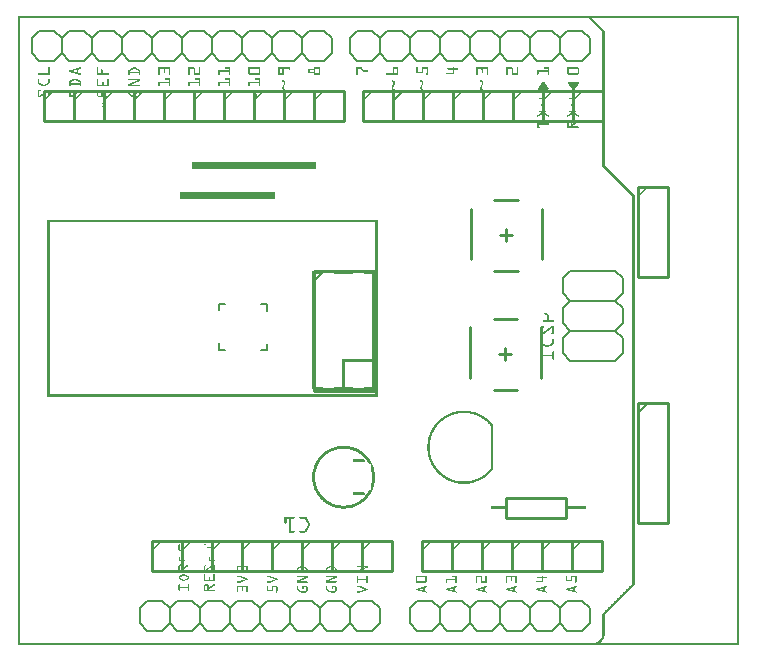
<source format=gto>
G04 MADE WITH FRITZING*
G04 WWW.FRITZING.ORG*
G04 DOUBLE SIDED*
G04 HOLES PLATED*
G04 CONTOUR ON CENTER OF CONTOUR VECTOR*
%ASAXBY*%
%FSLAX23Y23*%
%MOIN*%
%OFA0B0*%
%SFA1.0B1.0*%
%ADD10C,0.010000*%
%ADD11C,0.006000*%
%ADD12C,0.005000*%
%ADD13C,0.005556*%
%ADD14R,0.001000X0.001000*%
%LNSILK1*%
G90*
G70*
G54D10*
X1585Y1090D02*
X1663Y1090D01*
D02*
X1506Y894D02*
X1506Y1061D01*
D02*
X1742Y894D02*
X1742Y1061D01*
D02*
X1585Y854D02*
X1663Y854D01*
D02*
X1604Y972D02*
X1644Y972D01*
D02*
X1624Y992D02*
X1624Y953D01*
D02*
X1587Y1486D02*
X1666Y1486D01*
D02*
X1509Y1289D02*
X1509Y1457D01*
D02*
X1745Y1289D02*
X1745Y1457D01*
D02*
X1587Y1250D02*
X1666Y1250D01*
D02*
X1607Y1368D02*
X1646Y1368D01*
D02*
X1627Y1388D02*
X1627Y1349D01*
D02*
X1826Y427D02*
X1626Y427D01*
D02*
X1626Y427D02*
X1626Y493D01*
D02*
X1626Y493D02*
X1826Y493D01*
D02*
X1826Y493D02*
X1826Y427D01*
D02*
X545Y350D02*
X545Y250D01*
D02*
X545Y250D02*
X645Y250D01*
D02*
X645Y250D02*
X645Y350D01*
D02*
X645Y350D02*
X545Y350D01*
D02*
X385Y1850D02*
X385Y1750D01*
D02*
X385Y1750D02*
X485Y1750D01*
D02*
X485Y1750D02*
X485Y1850D01*
D02*
X485Y1850D02*
X385Y1850D01*
D02*
X485Y1850D02*
X485Y1750D01*
D02*
X485Y1750D02*
X585Y1750D01*
D02*
X585Y1750D02*
X585Y1850D01*
D02*
X585Y1850D02*
X485Y1850D01*
D02*
X85Y1850D02*
X85Y1750D01*
D02*
X85Y1750D02*
X185Y1750D01*
D02*
X185Y1750D02*
X185Y1850D01*
D02*
X185Y1850D02*
X85Y1850D01*
G54D11*
D02*
X1840Y1250D02*
X1815Y1225D01*
D02*
X1815Y1175D02*
X1840Y1150D01*
D02*
X1840Y1150D02*
X1815Y1125D01*
D02*
X1815Y1075D02*
X1840Y1050D01*
D02*
X1840Y1250D02*
X1990Y1250D01*
D02*
X1990Y1250D02*
X2015Y1225D01*
D02*
X2015Y1225D02*
X2015Y1175D01*
D02*
X2015Y1175D02*
X1990Y1150D01*
D02*
X1990Y1150D02*
X2015Y1125D01*
D02*
X2015Y1125D02*
X2015Y1075D01*
D02*
X2015Y1075D02*
X1990Y1050D01*
D02*
X1990Y1150D02*
X1840Y1150D01*
D02*
X1990Y1050D02*
X1840Y1050D01*
D02*
X1815Y1125D02*
X1815Y1075D01*
D02*
X1815Y1225D02*
X1815Y1175D01*
D02*
X1840Y1050D02*
X1815Y1025D01*
D02*
X1815Y975D02*
X1840Y950D01*
D02*
X1990Y1050D02*
X2015Y1025D01*
D02*
X2015Y1025D02*
X2015Y975D01*
D02*
X2015Y975D02*
X1990Y950D01*
D02*
X1990Y950D02*
X1840Y950D01*
D02*
X1815Y1025D02*
X1815Y975D01*
D02*
X420Y1950D02*
X370Y1950D01*
D02*
X370Y1950D02*
X345Y1975D01*
D02*
X345Y1975D02*
X345Y2025D01*
D02*
X345Y2025D02*
X370Y2050D01*
D02*
X545Y1975D02*
X520Y1950D01*
D02*
X520Y1950D02*
X470Y1950D01*
D02*
X470Y1950D02*
X445Y1975D01*
D02*
X445Y1975D02*
X445Y2025D01*
D02*
X445Y2025D02*
X470Y2050D01*
D02*
X470Y2050D02*
X520Y2050D01*
D02*
X520Y2050D02*
X545Y2025D01*
D02*
X420Y1950D02*
X445Y1975D01*
D02*
X445Y2025D02*
X420Y2050D01*
D02*
X370Y2050D02*
X420Y2050D01*
D02*
X720Y1950D02*
X670Y1950D01*
D02*
X670Y1950D02*
X645Y1975D01*
D02*
X645Y1975D02*
X645Y2025D01*
D02*
X645Y2025D02*
X670Y2050D01*
D02*
X645Y1975D02*
X620Y1950D01*
D02*
X620Y1950D02*
X570Y1950D01*
D02*
X570Y1950D02*
X545Y1975D01*
D02*
X545Y1975D02*
X545Y2025D01*
D02*
X545Y2025D02*
X570Y2050D01*
D02*
X570Y2050D02*
X620Y2050D01*
D02*
X620Y2050D02*
X645Y2025D01*
D02*
X845Y1975D02*
X820Y1950D01*
D02*
X820Y1950D02*
X770Y1950D01*
D02*
X770Y1950D02*
X745Y1975D01*
D02*
X745Y1975D02*
X745Y2025D01*
D02*
X745Y2025D02*
X770Y2050D01*
D02*
X770Y2050D02*
X820Y2050D01*
D02*
X820Y2050D02*
X845Y2025D01*
D02*
X720Y1950D02*
X745Y1975D01*
D02*
X745Y2025D02*
X720Y2050D01*
D02*
X670Y2050D02*
X720Y2050D01*
D02*
X1020Y1950D02*
X970Y1950D01*
D02*
X970Y1950D02*
X945Y1975D01*
D02*
X945Y1975D02*
X945Y2025D01*
D02*
X945Y2025D02*
X970Y2050D01*
D02*
X945Y1975D02*
X920Y1950D01*
D02*
X920Y1950D02*
X870Y1950D01*
D02*
X870Y1950D02*
X845Y1975D01*
D02*
X845Y1975D02*
X845Y2025D01*
D02*
X845Y2025D02*
X870Y2050D01*
D02*
X870Y2050D02*
X920Y2050D01*
D02*
X920Y2050D02*
X945Y2025D01*
D02*
X1045Y1975D02*
X1045Y2025D01*
D02*
X1020Y1950D02*
X1045Y1975D01*
D02*
X1045Y2025D02*
X1020Y2050D01*
D02*
X970Y2050D02*
X1020Y2050D01*
D02*
X320Y1950D02*
X270Y1950D01*
D02*
X270Y1950D02*
X245Y1975D01*
D02*
X245Y1975D02*
X245Y2025D01*
D02*
X245Y2025D02*
X270Y2050D01*
D02*
X320Y1950D02*
X345Y1975D01*
D02*
X345Y2025D02*
X320Y2050D01*
D02*
X270Y2050D02*
X320Y2050D01*
D02*
X245Y1975D02*
X245Y2025D01*
D02*
X220Y1950D02*
X170Y1950D01*
D02*
X170Y1950D02*
X145Y1975D01*
D02*
X145Y1975D02*
X145Y2025D01*
D02*
X145Y2025D02*
X170Y2050D01*
D02*
X220Y1950D02*
X245Y1975D01*
D02*
X245Y2025D02*
X220Y2050D01*
D02*
X170Y2050D02*
X220Y2050D01*
D02*
X145Y1975D02*
X145Y2025D01*
D02*
X120Y1950D02*
X70Y1950D01*
D02*
X70Y1950D02*
X45Y1975D01*
D02*
X45Y1975D02*
X45Y2025D01*
D02*
X45Y2025D02*
X70Y2050D01*
D02*
X120Y1950D02*
X145Y1975D01*
D02*
X145Y2025D02*
X120Y2050D01*
D02*
X70Y2050D02*
X120Y2050D01*
D02*
X1630Y150D02*
X1680Y150D01*
D02*
X1680Y150D02*
X1705Y125D01*
D02*
X1705Y125D02*
X1705Y75D01*
D02*
X1705Y75D02*
X1680Y50D01*
D02*
X1705Y125D02*
X1730Y150D01*
D02*
X1730Y150D02*
X1780Y150D01*
D02*
X1780Y150D02*
X1805Y125D01*
D02*
X1805Y125D02*
X1805Y75D01*
D02*
X1805Y75D02*
X1780Y50D01*
D02*
X1780Y50D02*
X1730Y50D01*
D02*
X1730Y50D02*
X1705Y75D01*
D02*
X1505Y125D02*
X1530Y150D01*
D02*
X1530Y150D02*
X1580Y150D01*
D02*
X1580Y150D02*
X1605Y125D01*
D02*
X1605Y125D02*
X1605Y75D01*
D02*
X1605Y75D02*
X1580Y50D01*
D02*
X1580Y50D02*
X1530Y50D01*
D02*
X1530Y50D02*
X1505Y75D01*
D02*
X1630Y150D02*
X1605Y125D01*
D02*
X1605Y75D02*
X1630Y50D01*
D02*
X1680Y50D02*
X1630Y50D01*
D02*
X1330Y150D02*
X1380Y150D01*
D02*
X1380Y150D02*
X1405Y125D01*
D02*
X1405Y125D02*
X1405Y75D01*
D02*
X1405Y75D02*
X1380Y50D01*
D02*
X1405Y125D02*
X1430Y150D01*
D02*
X1430Y150D02*
X1480Y150D01*
D02*
X1480Y150D02*
X1505Y125D01*
D02*
X1505Y125D02*
X1505Y75D01*
D02*
X1505Y75D02*
X1480Y50D01*
D02*
X1480Y50D02*
X1430Y50D01*
D02*
X1430Y50D02*
X1405Y75D01*
D02*
X1305Y125D02*
X1305Y75D01*
D02*
X1330Y150D02*
X1305Y125D01*
D02*
X1305Y75D02*
X1330Y50D01*
D02*
X1380Y50D02*
X1330Y50D01*
D02*
X1830Y150D02*
X1880Y150D01*
D02*
X1880Y150D02*
X1905Y125D01*
D02*
X1905Y125D02*
X1905Y75D01*
D02*
X1905Y75D02*
X1880Y50D01*
D02*
X1830Y150D02*
X1805Y125D01*
D02*
X1805Y75D02*
X1830Y50D01*
D02*
X1880Y50D02*
X1830Y50D01*
D02*
X1280Y1950D02*
X1230Y1950D01*
D02*
X1230Y1950D02*
X1205Y1975D01*
D02*
X1205Y1975D02*
X1205Y2025D01*
D02*
X1205Y2025D02*
X1230Y2050D01*
D02*
X1405Y1975D02*
X1380Y1950D01*
D02*
X1380Y1950D02*
X1330Y1950D01*
D02*
X1330Y1950D02*
X1305Y1975D01*
D02*
X1305Y1975D02*
X1305Y2025D01*
D02*
X1305Y2025D02*
X1330Y2050D01*
D02*
X1330Y2050D02*
X1380Y2050D01*
D02*
X1380Y2050D02*
X1405Y2025D01*
D02*
X1280Y1950D02*
X1305Y1975D01*
D02*
X1305Y2025D02*
X1280Y2050D01*
D02*
X1230Y2050D02*
X1280Y2050D01*
D02*
X1580Y1950D02*
X1530Y1950D01*
D02*
X1530Y1950D02*
X1505Y1975D01*
D02*
X1505Y1975D02*
X1505Y2025D01*
D02*
X1505Y2025D02*
X1530Y2050D01*
D02*
X1505Y1975D02*
X1480Y1950D01*
D02*
X1480Y1950D02*
X1430Y1950D01*
D02*
X1430Y1950D02*
X1405Y1975D01*
D02*
X1405Y1975D02*
X1405Y2025D01*
D02*
X1405Y2025D02*
X1430Y2050D01*
D02*
X1430Y2050D02*
X1480Y2050D01*
D02*
X1480Y2050D02*
X1505Y2025D01*
D02*
X1705Y1975D02*
X1680Y1950D01*
D02*
X1680Y1950D02*
X1630Y1950D01*
D02*
X1630Y1950D02*
X1605Y1975D01*
D02*
X1605Y1975D02*
X1605Y2025D01*
D02*
X1605Y2025D02*
X1630Y2050D01*
D02*
X1630Y2050D02*
X1680Y2050D01*
D02*
X1680Y2050D02*
X1705Y2025D01*
D02*
X1580Y1950D02*
X1605Y1975D01*
D02*
X1605Y2025D02*
X1580Y2050D01*
D02*
X1530Y2050D02*
X1580Y2050D01*
D02*
X1880Y1950D02*
X1830Y1950D01*
D02*
X1830Y1950D02*
X1805Y1975D01*
D02*
X1805Y1975D02*
X1805Y2025D01*
D02*
X1805Y2025D02*
X1830Y2050D01*
D02*
X1805Y1975D02*
X1780Y1950D01*
D02*
X1780Y1950D02*
X1730Y1950D01*
D02*
X1730Y1950D02*
X1705Y1975D01*
D02*
X1705Y1975D02*
X1705Y2025D01*
D02*
X1705Y2025D02*
X1730Y2050D01*
D02*
X1730Y2050D02*
X1780Y2050D01*
D02*
X1780Y2050D02*
X1805Y2025D01*
D02*
X1905Y1975D02*
X1905Y2025D01*
D02*
X1880Y1950D02*
X1905Y1975D01*
D02*
X1905Y2025D02*
X1880Y2050D01*
D02*
X1830Y2050D02*
X1880Y2050D01*
D02*
X1180Y1950D02*
X1130Y1950D01*
D02*
X1130Y1950D02*
X1105Y1975D01*
D02*
X1105Y1975D02*
X1105Y2025D01*
D02*
X1105Y2025D02*
X1130Y2050D01*
D02*
X1180Y1950D02*
X1205Y1975D01*
D02*
X1205Y2025D02*
X1180Y2050D01*
D02*
X1130Y2050D02*
X1180Y2050D01*
D02*
X930Y150D02*
X980Y150D01*
D02*
X980Y150D02*
X1005Y125D01*
D02*
X1005Y125D02*
X1005Y75D01*
D02*
X1005Y75D02*
X980Y50D01*
D02*
X1005Y125D02*
X1030Y150D01*
D02*
X1030Y150D02*
X1080Y150D01*
D02*
X1080Y150D02*
X1105Y125D01*
D02*
X1105Y125D02*
X1105Y75D01*
D02*
X1105Y75D02*
X1080Y50D01*
D02*
X1080Y50D02*
X1030Y50D01*
D02*
X1030Y50D02*
X1005Y75D01*
D02*
X805Y125D02*
X830Y150D01*
D02*
X830Y150D02*
X880Y150D01*
D02*
X880Y150D02*
X905Y125D01*
D02*
X905Y125D02*
X905Y75D01*
D02*
X905Y75D02*
X880Y50D01*
D02*
X880Y50D02*
X830Y50D01*
D02*
X830Y50D02*
X805Y75D01*
D02*
X930Y150D02*
X905Y125D01*
D02*
X905Y75D02*
X930Y50D01*
D02*
X980Y50D02*
X930Y50D01*
D02*
X630Y150D02*
X680Y150D01*
D02*
X680Y150D02*
X705Y125D01*
D02*
X705Y125D02*
X705Y75D01*
D02*
X705Y75D02*
X680Y50D01*
D02*
X705Y125D02*
X730Y150D01*
D02*
X730Y150D02*
X780Y150D01*
D02*
X780Y150D02*
X805Y125D01*
D02*
X805Y125D02*
X805Y75D01*
D02*
X805Y75D02*
X780Y50D01*
D02*
X780Y50D02*
X730Y50D01*
D02*
X730Y50D02*
X705Y75D01*
D02*
X605Y125D02*
X605Y75D01*
D02*
X630Y150D02*
X605Y125D01*
D02*
X605Y75D02*
X630Y50D01*
D02*
X680Y50D02*
X630Y50D01*
D02*
X430Y150D02*
X480Y150D01*
D02*
X480Y150D02*
X505Y125D01*
D02*
X505Y125D02*
X505Y75D01*
D02*
X505Y75D02*
X480Y50D01*
D02*
X505Y125D02*
X530Y150D01*
D02*
X530Y150D02*
X580Y150D01*
D02*
X580Y150D02*
X605Y125D01*
D02*
X605Y125D02*
X605Y75D01*
D02*
X605Y75D02*
X580Y50D01*
D02*
X580Y50D02*
X530Y50D01*
D02*
X530Y50D02*
X505Y75D01*
D02*
X405Y125D02*
X405Y75D01*
D02*
X430Y150D02*
X405Y125D01*
D02*
X405Y75D02*
X430Y50D01*
D02*
X480Y50D02*
X430Y50D01*
D02*
X1130Y150D02*
X1180Y150D01*
D02*
X1180Y150D02*
X1205Y125D01*
D02*
X1205Y125D02*
X1205Y75D01*
D02*
X1205Y75D02*
X1180Y50D01*
D02*
X1130Y150D02*
X1105Y125D01*
D02*
X1105Y75D02*
X1130Y50D01*
D02*
X1180Y50D02*
X1130Y50D01*
G54D10*
D02*
X1145Y350D02*
X1145Y250D01*
D02*
X1145Y250D02*
X1245Y250D01*
D02*
X1245Y250D02*
X1245Y350D01*
D02*
X1245Y350D02*
X1145Y350D01*
D02*
X945Y350D02*
X945Y250D01*
D02*
X945Y250D02*
X1045Y250D01*
D02*
X1045Y250D02*
X1045Y350D01*
D02*
X1045Y350D02*
X945Y350D01*
D02*
X1645Y350D02*
X1645Y250D01*
D02*
X1645Y250D02*
X1745Y250D01*
D02*
X1745Y250D02*
X1745Y350D01*
D02*
X1745Y350D02*
X1645Y350D01*
D02*
X1845Y350D02*
X1845Y250D01*
D02*
X1845Y250D02*
X1945Y250D01*
D02*
X1945Y250D02*
X1945Y350D01*
D02*
X1945Y350D02*
X1845Y350D01*
D02*
X1849Y1850D02*
X1849Y1750D01*
D02*
X1849Y1750D02*
X1949Y1750D01*
D02*
X1949Y1750D02*
X1949Y1850D01*
D02*
X1949Y1850D02*
X1849Y1850D01*
D02*
X1649Y1850D02*
X1649Y1750D01*
D02*
X1649Y1750D02*
X1749Y1750D01*
D02*
X1749Y1750D02*
X1749Y1850D01*
D02*
X1749Y1850D02*
X1649Y1850D01*
D02*
X985Y1850D02*
X985Y1750D01*
D02*
X985Y1750D02*
X1085Y1750D01*
D02*
X1085Y1750D02*
X1085Y1850D01*
D02*
X1085Y1850D02*
X985Y1850D01*
D02*
X1045Y350D02*
X1045Y250D01*
D02*
X1045Y250D02*
X1145Y250D01*
D02*
X1145Y250D02*
X1145Y350D01*
D02*
X1145Y350D02*
X1045Y350D01*
D02*
X845Y350D02*
X845Y250D01*
D02*
X845Y250D02*
X945Y250D01*
D02*
X945Y250D02*
X945Y350D01*
D02*
X945Y350D02*
X845Y350D01*
D02*
X1545Y350D02*
X1545Y250D01*
D02*
X1545Y250D02*
X1645Y250D01*
D02*
X1645Y250D02*
X1645Y350D01*
D02*
X1645Y350D02*
X1545Y350D01*
D02*
X1745Y350D02*
X1745Y250D01*
D02*
X1745Y250D02*
X1845Y250D01*
D02*
X1845Y250D02*
X1845Y350D01*
D02*
X1845Y350D02*
X1745Y350D01*
D02*
X1749Y1850D02*
X1749Y1750D01*
D02*
X1749Y1750D02*
X1849Y1750D01*
D02*
X1849Y1750D02*
X1849Y1850D01*
D02*
X1849Y1850D02*
X1749Y1850D01*
D02*
X1549Y1850D02*
X1549Y1750D01*
D02*
X1549Y1750D02*
X1649Y1750D01*
D02*
X1649Y1750D02*
X1649Y1850D01*
D02*
X1649Y1850D02*
X1549Y1850D01*
D02*
X785Y1850D02*
X785Y1750D01*
D02*
X785Y1750D02*
X885Y1750D01*
D02*
X885Y1750D02*
X885Y1850D01*
D02*
X885Y1850D02*
X785Y1850D01*
D02*
X685Y1850D02*
X685Y1750D01*
D02*
X685Y1750D02*
X785Y1750D01*
D02*
X785Y1750D02*
X785Y1850D01*
D02*
X785Y1850D02*
X685Y1850D01*
D02*
X885Y1850D02*
X885Y1750D01*
D02*
X885Y1750D02*
X985Y1750D01*
D02*
X985Y1750D02*
X985Y1850D01*
D02*
X985Y1850D02*
X885Y1850D01*
D02*
X445Y350D02*
X445Y250D01*
D02*
X445Y250D02*
X545Y250D01*
D02*
X545Y250D02*
X545Y350D01*
D02*
X545Y350D02*
X445Y350D01*
D02*
X745Y350D02*
X745Y250D01*
D02*
X745Y250D02*
X845Y250D01*
D02*
X845Y250D02*
X845Y350D01*
D02*
X845Y350D02*
X745Y350D01*
D02*
X1445Y350D02*
X1445Y250D01*
D02*
X1445Y250D02*
X1545Y250D01*
D02*
X1545Y250D02*
X1545Y350D01*
D02*
X1545Y350D02*
X1445Y350D01*
D02*
X1149Y1850D02*
X1149Y1750D01*
D02*
X1149Y1750D02*
X1249Y1750D01*
D02*
X1249Y1750D02*
X1249Y1850D01*
D02*
X1249Y1850D02*
X1149Y1850D01*
D02*
X1449Y1850D02*
X1449Y1750D01*
D02*
X1449Y1750D02*
X1549Y1750D01*
D02*
X1549Y1750D02*
X1549Y1850D01*
D02*
X1549Y1850D02*
X1449Y1850D01*
D02*
X285Y1850D02*
X285Y1750D01*
D02*
X285Y1750D02*
X385Y1750D01*
D02*
X385Y1750D02*
X385Y1850D01*
D02*
X385Y1850D02*
X285Y1850D01*
D02*
X645Y350D02*
X645Y250D01*
D02*
X645Y250D02*
X745Y250D01*
D02*
X745Y250D02*
X745Y350D01*
D02*
X745Y350D02*
X645Y350D01*
D02*
X1345Y350D02*
X1345Y250D01*
D02*
X1345Y250D02*
X1445Y250D01*
D02*
X1445Y250D02*
X1445Y350D01*
D02*
X1445Y350D02*
X1345Y350D01*
D02*
X1349Y1850D02*
X1349Y1750D01*
D02*
X1349Y1750D02*
X1449Y1750D01*
D02*
X1449Y1750D02*
X1449Y1850D01*
D02*
X1449Y1850D02*
X1349Y1850D01*
D02*
X1248Y1850D02*
X1248Y1750D01*
D02*
X1248Y1750D02*
X1348Y1750D01*
D02*
X1348Y1750D02*
X1348Y1850D01*
D02*
X1348Y1850D02*
X1248Y1850D01*
G54D12*
D02*
X1248Y1815D02*
X1283Y1850D01*
G54D10*
D02*
X585Y1850D02*
X585Y1750D01*
D02*
X585Y1750D02*
X685Y1750D01*
D02*
X685Y1750D02*
X685Y1850D01*
D02*
X685Y1850D02*
X585Y1850D01*
D02*
X185Y1850D02*
X185Y1750D01*
D02*
X185Y1750D02*
X285Y1750D01*
D02*
X285Y1750D02*
X285Y1850D01*
D02*
X285Y1850D02*
X185Y1850D01*
D02*
X985Y1250D02*
X985Y850D01*
D02*
X985Y850D02*
X1185Y850D01*
D02*
X1185Y850D02*
X1185Y1250D01*
D02*
X1185Y1250D02*
X985Y1250D01*
G54D12*
D02*
X985Y1215D02*
X1020Y1250D01*
G54D10*
D02*
X2065Y1530D02*
X2065Y1230D01*
D02*
X2065Y1230D02*
X2165Y1230D01*
D02*
X2165Y1230D02*
X2165Y1530D01*
D02*
X2165Y1530D02*
X2065Y1530D01*
D02*
X2065Y810D02*
X2065Y410D01*
D02*
X2065Y410D02*
X2165Y410D01*
D02*
X2165Y410D02*
X2165Y810D01*
D02*
X2165Y810D02*
X2065Y810D01*
G54D12*
D02*
X2065Y775D02*
X2100Y810D01*
G54D13*
X831Y1007D02*
X831Y985D01*
X808Y985D01*
D02*
X668Y1118D02*
X668Y1139D01*
X691Y1139D01*
D02*
X809Y1139D02*
X831Y1139D01*
X831Y1117D01*
D02*
X689Y985D02*
X668Y985D01*
X668Y1008D01*
D02*
G54D14*
X0Y2099D02*
X2402Y2099D01*
X0Y2098D02*
X2402Y2098D01*
X0Y2097D02*
X2402Y2097D01*
X0Y2096D02*
X2402Y2096D01*
X0Y2095D02*
X2402Y2095D01*
X0Y2094D02*
X2402Y2094D01*
X0Y2093D02*
X2402Y2093D01*
X0Y2092D02*
X2402Y2092D01*
X0Y2091D02*
X7Y2091D01*
X1902Y2091D02*
X1912Y2091D01*
X2395Y2091D02*
X2402Y2091D01*
X0Y2090D02*
X7Y2090D01*
X1903Y2090D02*
X1913Y2090D01*
X2395Y2090D02*
X2402Y2090D01*
X0Y2089D02*
X7Y2089D01*
X1904Y2089D02*
X1914Y2089D01*
X2395Y2089D02*
X2402Y2089D01*
X0Y2088D02*
X7Y2088D01*
X1905Y2088D02*
X1915Y2088D01*
X2395Y2088D02*
X2402Y2088D01*
X0Y2087D02*
X7Y2087D01*
X1906Y2087D02*
X1916Y2087D01*
X2395Y2087D02*
X2402Y2087D01*
X0Y2086D02*
X7Y2086D01*
X1907Y2086D02*
X1917Y2086D01*
X2395Y2086D02*
X2402Y2086D01*
X0Y2085D02*
X7Y2085D01*
X1908Y2085D02*
X1918Y2085D01*
X2395Y2085D02*
X2402Y2085D01*
X0Y2084D02*
X7Y2084D01*
X1909Y2084D02*
X1919Y2084D01*
X2395Y2084D02*
X2402Y2084D01*
X0Y2083D02*
X7Y2083D01*
X1910Y2083D02*
X1920Y2083D01*
X2395Y2083D02*
X2402Y2083D01*
X0Y2082D02*
X7Y2082D01*
X1911Y2082D02*
X1921Y2082D01*
X2395Y2082D02*
X2402Y2082D01*
X0Y2081D02*
X7Y2081D01*
X1912Y2081D02*
X1922Y2081D01*
X2395Y2081D02*
X2402Y2081D01*
X0Y2080D02*
X7Y2080D01*
X1913Y2080D02*
X1923Y2080D01*
X2395Y2080D02*
X2402Y2080D01*
X0Y2079D02*
X7Y2079D01*
X1914Y2079D02*
X1924Y2079D01*
X2395Y2079D02*
X2402Y2079D01*
X0Y2078D02*
X7Y2078D01*
X1915Y2078D02*
X1925Y2078D01*
X2395Y2078D02*
X2402Y2078D01*
X0Y2077D02*
X7Y2077D01*
X1916Y2077D02*
X1926Y2077D01*
X2395Y2077D02*
X2402Y2077D01*
X0Y2076D02*
X7Y2076D01*
X1917Y2076D02*
X1927Y2076D01*
X2395Y2076D02*
X2402Y2076D01*
X0Y2075D02*
X7Y2075D01*
X1918Y2075D02*
X1928Y2075D01*
X2395Y2075D02*
X2402Y2075D01*
X0Y2074D02*
X7Y2074D01*
X1919Y2074D02*
X1929Y2074D01*
X2395Y2074D02*
X2402Y2074D01*
X0Y2073D02*
X7Y2073D01*
X1920Y2073D02*
X1930Y2073D01*
X2395Y2073D02*
X2402Y2073D01*
X0Y2072D02*
X7Y2072D01*
X1921Y2072D02*
X1931Y2072D01*
X2395Y2072D02*
X2402Y2072D01*
X0Y2071D02*
X7Y2071D01*
X1922Y2071D02*
X1932Y2071D01*
X2395Y2071D02*
X2402Y2071D01*
X0Y2070D02*
X7Y2070D01*
X1923Y2070D02*
X1933Y2070D01*
X2395Y2070D02*
X2402Y2070D01*
X0Y2069D02*
X7Y2069D01*
X1924Y2069D02*
X1934Y2069D01*
X2395Y2069D02*
X2402Y2069D01*
X0Y2068D02*
X7Y2068D01*
X1925Y2068D02*
X1935Y2068D01*
X2395Y2068D02*
X2402Y2068D01*
X0Y2067D02*
X7Y2067D01*
X1926Y2067D02*
X1936Y2067D01*
X2395Y2067D02*
X2402Y2067D01*
X0Y2066D02*
X7Y2066D01*
X1927Y2066D02*
X1937Y2066D01*
X2395Y2066D02*
X2402Y2066D01*
X0Y2065D02*
X7Y2065D01*
X1928Y2065D02*
X1938Y2065D01*
X2395Y2065D02*
X2402Y2065D01*
X0Y2064D02*
X7Y2064D01*
X1929Y2064D02*
X1939Y2064D01*
X2395Y2064D02*
X2402Y2064D01*
X0Y2063D02*
X7Y2063D01*
X1930Y2063D02*
X1940Y2063D01*
X2395Y2063D02*
X2402Y2063D01*
X0Y2062D02*
X7Y2062D01*
X1931Y2062D02*
X1941Y2062D01*
X2395Y2062D02*
X2402Y2062D01*
X0Y2061D02*
X7Y2061D01*
X1932Y2061D02*
X1942Y2061D01*
X2395Y2061D02*
X2402Y2061D01*
X0Y2060D02*
X7Y2060D01*
X1933Y2060D02*
X1943Y2060D01*
X2395Y2060D02*
X2402Y2060D01*
X0Y2059D02*
X7Y2059D01*
X1934Y2059D02*
X1944Y2059D01*
X2395Y2059D02*
X2402Y2059D01*
X0Y2058D02*
X7Y2058D01*
X1935Y2058D02*
X1945Y2058D01*
X2395Y2058D02*
X2402Y2058D01*
X0Y2057D02*
X7Y2057D01*
X1936Y2057D02*
X1946Y2057D01*
X2395Y2057D02*
X2402Y2057D01*
X0Y2056D02*
X7Y2056D01*
X1937Y2056D02*
X1947Y2056D01*
X2395Y2056D02*
X2402Y2056D01*
X0Y2055D02*
X7Y2055D01*
X1938Y2055D02*
X1948Y2055D01*
X2395Y2055D02*
X2402Y2055D01*
X0Y2054D02*
X7Y2054D01*
X1939Y2054D02*
X1949Y2054D01*
X2395Y2054D02*
X2402Y2054D01*
X0Y2053D02*
X7Y2053D01*
X1940Y2053D02*
X1950Y2053D01*
X2395Y2053D02*
X2402Y2053D01*
X0Y2052D02*
X7Y2052D01*
X1941Y2052D02*
X1951Y2052D01*
X2395Y2052D02*
X2402Y2052D01*
X0Y2051D02*
X7Y2051D01*
X1942Y2051D02*
X1952Y2051D01*
X2395Y2051D02*
X2402Y2051D01*
X0Y2050D02*
X7Y2050D01*
X1943Y2050D02*
X1953Y2050D01*
X2395Y2050D02*
X2402Y2050D01*
X0Y2049D02*
X7Y2049D01*
X1944Y2049D02*
X1954Y2049D01*
X2395Y2049D02*
X2402Y2049D01*
X0Y2048D02*
X7Y2048D01*
X1945Y2048D02*
X1955Y2048D01*
X2395Y2048D02*
X2402Y2048D01*
X0Y2047D02*
X7Y2047D01*
X1946Y2047D02*
X1955Y2047D01*
X2395Y2047D02*
X2402Y2047D01*
X0Y2046D02*
X7Y2046D01*
X1947Y2046D02*
X1955Y2046D01*
X2395Y2046D02*
X2402Y2046D01*
X0Y2045D02*
X7Y2045D01*
X1947Y2045D02*
X1955Y2045D01*
X2395Y2045D02*
X2402Y2045D01*
X0Y2044D02*
X7Y2044D01*
X1948Y2044D02*
X1955Y2044D01*
X2395Y2044D02*
X2402Y2044D01*
X0Y2043D02*
X7Y2043D01*
X1948Y2043D02*
X1955Y2043D01*
X2395Y2043D02*
X2402Y2043D01*
X0Y2042D02*
X7Y2042D01*
X1948Y2042D02*
X1955Y2042D01*
X2395Y2042D02*
X2402Y2042D01*
X0Y2041D02*
X7Y2041D01*
X1948Y2041D02*
X1955Y2041D01*
X2395Y2041D02*
X2402Y2041D01*
X0Y2040D02*
X7Y2040D01*
X1948Y2040D02*
X1955Y2040D01*
X2395Y2040D02*
X2402Y2040D01*
X0Y2039D02*
X7Y2039D01*
X1948Y2039D02*
X1955Y2039D01*
X2395Y2039D02*
X2402Y2039D01*
X0Y2038D02*
X7Y2038D01*
X1948Y2038D02*
X1955Y2038D01*
X2395Y2038D02*
X2402Y2038D01*
X0Y2037D02*
X7Y2037D01*
X1948Y2037D02*
X1955Y2037D01*
X2395Y2037D02*
X2402Y2037D01*
X0Y2036D02*
X7Y2036D01*
X1948Y2036D02*
X1955Y2036D01*
X2395Y2036D02*
X2402Y2036D01*
X0Y2035D02*
X7Y2035D01*
X1948Y2035D02*
X1955Y2035D01*
X2395Y2035D02*
X2402Y2035D01*
X0Y2034D02*
X7Y2034D01*
X1948Y2034D02*
X1955Y2034D01*
X2395Y2034D02*
X2402Y2034D01*
X0Y2033D02*
X7Y2033D01*
X1948Y2033D02*
X1955Y2033D01*
X2395Y2033D02*
X2402Y2033D01*
X0Y2032D02*
X7Y2032D01*
X1948Y2032D02*
X1955Y2032D01*
X2395Y2032D02*
X2402Y2032D01*
X0Y2031D02*
X7Y2031D01*
X1948Y2031D02*
X1955Y2031D01*
X2395Y2031D02*
X2402Y2031D01*
X0Y2030D02*
X7Y2030D01*
X1948Y2030D02*
X1955Y2030D01*
X2395Y2030D02*
X2402Y2030D01*
X0Y2029D02*
X7Y2029D01*
X1948Y2029D02*
X1955Y2029D01*
X2395Y2029D02*
X2402Y2029D01*
X0Y2028D02*
X7Y2028D01*
X1948Y2028D02*
X1955Y2028D01*
X2395Y2028D02*
X2402Y2028D01*
X0Y2027D02*
X7Y2027D01*
X1948Y2027D02*
X1955Y2027D01*
X2395Y2027D02*
X2402Y2027D01*
X0Y2026D02*
X7Y2026D01*
X1948Y2026D02*
X1955Y2026D01*
X2395Y2026D02*
X2402Y2026D01*
X0Y2025D02*
X7Y2025D01*
X1948Y2025D02*
X1955Y2025D01*
X2395Y2025D02*
X2402Y2025D01*
X0Y2024D02*
X7Y2024D01*
X1948Y2024D02*
X1955Y2024D01*
X2395Y2024D02*
X2402Y2024D01*
X0Y2023D02*
X7Y2023D01*
X1948Y2023D02*
X1955Y2023D01*
X2395Y2023D02*
X2402Y2023D01*
X0Y2022D02*
X7Y2022D01*
X1948Y2022D02*
X1955Y2022D01*
X2395Y2022D02*
X2402Y2022D01*
X0Y2021D02*
X7Y2021D01*
X1948Y2021D02*
X1955Y2021D01*
X2395Y2021D02*
X2402Y2021D01*
X0Y2020D02*
X7Y2020D01*
X1948Y2020D02*
X1955Y2020D01*
X2395Y2020D02*
X2402Y2020D01*
X0Y2019D02*
X7Y2019D01*
X1948Y2019D02*
X1955Y2019D01*
X2395Y2019D02*
X2402Y2019D01*
X0Y2018D02*
X7Y2018D01*
X1948Y2018D02*
X1955Y2018D01*
X2395Y2018D02*
X2402Y2018D01*
X0Y2017D02*
X7Y2017D01*
X1948Y2017D02*
X1955Y2017D01*
X2395Y2017D02*
X2402Y2017D01*
X0Y2016D02*
X7Y2016D01*
X1948Y2016D02*
X1955Y2016D01*
X2395Y2016D02*
X2402Y2016D01*
X0Y2015D02*
X7Y2015D01*
X1948Y2015D02*
X1955Y2015D01*
X2395Y2015D02*
X2402Y2015D01*
X0Y2014D02*
X7Y2014D01*
X1948Y2014D02*
X1955Y2014D01*
X2395Y2014D02*
X2402Y2014D01*
X0Y2013D02*
X7Y2013D01*
X1948Y2013D02*
X1955Y2013D01*
X2395Y2013D02*
X2402Y2013D01*
X0Y2012D02*
X7Y2012D01*
X1948Y2012D02*
X1955Y2012D01*
X2395Y2012D02*
X2402Y2012D01*
X0Y2011D02*
X7Y2011D01*
X1948Y2011D02*
X1955Y2011D01*
X2395Y2011D02*
X2402Y2011D01*
X0Y2010D02*
X7Y2010D01*
X1948Y2010D02*
X1955Y2010D01*
X2395Y2010D02*
X2402Y2010D01*
X0Y2009D02*
X7Y2009D01*
X1948Y2009D02*
X1955Y2009D01*
X2395Y2009D02*
X2402Y2009D01*
X0Y2008D02*
X7Y2008D01*
X1948Y2008D02*
X1955Y2008D01*
X2395Y2008D02*
X2402Y2008D01*
X0Y2007D02*
X7Y2007D01*
X1948Y2007D02*
X1955Y2007D01*
X2395Y2007D02*
X2402Y2007D01*
X0Y2006D02*
X7Y2006D01*
X1948Y2006D02*
X1955Y2006D01*
X2395Y2006D02*
X2402Y2006D01*
X0Y2005D02*
X7Y2005D01*
X1948Y2005D02*
X1955Y2005D01*
X2395Y2005D02*
X2402Y2005D01*
X0Y2004D02*
X7Y2004D01*
X1948Y2004D02*
X1955Y2004D01*
X2395Y2004D02*
X2402Y2004D01*
X0Y2003D02*
X7Y2003D01*
X1948Y2003D02*
X1955Y2003D01*
X2395Y2003D02*
X2402Y2003D01*
X0Y2002D02*
X7Y2002D01*
X1948Y2002D02*
X1955Y2002D01*
X2395Y2002D02*
X2402Y2002D01*
X0Y2001D02*
X7Y2001D01*
X1948Y2001D02*
X1955Y2001D01*
X2395Y2001D02*
X2402Y2001D01*
X0Y2000D02*
X7Y2000D01*
X1948Y2000D02*
X1955Y2000D01*
X2395Y2000D02*
X2402Y2000D01*
X0Y1999D02*
X7Y1999D01*
X1948Y1999D02*
X1955Y1999D01*
X2395Y1999D02*
X2402Y1999D01*
X0Y1998D02*
X7Y1998D01*
X1948Y1998D02*
X1955Y1998D01*
X2395Y1998D02*
X2402Y1998D01*
X0Y1997D02*
X7Y1997D01*
X1948Y1997D02*
X1955Y1997D01*
X2395Y1997D02*
X2402Y1997D01*
X0Y1996D02*
X7Y1996D01*
X1948Y1996D02*
X1955Y1996D01*
X2395Y1996D02*
X2402Y1996D01*
X0Y1995D02*
X7Y1995D01*
X1948Y1995D02*
X1955Y1995D01*
X2395Y1995D02*
X2402Y1995D01*
X0Y1994D02*
X7Y1994D01*
X1948Y1994D02*
X1955Y1994D01*
X2395Y1994D02*
X2402Y1994D01*
X0Y1993D02*
X7Y1993D01*
X1948Y1993D02*
X1955Y1993D01*
X2395Y1993D02*
X2402Y1993D01*
X0Y1992D02*
X7Y1992D01*
X1948Y1992D02*
X1955Y1992D01*
X2395Y1992D02*
X2402Y1992D01*
X0Y1991D02*
X7Y1991D01*
X1948Y1991D02*
X1955Y1991D01*
X2395Y1991D02*
X2402Y1991D01*
X0Y1990D02*
X7Y1990D01*
X1948Y1990D02*
X1955Y1990D01*
X2395Y1990D02*
X2402Y1990D01*
X0Y1989D02*
X7Y1989D01*
X1948Y1989D02*
X1955Y1989D01*
X2395Y1989D02*
X2402Y1989D01*
X0Y1988D02*
X7Y1988D01*
X1948Y1988D02*
X1955Y1988D01*
X2395Y1988D02*
X2402Y1988D01*
X0Y1987D02*
X7Y1987D01*
X1948Y1987D02*
X1955Y1987D01*
X2395Y1987D02*
X2402Y1987D01*
X0Y1986D02*
X7Y1986D01*
X1948Y1986D02*
X1955Y1986D01*
X2395Y1986D02*
X2402Y1986D01*
X0Y1985D02*
X7Y1985D01*
X1948Y1985D02*
X1955Y1985D01*
X2395Y1985D02*
X2402Y1985D01*
X0Y1984D02*
X7Y1984D01*
X1948Y1984D02*
X1955Y1984D01*
X2395Y1984D02*
X2402Y1984D01*
X0Y1983D02*
X7Y1983D01*
X1948Y1983D02*
X1955Y1983D01*
X2395Y1983D02*
X2402Y1983D01*
X0Y1982D02*
X7Y1982D01*
X1948Y1982D02*
X1955Y1982D01*
X2395Y1982D02*
X2402Y1982D01*
X0Y1981D02*
X7Y1981D01*
X1948Y1981D02*
X1955Y1981D01*
X2395Y1981D02*
X2402Y1981D01*
X0Y1980D02*
X7Y1980D01*
X1948Y1980D02*
X1955Y1980D01*
X2395Y1980D02*
X2402Y1980D01*
X0Y1979D02*
X7Y1979D01*
X1948Y1979D02*
X1955Y1979D01*
X2395Y1979D02*
X2402Y1979D01*
X0Y1978D02*
X7Y1978D01*
X1948Y1978D02*
X1955Y1978D01*
X2395Y1978D02*
X2402Y1978D01*
X0Y1977D02*
X7Y1977D01*
X1948Y1977D02*
X1955Y1977D01*
X2395Y1977D02*
X2402Y1977D01*
X0Y1976D02*
X7Y1976D01*
X1948Y1976D02*
X1955Y1976D01*
X2395Y1976D02*
X2402Y1976D01*
X0Y1975D02*
X7Y1975D01*
X1948Y1975D02*
X1955Y1975D01*
X2395Y1975D02*
X2402Y1975D01*
X0Y1974D02*
X7Y1974D01*
X1948Y1974D02*
X1955Y1974D01*
X2395Y1974D02*
X2402Y1974D01*
X0Y1973D02*
X7Y1973D01*
X1948Y1973D02*
X1955Y1973D01*
X2395Y1973D02*
X2402Y1973D01*
X0Y1972D02*
X7Y1972D01*
X1948Y1972D02*
X1955Y1972D01*
X2395Y1972D02*
X2402Y1972D01*
X0Y1971D02*
X7Y1971D01*
X1948Y1971D02*
X1955Y1971D01*
X2395Y1971D02*
X2402Y1971D01*
X0Y1970D02*
X7Y1970D01*
X1948Y1970D02*
X1955Y1970D01*
X2395Y1970D02*
X2402Y1970D01*
X0Y1969D02*
X7Y1969D01*
X1948Y1969D02*
X1955Y1969D01*
X2395Y1969D02*
X2402Y1969D01*
X0Y1968D02*
X7Y1968D01*
X1948Y1968D02*
X1955Y1968D01*
X2395Y1968D02*
X2402Y1968D01*
X0Y1967D02*
X7Y1967D01*
X1948Y1967D02*
X1955Y1967D01*
X2395Y1967D02*
X2402Y1967D01*
X0Y1966D02*
X7Y1966D01*
X1948Y1966D02*
X1955Y1966D01*
X2395Y1966D02*
X2402Y1966D01*
X0Y1965D02*
X7Y1965D01*
X1948Y1965D02*
X1955Y1965D01*
X2395Y1965D02*
X2402Y1965D01*
X0Y1964D02*
X7Y1964D01*
X1948Y1964D02*
X1955Y1964D01*
X2395Y1964D02*
X2402Y1964D01*
X0Y1963D02*
X7Y1963D01*
X1948Y1963D02*
X1955Y1963D01*
X2395Y1963D02*
X2402Y1963D01*
X0Y1962D02*
X7Y1962D01*
X1948Y1962D02*
X1955Y1962D01*
X2395Y1962D02*
X2402Y1962D01*
X0Y1961D02*
X7Y1961D01*
X1948Y1961D02*
X1955Y1961D01*
X2395Y1961D02*
X2402Y1961D01*
X0Y1960D02*
X7Y1960D01*
X1948Y1960D02*
X1955Y1960D01*
X2395Y1960D02*
X2402Y1960D01*
X0Y1959D02*
X7Y1959D01*
X1948Y1959D02*
X1955Y1959D01*
X2395Y1959D02*
X2402Y1959D01*
X0Y1958D02*
X7Y1958D01*
X1948Y1958D02*
X1955Y1958D01*
X2395Y1958D02*
X2402Y1958D01*
X0Y1957D02*
X7Y1957D01*
X1948Y1957D02*
X1955Y1957D01*
X2395Y1957D02*
X2402Y1957D01*
X0Y1956D02*
X7Y1956D01*
X1948Y1956D02*
X1955Y1956D01*
X2395Y1956D02*
X2402Y1956D01*
X0Y1955D02*
X7Y1955D01*
X1948Y1955D02*
X1955Y1955D01*
X2395Y1955D02*
X2402Y1955D01*
X0Y1954D02*
X7Y1954D01*
X1948Y1954D02*
X1955Y1954D01*
X2395Y1954D02*
X2402Y1954D01*
X0Y1953D02*
X7Y1953D01*
X1948Y1953D02*
X1955Y1953D01*
X2395Y1953D02*
X2402Y1953D01*
X0Y1952D02*
X7Y1952D01*
X1948Y1952D02*
X1955Y1952D01*
X2395Y1952D02*
X2402Y1952D01*
X0Y1951D02*
X7Y1951D01*
X1948Y1951D02*
X1955Y1951D01*
X2395Y1951D02*
X2402Y1951D01*
X0Y1950D02*
X7Y1950D01*
X1948Y1950D02*
X1955Y1950D01*
X2395Y1950D02*
X2402Y1950D01*
X0Y1949D02*
X7Y1949D01*
X1948Y1949D02*
X1955Y1949D01*
X2395Y1949D02*
X2402Y1949D01*
X0Y1948D02*
X7Y1948D01*
X1948Y1948D02*
X1955Y1948D01*
X2395Y1948D02*
X2402Y1948D01*
X0Y1947D02*
X7Y1947D01*
X1948Y1947D02*
X1955Y1947D01*
X2395Y1947D02*
X2402Y1947D01*
X0Y1946D02*
X7Y1946D01*
X1948Y1946D02*
X1955Y1946D01*
X2395Y1946D02*
X2402Y1946D01*
X0Y1945D02*
X7Y1945D01*
X1948Y1945D02*
X1955Y1945D01*
X2395Y1945D02*
X2402Y1945D01*
X0Y1944D02*
X7Y1944D01*
X1948Y1944D02*
X1955Y1944D01*
X2395Y1944D02*
X2402Y1944D01*
X0Y1943D02*
X7Y1943D01*
X1948Y1943D02*
X1955Y1943D01*
X2395Y1943D02*
X2402Y1943D01*
X0Y1942D02*
X7Y1942D01*
X1948Y1942D02*
X1955Y1942D01*
X2395Y1942D02*
X2402Y1942D01*
X0Y1941D02*
X7Y1941D01*
X1948Y1941D02*
X1955Y1941D01*
X2395Y1941D02*
X2402Y1941D01*
X0Y1940D02*
X7Y1940D01*
X1948Y1940D02*
X1955Y1940D01*
X2395Y1940D02*
X2402Y1940D01*
X0Y1939D02*
X7Y1939D01*
X1948Y1939D02*
X1955Y1939D01*
X2395Y1939D02*
X2402Y1939D01*
X0Y1938D02*
X7Y1938D01*
X1948Y1938D02*
X1955Y1938D01*
X2395Y1938D02*
X2402Y1938D01*
X0Y1937D02*
X7Y1937D01*
X1948Y1937D02*
X1955Y1937D01*
X2395Y1937D02*
X2402Y1937D01*
X0Y1936D02*
X7Y1936D01*
X1948Y1936D02*
X1955Y1936D01*
X2395Y1936D02*
X2402Y1936D01*
X0Y1935D02*
X7Y1935D01*
X1948Y1935D02*
X1955Y1935D01*
X2395Y1935D02*
X2402Y1935D01*
X0Y1934D02*
X7Y1934D01*
X1948Y1934D02*
X1955Y1934D01*
X2395Y1934D02*
X2402Y1934D01*
X0Y1933D02*
X7Y1933D01*
X1948Y1933D02*
X1955Y1933D01*
X2395Y1933D02*
X2402Y1933D01*
X0Y1932D02*
X7Y1932D01*
X1948Y1932D02*
X1955Y1932D01*
X2395Y1932D02*
X2402Y1932D01*
X0Y1931D02*
X7Y1931D01*
X1948Y1931D02*
X1955Y1931D01*
X2395Y1931D02*
X2402Y1931D01*
X0Y1930D02*
X7Y1930D01*
X1948Y1930D02*
X1955Y1930D01*
X2395Y1930D02*
X2402Y1930D01*
X0Y1929D02*
X7Y1929D01*
X1948Y1929D02*
X1955Y1929D01*
X2395Y1929D02*
X2402Y1929D01*
X0Y1928D02*
X7Y1928D01*
X470Y1928D02*
X484Y1928D01*
X489Y1928D02*
X504Y1928D01*
X570Y1928D02*
X586Y1928D01*
X603Y1928D02*
X606Y1928D01*
X690Y1928D02*
X706Y1928D01*
X770Y1928D02*
X804Y1928D01*
X868Y1928D02*
X906Y1928D01*
X987Y1928D02*
X1004Y1928D01*
X1127Y1928D02*
X1144Y1928D01*
X1250Y1928D02*
X1266Y1928D01*
X1328Y1928D02*
X1330Y1928D01*
X1347Y1928D02*
X1364Y1928D01*
X1450Y1928D02*
X1452Y1928D01*
X1529Y1928D02*
X1545Y1928D01*
X1549Y1928D02*
X1564Y1928D01*
X1629Y1928D02*
X1646Y1928D01*
X1663Y1928D02*
X1666Y1928D01*
X1752Y1928D02*
X1768Y1928D01*
X1832Y1928D02*
X1866Y1928D01*
X1948Y1928D02*
X1955Y1928D01*
X2395Y1928D02*
X2402Y1928D01*
X0Y1927D02*
X7Y1927D01*
X101Y1927D02*
X104Y1927D01*
X204Y1927D02*
X208Y1927D01*
X264Y1927D02*
X267Y1927D01*
X384Y1927D02*
X391Y1927D01*
X468Y1927D02*
X486Y1927D01*
X488Y1927D02*
X505Y1927D01*
X568Y1927D02*
X587Y1927D01*
X602Y1927D02*
X606Y1927D01*
X689Y1927D02*
X706Y1927D01*
X768Y1927D02*
X805Y1927D01*
X867Y1927D02*
X906Y1927D01*
X986Y1927D02*
X1005Y1927D01*
X1127Y1927D02*
X1145Y1927D01*
X1249Y1927D02*
X1266Y1927D01*
X1327Y1927D02*
X1331Y1927D01*
X1346Y1927D02*
X1365Y1927D01*
X1449Y1927D02*
X1453Y1927D01*
X1528Y1927D02*
X1565Y1927D01*
X1628Y1927D02*
X1647Y1927D01*
X1662Y1927D02*
X1666Y1927D01*
X1752Y1927D02*
X1769Y1927D01*
X1831Y1927D02*
X1867Y1927D01*
X1948Y1927D02*
X1955Y1927D01*
X2395Y1927D02*
X2402Y1927D01*
X0Y1926D02*
X7Y1926D01*
X100Y1926D02*
X104Y1926D01*
X201Y1926D02*
X209Y1926D01*
X263Y1926D02*
X267Y1926D01*
X382Y1926D02*
X393Y1926D01*
X468Y1926D02*
X506Y1926D01*
X568Y1926D02*
X588Y1926D01*
X602Y1926D02*
X606Y1926D01*
X689Y1926D02*
X706Y1926D01*
X768Y1926D02*
X806Y1926D01*
X867Y1926D02*
X906Y1926D01*
X985Y1926D02*
X1006Y1926D01*
X1127Y1926D02*
X1145Y1926D01*
X1249Y1926D02*
X1266Y1926D01*
X1327Y1926D02*
X1331Y1926D01*
X1345Y1926D02*
X1366Y1926D01*
X1433Y1926D02*
X1465Y1926D01*
X1528Y1926D02*
X1566Y1926D01*
X1628Y1926D02*
X1648Y1926D01*
X1662Y1926D02*
X1666Y1926D01*
X1752Y1926D02*
X1769Y1926D01*
X1830Y1926D02*
X1868Y1926D01*
X1948Y1926D02*
X1955Y1926D01*
X2395Y1926D02*
X2402Y1926D01*
X0Y1925D02*
X7Y1925D01*
X100Y1925D02*
X105Y1925D01*
X197Y1925D02*
X209Y1925D01*
X263Y1925D02*
X267Y1925D01*
X380Y1925D02*
X395Y1925D01*
X467Y1925D02*
X506Y1925D01*
X567Y1925D02*
X589Y1925D01*
X602Y1925D02*
X607Y1925D01*
X689Y1925D02*
X706Y1925D01*
X767Y1925D02*
X806Y1925D01*
X867Y1925D02*
X906Y1925D01*
X985Y1925D02*
X1006Y1925D01*
X1127Y1925D02*
X1146Y1925D01*
X1249Y1925D02*
X1266Y1925D01*
X1327Y1925D02*
X1331Y1925D01*
X1345Y1925D02*
X1366Y1925D01*
X1432Y1925D02*
X1466Y1925D01*
X1527Y1925D02*
X1566Y1925D01*
X1627Y1925D02*
X1648Y1925D01*
X1662Y1925D02*
X1666Y1925D01*
X1752Y1925D02*
X1769Y1925D01*
X1830Y1925D02*
X1869Y1925D01*
X1948Y1925D02*
X1955Y1925D01*
X2395Y1925D02*
X2402Y1925D01*
X0Y1924D02*
X7Y1924D01*
X100Y1924D02*
X105Y1924D01*
X194Y1924D02*
X209Y1924D01*
X263Y1924D02*
X267Y1924D01*
X378Y1924D02*
X397Y1924D01*
X467Y1924D02*
X506Y1924D01*
X567Y1924D02*
X589Y1924D01*
X602Y1924D02*
X607Y1924D01*
X690Y1924D02*
X706Y1924D01*
X767Y1924D02*
X806Y1924D01*
X867Y1924D02*
X906Y1924D01*
X985Y1924D02*
X1006Y1924D01*
X1127Y1924D02*
X1147Y1924D01*
X1249Y1924D02*
X1266Y1924D01*
X1327Y1924D02*
X1331Y1924D01*
X1345Y1924D02*
X1366Y1924D01*
X1431Y1924D02*
X1466Y1924D01*
X1527Y1924D02*
X1566Y1924D01*
X1627Y1924D02*
X1649Y1924D01*
X1662Y1924D02*
X1666Y1924D01*
X1753Y1924D02*
X1769Y1924D01*
X1829Y1924D02*
X1869Y1924D01*
X1948Y1924D02*
X1955Y1924D01*
X2395Y1924D02*
X2402Y1924D01*
X0Y1923D02*
X7Y1923D01*
X100Y1923D02*
X105Y1923D01*
X190Y1923D02*
X208Y1923D01*
X263Y1923D02*
X267Y1923D01*
X376Y1923D02*
X399Y1923D01*
X467Y1923D02*
X471Y1923D01*
X483Y1923D02*
X490Y1923D01*
X502Y1923D02*
X507Y1923D01*
X567Y1923D02*
X571Y1923D01*
X585Y1923D02*
X589Y1923D01*
X602Y1923D02*
X607Y1923D01*
X702Y1923D02*
X706Y1923D01*
X767Y1923D02*
X771Y1923D01*
X802Y1923D02*
X806Y1923D01*
X867Y1923D02*
X871Y1923D01*
X880Y1923D02*
X885Y1923D01*
X902Y1923D02*
X906Y1923D01*
X968Y1923D02*
X989Y1923D01*
X1002Y1923D02*
X1006Y1923D01*
X1127Y1923D02*
X1131Y1923D01*
X1142Y1923D02*
X1148Y1923D01*
X1249Y1923D02*
X1253Y1923D01*
X1262Y1923D02*
X1266Y1923D01*
X1327Y1923D02*
X1331Y1923D01*
X1345Y1923D02*
X1349Y1923D01*
X1362Y1923D02*
X1366Y1923D01*
X1431Y1923D02*
X1466Y1923D01*
X1527Y1923D02*
X1531Y1923D01*
X1543Y1923D02*
X1550Y1923D01*
X1562Y1923D02*
X1566Y1923D01*
X1627Y1923D02*
X1631Y1923D01*
X1645Y1923D02*
X1649Y1923D01*
X1662Y1923D02*
X1666Y1923D01*
X1765Y1923D02*
X1769Y1923D01*
X1829Y1923D02*
X1834Y1923D01*
X1865Y1923D02*
X1869Y1923D01*
X1948Y1923D02*
X1955Y1923D01*
X2395Y1923D02*
X2402Y1923D01*
X0Y1922D02*
X7Y1922D01*
X100Y1922D02*
X105Y1922D01*
X187Y1922D02*
X205Y1922D01*
X263Y1922D02*
X267Y1922D01*
X277Y1922D02*
X280Y1922D01*
X374Y1922D02*
X385Y1922D01*
X390Y1922D02*
X401Y1922D01*
X467Y1922D02*
X471Y1922D01*
X484Y1922D02*
X489Y1922D01*
X502Y1922D02*
X507Y1922D01*
X567Y1922D02*
X571Y1922D01*
X585Y1922D02*
X589Y1922D01*
X602Y1922D02*
X607Y1922D01*
X702Y1922D02*
X706Y1922D01*
X767Y1922D02*
X771Y1922D01*
X802Y1922D02*
X806Y1922D01*
X867Y1922D02*
X871Y1922D01*
X880Y1922D02*
X885Y1922D01*
X903Y1922D02*
X906Y1922D01*
X967Y1922D02*
X989Y1922D01*
X1002Y1922D02*
X1006Y1922D01*
X1127Y1922D02*
X1131Y1922D01*
X1143Y1922D02*
X1149Y1922D01*
X1249Y1922D02*
X1253Y1922D01*
X1262Y1922D02*
X1266Y1922D01*
X1327Y1922D02*
X1331Y1922D01*
X1345Y1922D02*
X1349Y1922D01*
X1362Y1922D02*
X1366Y1922D01*
X1432Y1922D02*
X1466Y1922D01*
X1527Y1922D02*
X1531Y1922D01*
X1544Y1922D02*
X1549Y1922D01*
X1562Y1922D02*
X1566Y1922D01*
X1627Y1922D02*
X1631Y1922D01*
X1645Y1922D02*
X1649Y1922D01*
X1662Y1922D02*
X1666Y1922D01*
X1765Y1922D02*
X1769Y1922D01*
X1829Y1922D02*
X1834Y1922D01*
X1865Y1922D02*
X1869Y1922D01*
X1948Y1922D02*
X1955Y1922D01*
X2395Y1922D02*
X2402Y1922D01*
X0Y1921D02*
X7Y1921D01*
X100Y1921D02*
X105Y1921D01*
X183Y1921D02*
X201Y1921D01*
X263Y1921D02*
X267Y1921D01*
X277Y1921D02*
X280Y1921D01*
X372Y1921D02*
X383Y1921D01*
X392Y1921D02*
X403Y1921D01*
X467Y1921D02*
X471Y1921D01*
X485Y1921D02*
X489Y1921D01*
X502Y1921D02*
X507Y1921D01*
X567Y1921D02*
X571Y1921D01*
X585Y1921D02*
X589Y1921D01*
X602Y1921D02*
X607Y1921D01*
X702Y1921D02*
X706Y1921D01*
X767Y1921D02*
X771Y1921D01*
X802Y1921D02*
X806Y1921D01*
X867Y1921D02*
X871Y1921D01*
X880Y1921D02*
X885Y1921D01*
X904Y1921D02*
X904Y1921D01*
X967Y1921D02*
X989Y1921D01*
X1002Y1921D02*
X1006Y1921D01*
X1127Y1921D02*
X1131Y1921D01*
X1144Y1921D02*
X1150Y1921D01*
X1249Y1921D02*
X1253Y1921D01*
X1262Y1921D02*
X1266Y1921D01*
X1327Y1921D02*
X1331Y1921D01*
X1345Y1921D02*
X1349Y1921D01*
X1362Y1921D02*
X1366Y1921D01*
X1433Y1921D02*
X1464Y1921D01*
X1527Y1921D02*
X1531Y1921D01*
X1544Y1921D02*
X1549Y1921D01*
X1562Y1921D02*
X1566Y1921D01*
X1627Y1921D02*
X1631Y1921D01*
X1645Y1921D02*
X1649Y1921D01*
X1662Y1921D02*
X1666Y1921D01*
X1765Y1921D02*
X1769Y1921D01*
X1829Y1921D02*
X1834Y1921D01*
X1865Y1921D02*
X1869Y1921D01*
X1948Y1921D02*
X1955Y1921D01*
X2395Y1921D02*
X2402Y1921D01*
X0Y1920D02*
X7Y1920D01*
X100Y1920D02*
X105Y1920D01*
X180Y1920D02*
X200Y1920D01*
X263Y1920D02*
X267Y1920D01*
X276Y1920D02*
X281Y1920D01*
X371Y1920D02*
X381Y1920D01*
X394Y1920D02*
X404Y1920D01*
X467Y1920D02*
X471Y1920D01*
X485Y1920D02*
X489Y1920D01*
X502Y1920D02*
X507Y1920D01*
X567Y1920D02*
X571Y1920D01*
X585Y1920D02*
X589Y1920D01*
X602Y1920D02*
X607Y1920D01*
X702Y1920D02*
X706Y1920D01*
X767Y1920D02*
X771Y1920D01*
X802Y1920D02*
X806Y1920D01*
X867Y1920D02*
X871Y1920D01*
X880Y1920D02*
X885Y1920D01*
X967Y1920D02*
X989Y1920D01*
X1002Y1920D02*
X1006Y1920D01*
X1127Y1920D02*
X1131Y1920D01*
X1145Y1920D02*
X1151Y1920D01*
X1249Y1920D02*
X1253Y1920D01*
X1262Y1920D02*
X1266Y1920D01*
X1327Y1920D02*
X1331Y1920D01*
X1345Y1920D02*
X1349Y1920D01*
X1362Y1920D02*
X1366Y1920D01*
X1449Y1920D02*
X1453Y1920D01*
X1527Y1920D02*
X1531Y1920D01*
X1545Y1920D02*
X1549Y1920D01*
X1562Y1920D02*
X1566Y1920D01*
X1627Y1920D02*
X1631Y1920D01*
X1645Y1920D02*
X1649Y1920D01*
X1662Y1920D02*
X1666Y1920D01*
X1765Y1920D02*
X1769Y1920D01*
X1829Y1920D02*
X1834Y1920D01*
X1865Y1920D02*
X1869Y1920D01*
X1948Y1920D02*
X1955Y1920D01*
X2395Y1920D02*
X2402Y1920D01*
X0Y1919D02*
X7Y1919D01*
X100Y1919D02*
X105Y1919D01*
X176Y1919D02*
X194Y1919D01*
X196Y1919D02*
X200Y1919D01*
X263Y1919D02*
X267Y1919D01*
X276Y1919D02*
X281Y1919D01*
X369Y1919D02*
X379Y1919D01*
X396Y1919D02*
X405Y1919D01*
X467Y1919D02*
X471Y1919D01*
X485Y1919D02*
X489Y1919D01*
X502Y1919D02*
X507Y1919D01*
X567Y1919D02*
X571Y1919D01*
X585Y1919D02*
X589Y1919D01*
X602Y1919D02*
X607Y1919D01*
X702Y1919D02*
X706Y1919D01*
X767Y1919D02*
X771Y1919D01*
X802Y1919D02*
X806Y1919D01*
X867Y1919D02*
X871Y1919D01*
X880Y1919D02*
X885Y1919D01*
X967Y1919D02*
X989Y1919D01*
X1002Y1919D02*
X1006Y1919D01*
X1127Y1919D02*
X1131Y1919D01*
X1146Y1919D02*
X1152Y1919D01*
X1249Y1919D02*
X1253Y1919D01*
X1262Y1919D02*
X1266Y1919D01*
X1327Y1919D02*
X1331Y1919D01*
X1345Y1919D02*
X1349Y1919D01*
X1362Y1919D02*
X1366Y1919D01*
X1449Y1919D02*
X1453Y1919D01*
X1527Y1919D02*
X1531Y1919D01*
X1545Y1919D02*
X1549Y1919D01*
X1562Y1919D02*
X1566Y1919D01*
X1627Y1919D02*
X1631Y1919D01*
X1645Y1919D02*
X1649Y1919D01*
X1662Y1919D02*
X1666Y1919D01*
X1765Y1919D02*
X1769Y1919D01*
X1829Y1919D02*
X1834Y1919D01*
X1865Y1919D02*
X1869Y1919D01*
X1948Y1919D02*
X1955Y1919D01*
X2395Y1919D02*
X2402Y1919D01*
X0Y1918D02*
X7Y1918D01*
X100Y1918D02*
X105Y1918D01*
X173Y1918D02*
X191Y1918D01*
X196Y1918D02*
X200Y1918D01*
X263Y1918D02*
X267Y1918D01*
X276Y1918D02*
X281Y1918D01*
X369Y1918D02*
X377Y1918D01*
X398Y1918D02*
X406Y1918D01*
X467Y1918D02*
X471Y1918D01*
X485Y1918D02*
X489Y1918D01*
X502Y1918D02*
X507Y1918D01*
X567Y1918D02*
X571Y1918D01*
X585Y1918D02*
X589Y1918D01*
X602Y1918D02*
X607Y1918D01*
X667Y1918D02*
X706Y1918D01*
X767Y1918D02*
X771Y1918D01*
X802Y1918D02*
X806Y1918D01*
X867Y1918D02*
X871Y1918D01*
X880Y1918D02*
X885Y1918D01*
X967Y1918D02*
X971Y1918D01*
X984Y1918D02*
X989Y1918D01*
X1002Y1918D02*
X1006Y1918D01*
X1127Y1918D02*
X1131Y1918D01*
X1146Y1918D02*
X1166Y1918D01*
X1249Y1918D02*
X1253Y1918D01*
X1262Y1918D02*
X1266Y1918D01*
X1327Y1918D02*
X1331Y1918D01*
X1345Y1918D02*
X1349Y1918D01*
X1362Y1918D02*
X1366Y1918D01*
X1449Y1918D02*
X1453Y1918D01*
X1527Y1918D02*
X1531Y1918D01*
X1545Y1918D02*
X1549Y1918D01*
X1562Y1918D02*
X1566Y1918D01*
X1627Y1918D02*
X1631Y1918D01*
X1645Y1918D02*
X1649Y1918D01*
X1662Y1918D02*
X1666Y1918D01*
X1729Y1918D02*
X1769Y1918D01*
X1829Y1918D02*
X1834Y1918D01*
X1865Y1918D02*
X1869Y1918D01*
X1948Y1918D02*
X1955Y1918D01*
X2395Y1918D02*
X2402Y1918D01*
X0Y1917D02*
X7Y1917D01*
X100Y1917D02*
X105Y1917D01*
X171Y1917D02*
X187Y1917D01*
X196Y1917D02*
X200Y1917D01*
X263Y1917D02*
X267Y1917D01*
X276Y1917D02*
X281Y1917D01*
X368Y1917D02*
X375Y1917D01*
X401Y1917D02*
X407Y1917D01*
X467Y1917D02*
X471Y1917D01*
X485Y1917D02*
X489Y1917D01*
X502Y1917D02*
X507Y1917D01*
X567Y1917D02*
X571Y1917D01*
X585Y1917D02*
X589Y1917D01*
X602Y1917D02*
X607Y1917D01*
X667Y1917D02*
X706Y1917D01*
X767Y1917D02*
X771Y1917D01*
X802Y1917D02*
X806Y1917D01*
X867Y1917D02*
X871Y1917D01*
X880Y1917D02*
X885Y1917D01*
X967Y1917D02*
X971Y1917D01*
X985Y1917D02*
X989Y1917D01*
X1002Y1917D02*
X1006Y1917D01*
X1127Y1917D02*
X1131Y1917D01*
X1147Y1917D02*
X1166Y1917D01*
X1249Y1917D02*
X1253Y1917D01*
X1262Y1917D02*
X1266Y1917D01*
X1327Y1917D02*
X1331Y1917D01*
X1345Y1917D02*
X1349Y1917D01*
X1362Y1917D02*
X1366Y1917D01*
X1449Y1917D02*
X1453Y1917D01*
X1527Y1917D02*
X1531Y1917D01*
X1545Y1917D02*
X1549Y1917D01*
X1562Y1917D02*
X1566Y1917D01*
X1627Y1917D02*
X1631Y1917D01*
X1645Y1917D02*
X1649Y1917D01*
X1662Y1917D02*
X1666Y1917D01*
X1729Y1917D02*
X1769Y1917D01*
X1829Y1917D02*
X1834Y1917D01*
X1865Y1917D02*
X1869Y1917D01*
X1948Y1917D02*
X1955Y1917D01*
X2395Y1917D02*
X2402Y1917D01*
X0Y1916D02*
X7Y1916D01*
X100Y1916D02*
X105Y1916D01*
X170Y1916D02*
X184Y1916D01*
X196Y1916D02*
X200Y1916D01*
X263Y1916D02*
X267Y1916D01*
X276Y1916D02*
X281Y1916D01*
X368Y1916D02*
X373Y1916D01*
X402Y1916D02*
X407Y1916D01*
X467Y1916D02*
X471Y1916D01*
X485Y1916D02*
X489Y1916D01*
X502Y1916D02*
X507Y1916D01*
X567Y1916D02*
X571Y1916D01*
X585Y1916D02*
X589Y1916D01*
X602Y1916D02*
X607Y1916D01*
X667Y1916D02*
X706Y1916D01*
X767Y1916D02*
X771Y1916D01*
X802Y1916D02*
X806Y1916D01*
X867Y1916D02*
X871Y1916D01*
X880Y1916D02*
X885Y1916D01*
X967Y1916D02*
X971Y1916D01*
X985Y1916D02*
X989Y1916D01*
X1002Y1916D02*
X1006Y1916D01*
X1127Y1916D02*
X1131Y1916D01*
X1148Y1916D02*
X1166Y1916D01*
X1249Y1916D02*
X1253Y1916D01*
X1262Y1916D02*
X1266Y1916D01*
X1327Y1916D02*
X1331Y1916D01*
X1345Y1916D02*
X1349Y1916D01*
X1362Y1916D02*
X1366Y1916D01*
X1449Y1916D02*
X1453Y1916D01*
X1527Y1916D02*
X1531Y1916D01*
X1545Y1916D02*
X1549Y1916D01*
X1562Y1916D02*
X1566Y1916D01*
X1627Y1916D02*
X1631Y1916D01*
X1645Y1916D02*
X1649Y1916D01*
X1662Y1916D02*
X1666Y1916D01*
X1729Y1916D02*
X1769Y1916D01*
X1829Y1916D02*
X1834Y1916D01*
X1865Y1916D02*
X1869Y1916D01*
X1948Y1916D02*
X1955Y1916D01*
X2395Y1916D02*
X2402Y1916D01*
X0Y1915D02*
X7Y1915D01*
X100Y1915D02*
X105Y1915D01*
X170Y1915D02*
X182Y1915D01*
X196Y1915D02*
X200Y1915D01*
X263Y1915D02*
X267Y1915D01*
X276Y1915D02*
X281Y1915D01*
X368Y1915D02*
X372Y1915D01*
X403Y1915D02*
X407Y1915D01*
X467Y1915D02*
X471Y1915D01*
X485Y1915D02*
X489Y1915D01*
X502Y1915D02*
X507Y1915D01*
X567Y1915D02*
X571Y1915D01*
X585Y1915D02*
X589Y1915D01*
X602Y1915D02*
X607Y1915D01*
X667Y1915D02*
X706Y1915D01*
X767Y1915D02*
X771Y1915D01*
X802Y1915D02*
X806Y1915D01*
X867Y1915D02*
X871Y1915D01*
X880Y1915D02*
X885Y1915D01*
X967Y1915D02*
X971Y1915D01*
X985Y1915D02*
X989Y1915D01*
X1002Y1915D02*
X1006Y1915D01*
X1127Y1915D02*
X1131Y1915D01*
X1149Y1915D02*
X1166Y1915D01*
X1249Y1915D02*
X1253Y1915D01*
X1262Y1915D02*
X1266Y1915D01*
X1327Y1915D02*
X1331Y1915D01*
X1345Y1915D02*
X1349Y1915D01*
X1362Y1915D02*
X1366Y1915D01*
X1449Y1915D02*
X1453Y1915D01*
X1527Y1915D02*
X1531Y1915D01*
X1545Y1915D02*
X1549Y1915D01*
X1562Y1915D02*
X1566Y1915D01*
X1627Y1915D02*
X1631Y1915D01*
X1645Y1915D02*
X1649Y1915D01*
X1662Y1915D02*
X1666Y1915D01*
X1729Y1915D02*
X1769Y1915D01*
X1829Y1915D02*
X1834Y1915D01*
X1865Y1915D02*
X1869Y1915D01*
X1948Y1915D02*
X1955Y1915D01*
X2395Y1915D02*
X2402Y1915D01*
X0Y1914D02*
X7Y1914D01*
X100Y1914D02*
X105Y1914D01*
X170Y1914D02*
X185Y1914D01*
X196Y1914D02*
X200Y1914D01*
X263Y1914D02*
X267Y1914D01*
X276Y1914D02*
X281Y1914D01*
X368Y1914D02*
X372Y1914D01*
X403Y1914D02*
X407Y1914D01*
X467Y1914D02*
X471Y1914D01*
X485Y1914D02*
X489Y1914D01*
X502Y1914D02*
X507Y1914D01*
X567Y1914D02*
X571Y1914D01*
X585Y1914D02*
X589Y1914D01*
X602Y1914D02*
X607Y1914D01*
X667Y1914D02*
X706Y1914D01*
X767Y1914D02*
X771Y1914D01*
X802Y1914D02*
X806Y1914D01*
X867Y1914D02*
X871Y1914D01*
X880Y1914D02*
X885Y1914D01*
X967Y1914D02*
X971Y1914D01*
X985Y1914D02*
X989Y1914D01*
X1002Y1914D02*
X1006Y1914D01*
X1127Y1914D02*
X1131Y1914D01*
X1150Y1914D02*
X1166Y1914D01*
X1249Y1914D02*
X1253Y1914D01*
X1262Y1914D02*
X1266Y1914D01*
X1327Y1914D02*
X1331Y1914D01*
X1345Y1914D02*
X1349Y1914D01*
X1362Y1914D02*
X1366Y1914D01*
X1449Y1914D02*
X1453Y1914D01*
X1527Y1914D02*
X1531Y1914D01*
X1545Y1914D02*
X1549Y1914D01*
X1562Y1914D02*
X1566Y1914D01*
X1627Y1914D02*
X1631Y1914D01*
X1645Y1914D02*
X1649Y1914D01*
X1662Y1914D02*
X1666Y1914D01*
X1729Y1914D02*
X1769Y1914D01*
X1829Y1914D02*
X1834Y1914D01*
X1865Y1914D02*
X1869Y1914D01*
X1948Y1914D02*
X1955Y1914D01*
X2395Y1914D02*
X2402Y1914D01*
X0Y1913D02*
X7Y1913D01*
X100Y1913D02*
X105Y1913D01*
X171Y1913D02*
X188Y1913D01*
X196Y1913D02*
X200Y1913D01*
X263Y1913D02*
X267Y1913D01*
X276Y1913D02*
X281Y1913D01*
X368Y1913D02*
X372Y1913D01*
X403Y1913D02*
X407Y1913D01*
X467Y1913D02*
X471Y1913D01*
X485Y1913D02*
X489Y1913D01*
X502Y1913D02*
X507Y1913D01*
X567Y1913D02*
X571Y1913D01*
X585Y1913D02*
X589Y1913D01*
X602Y1913D02*
X607Y1913D01*
X667Y1913D02*
X671Y1913D01*
X702Y1913D02*
X706Y1913D01*
X767Y1913D02*
X771Y1913D01*
X802Y1913D02*
X806Y1913D01*
X867Y1913D02*
X871Y1913D01*
X880Y1913D02*
X885Y1913D01*
X967Y1913D02*
X989Y1913D01*
X1002Y1913D02*
X1006Y1913D01*
X1127Y1913D02*
X1131Y1913D01*
X1249Y1913D02*
X1253Y1913D01*
X1262Y1913D02*
X1266Y1913D01*
X1327Y1913D02*
X1349Y1913D01*
X1362Y1913D02*
X1366Y1913D01*
X1449Y1913D02*
X1453Y1913D01*
X1527Y1913D02*
X1531Y1913D01*
X1545Y1913D02*
X1549Y1913D01*
X1562Y1913D02*
X1566Y1913D01*
X1627Y1913D02*
X1631Y1913D01*
X1645Y1913D02*
X1649Y1913D01*
X1662Y1913D02*
X1666Y1913D01*
X1729Y1913D02*
X1734Y1913D01*
X1765Y1913D02*
X1769Y1913D01*
X1829Y1913D02*
X1834Y1913D01*
X1865Y1913D02*
X1869Y1913D01*
X1948Y1913D02*
X1955Y1913D01*
X2395Y1913D02*
X2402Y1913D01*
X0Y1912D02*
X7Y1912D01*
X100Y1912D02*
X105Y1912D01*
X174Y1912D02*
X191Y1912D01*
X196Y1912D02*
X200Y1912D01*
X263Y1912D02*
X267Y1912D01*
X276Y1912D02*
X281Y1912D01*
X368Y1912D02*
X407Y1912D01*
X467Y1912D02*
X471Y1912D01*
X485Y1912D02*
X489Y1912D01*
X502Y1912D02*
X507Y1912D01*
X567Y1912D02*
X571Y1912D01*
X585Y1912D02*
X589Y1912D01*
X602Y1912D02*
X607Y1912D01*
X667Y1912D02*
X671Y1912D01*
X702Y1912D02*
X706Y1912D01*
X767Y1912D02*
X771Y1912D01*
X802Y1912D02*
X806Y1912D01*
X867Y1912D02*
X871Y1912D01*
X880Y1912D02*
X885Y1912D01*
X967Y1912D02*
X989Y1912D01*
X1002Y1912D02*
X1006Y1912D01*
X1127Y1912D02*
X1131Y1912D01*
X1249Y1912D02*
X1253Y1912D01*
X1262Y1912D02*
X1266Y1912D01*
X1327Y1912D02*
X1349Y1912D01*
X1362Y1912D02*
X1366Y1912D01*
X1449Y1912D02*
X1453Y1912D01*
X1527Y1912D02*
X1531Y1912D01*
X1545Y1912D02*
X1549Y1912D01*
X1562Y1912D02*
X1566Y1912D01*
X1627Y1912D02*
X1631Y1912D01*
X1645Y1912D02*
X1649Y1912D01*
X1662Y1912D02*
X1666Y1912D01*
X1729Y1912D02*
X1734Y1912D01*
X1765Y1912D02*
X1769Y1912D01*
X1829Y1912D02*
X1834Y1912D01*
X1865Y1912D02*
X1869Y1912D01*
X1948Y1912D02*
X1955Y1912D01*
X2395Y1912D02*
X2402Y1912D01*
X0Y1911D02*
X7Y1911D01*
X100Y1911D02*
X105Y1911D01*
X177Y1911D02*
X200Y1911D01*
X263Y1911D02*
X267Y1911D01*
X276Y1911D02*
X281Y1911D01*
X368Y1911D02*
X407Y1911D01*
X467Y1911D02*
X471Y1911D01*
X485Y1911D02*
X489Y1911D01*
X502Y1911D02*
X507Y1911D01*
X567Y1911D02*
X571Y1911D01*
X585Y1911D02*
X589Y1911D01*
X602Y1911D02*
X607Y1911D01*
X667Y1911D02*
X671Y1911D01*
X702Y1911D02*
X706Y1911D01*
X767Y1911D02*
X771Y1911D01*
X802Y1911D02*
X806Y1911D01*
X867Y1911D02*
X871Y1911D01*
X880Y1911D02*
X885Y1911D01*
X967Y1911D02*
X989Y1911D01*
X1002Y1911D02*
X1006Y1911D01*
X1127Y1911D02*
X1131Y1911D01*
X1249Y1911D02*
X1253Y1911D01*
X1262Y1911D02*
X1266Y1911D01*
X1327Y1911D02*
X1349Y1911D01*
X1362Y1911D02*
X1366Y1911D01*
X1449Y1911D02*
X1453Y1911D01*
X1527Y1911D02*
X1531Y1911D01*
X1545Y1911D02*
X1549Y1911D01*
X1562Y1911D02*
X1566Y1911D01*
X1627Y1911D02*
X1631Y1911D01*
X1645Y1911D02*
X1649Y1911D01*
X1662Y1911D02*
X1666Y1911D01*
X1729Y1911D02*
X1734Y1911D01*
X1765Y1911D02*
X1769Y1911D01*
X1829Y1911D02*
X1834Y1911D01*
X1865Y1911D02*
X1869Y1911D01*
X1948Y1911D02*
X1955Y1911D01*
X2395Y1911D02*
X2402Y1911D01*
X0Y1910D02*
X7Y1910D01*
X100Y1910D02*
X105Y1910D01*
X181Y1910D02*
X200Y1910D01*
X263Y1910D02*
X267Y1910D01*
X276Y1910D02*
X281Y1910D01*
X368Y1910D02*
X407Y1910D01*
X467Y1910D02*
X471Y1910D01*
X485Y1910D02*
X489Y1910D01*
X502Y1910D02*
X507Y1910D01*
X567Y1910D02*
X571Y1910D01*
X585Y1910D02*
X589Y1910D01*
X602Y1910D02*
X607Y1910D01*
X667Y1910D02*
X671Y1910D01*
X702Y1910D02*
X706Y1910D01*
X767Y1910D02*
X771Y1910D01*
X802Y1910D02*
X806Y1910D01*
X867Y1910D02*
X871Y1910D01*
X880Y1910D02*
X885Y1910D01*
X967Y1910D02*
X989Y1910D01*
X1002Y1910D02*
X1006Y1910D01*
X1127Y1910D02*
X1131Y1910D01*
X1228Y1910D02*
X1230Y1910D01*
X1249Y1910D02*
X1253Y1910D01*
X1262Y1910D02*
X1266Y1910D01*
X1327Y1910D02*
X1349Y1910D01*
X1362Y1910D02*
X1366Y1910D01*
X1428Y1910D02*
X1453Y1910D01*
X1527Y1910D02*
X1531Y1910D01*
X1545Y1910D02*
X1549Y1910D01*
X1562Y1910D02*
X1566Y1910D01*
X1627Y1910D02*
X1631Y1910D01*
X1645Y1910D02*
X1649Y1910D01*
X1662Y1910D02*
X1666Y1910D01*
X1729Y1910D02*
X1734Y1910D01*
X1765Y1910D02*
X1769Y1910D01*
X1829Y1910D02*
X1834Y1910D01*
X1865Y1910D02*
X1869Y1910D01*
X1948Y1910D02*
X1955Y1910D01*
X2395Y1910D02*
X2402Y1910D01*
X0Y1909D02*
X7Y1909D01*
X100Y1909D02*
X105Y1909D01*
X184Y1909D02*
X202Y1909D01*
X263Y1909D02*
X267Y1909D01*
X276Y1909D02*
X281Y1909D01*
X368Y1909D02*
X407Y1909D01*
X467Y1909D02*
X471Y1909D01*
X485Y1909D02*
X488Y1909D01*
X502Y1909D02*
X507Y1909D01*
X567Y1909D02*
X571Y1909D01*
X585Y1909D02*
X589Y1909D01*
X602Y1909D02*
X607Y1909D01*
X667Y1909D02*
X671Y1909D01*
X702Y1909D02*
X706Y1909D01*
X767Y1909D02*
X771Y1909D01*
X802Y1909D02*
X806Y1909D01*
X867Y1909D02*
X871Y1909D01*
X880Y1909D02*
X885Y1909D01*
X968Y1909D02*
X989Y1909D01*
X1002Y1909D02*
X1006Y1909D01*
X1127Y1909D02*
X1131Y1909D01*
X1227Y1909D02*
X1231Y1909D01*
X1249Y1909D02*
X1253Y1909D01*
X1262Y1909D02*
X1266Y1909D01*
X1327Y1909D02*
X1349Y1909D01*
X1361Y1909D02*
X1366Y1909D01*
X1427Y1909D02*
X1453Y1909D01*
X1527Y1909D02*
X1531Y1909D01*
X1545Y1909D02*
X1548Y1909D01*
X1562Y1909D02*
X1566Y1909D01*
X1627Y1909D02*
X1631Y1909D01*
X1645Y1909D02*
X1649Y1909D01*
X1662Y1909D02*
X1666Y1909D01*
X1729Y1909D02*
X1734Y1909D01*
X1765Y1909D02*
X1769Y1909D01*
X1829Y1909D02*
X1834Y1909D01*
X1865Y1909D02*
X1869Y1909D01*
X1948Y1909D02*
X1955Y1909D01*
X2395Y1909D02*
X2402Y1909D01*
X0Y1908D02*
X7Y1908D01*
X100Y1908D02*
X105Y1908D01*
X188Y1908D02*
X205Y1908D01*
X263Y1908D02*
X267Y1908D01*
X276Y1908D02*
X281Y1908D01*
X368Y1908D02*
X407Y1908D01*
X467Y1908D02*
X471Y1908D01*
X502Y1908D02*
X507Y1908D01*
X567Y1908D02*
X571Y1908D01*
X585Y1908D02*
X607Y1908D01*
X667Y1908D02*
X671Y1908D01*
X702Y1908D02*
X706Y1908D01*
X767Y1908D02*
X806Y1908D01*
X867Y1908D02*
X885Y1908D01*
X984Y1908D02*
X1006Y1908D01*
X1127Y1908D02*
X1132Y1908D01*
X1227Y1908D02*
X1266Y1908D01*
X1361Y1908D02*
X1365Y1908D01*
X1427Y1908D02*
X1453Y1908D01*
X1527Y1908D02*
X1531Y1908D01*
X1562Y1908D02*
X1566Y1908D01*
X1627Y1908D02*
X1631Y1908D01*
X1645Y1908D02*
X1666Y1908D01*
X1729Y1908D02*
X1734Y1908D01*
X1765Y1908D02*
X1769Y1908D01*
X1829Y1908D02*
X1869Y1908D01*
X1948Y1908D02*
X1955Y1908D01*
X2395Y1908D02*
X2402Y1908D01*
X0Y1907D02*
X7Y1907D01*
X66Y1907D02*
X105Y1907D01*
X191Y1907D02*
X208Y1907D01*
X263Y1907D02*
X301Y1907D01*
X368Y1907D02*
X372Y1907D01*
X403Y1907D02*
X407Y1907D01*
X467Y1907D02*
X471Y1907D01*
X502Y1907D02*
X507Y1907D01*
X567Y1907D02*
X571Y1907D01*
X585Y1907D02*
X607Y1907D01*
X667Y1907D02*
X671Y1907D01*
X702Y1907D02*
X706Y1907D01*
X767Y1907D02*
X806Y1907D01*
X867Y1907D02*
X885Y1907D01*
X985Y1907D02*
X1006Y1907D01*
X1127Y1907D02*
X1133Y1907D01*
X1227Y1907D02*
X1266Y1907D01*
X1360Y1907D02*
X1365Y1907D01*
X1427Y1907D02*
X1453Y1907D01*
X1527Y1907D02*
X1531Y1907D01*
X1562Y1907D02*
X1566Y1907D01*
X1627Y1907D02*
X1631Y1907D01*
X1645Y1907D02*
X1666Y1907D01*
X1729Y1907D02*
X1734Y1907D01*
X1765Y1907D02*
X1769Y1907D01*
X1830Y1907D02*
X1869Y1907D01*
X1948Y1907D02*
X1955Y1907D01*
X2395Y1907D02*
X2402Y1907D01*
X0Y1906D02*
X7Y1906D01*
X65Y1906D02*
X105Y1906D01*
X194Y1906D02*
X209Y1906D01*
X263Y1906D02*
X302Y1906D01*
X368Y1906D02*
X372Y1906D01*
X403Y1906D02*
X407Y1906D01*
X467Y1906D02*
X471Y1906D01*
X502Y1906D02*
X507Y1906D01*
X567Y1906D02*
X571Y1906D01*
X585Y1906D02*
X607Y1906D01*
X667Y1906D02*
X671Y1906D01*
X702Y1906D02*
X706Y1906D01*
X767Y1906D02*
X806Y1906D01*
X867Y1906D02*
X885Y1906D01*
X985Y1906D02*
X1006Y1906D01*
X1127Y1906D02*
X1134Y1906D01*
X1227Y1906D02*
X1266Y1906D01*
X1360Y1906D02*
X1365Y1906D01*
X1428Y1906D02*
X1453Y1906D01*
X1527Y1906D02*
X1531Y1906D01*
X1562Y1906D02*
X1566Y1906D01*
X1627Y1906D02*
X1631Y1906D01*
X1645Y1906D02*
X1666Y1906D01*
X1729Y1906D02*
X1734Y1906D01*
X1765Y1906D02*
X1769Y1906D01*
X1830Y1906D02*
X1868Y1906D01*
X1948Y1906D02*
X1955Y1906D01*
X2395Y1906D02*
X2402Y1906D01*
X0Y1905D02*
X7Y1905D01*
X65Y1905D02*
X105Y1905D01*
X198Y1905D02*
X209Y1905D01*
X263Y1905D02*
X303Y1905D01*
X368Y1905D02*
X372Y1905D01*
X403Y1905D02*
X407Y1905D01*
X467Y1905D02*
X471Y1905D01*
X502Y1905D02*
X506Y1905D01*
X567Y1905D02*
X571Y1905D01*
X586Y1905D02*
X607Y1905D01*
X667Y1905D02*
X671Y1905D01*
X702Y1905D02*
X706Y1905D01*
X768Y1905D02*
X805Y1905D01*
X867Y1905D02*
X884Y1905D01*
X986Y1905D02*
X1005Y1905D01*
X1127Y1905D02*
X1134Y1905D01*
X1227Y1905D02*
X1266Y1905D01*
X1360Y1905D02*
X1364Y1905D01*
X1527Y1905D02*
X1531Y1905D01*
X1562Y1905D02*
X1566Y1905D01*
X1627Y1905D02*
X1631Y1905D01*
X1646Y1905D02*
X1666Y1905D01*
X1729Y1905D02*
X1733Y1905D01*
X1765Y1905D02*
X1769Y1905D01*
X1831Y1905D02*
X1868Y1905D01*
X1948Y1905D02*
X1955Y1905D01*
X2395Y1905D02*
X2402Y1905D01*
X0Y1904D02*
X7Y1904D01*
X65Y1904D02*
X105Y1904D01*
X201Y1904D02*
X209Y1904D01*
X263Y1904D02*
X303Y1904D01*
X368Y1904D02*
X372Y1904D01*
X403Y1904D02*
X407Y1904D01*
X467Y1904D02*
X471Y1904D01*
X503Y1904D02*
X506Y1904D01*
X567Y1904D02*
X571Y1904D01*
X587Y1904D02*
X607Y1904D01*
X667Y1904D02*
X671Y1904D01*
X703Y1904D02*
X706Y1904D01*
X769Y1904D02*
X804Y1904D01*
X868Y1904D02*
X884Y1904D01*
X987Y1904D02*
X1004Y1904D01*
X1128Y1904D02*
X1133Y1904D01*
X1227Y1904D02*
X1266Y1904D01*
X1361Y1904D02*
X1364Y1904D01*
X1527Y1904D02*
X1531Y1904D01*
X1563Y1904D02*
X1566Y1904D01*
X1627Y1904D02*
X1631Y1904D01*
X1647Y1904D02*
X1666Y1904D01*
X1730Y1904D02*
X1733Y1904D01*
X1765Y1904D02*
X1768Y1904D01*
X1832Y1904D02*
X1867Y1904D01*
X1948Y1904D02*
X1955Y1904D01*
X2395Y1904D02*
X2402Y1904D01*
X0Y1903D02*
X7Y1903D01*
X66Y1903D02*
X105Y1903D01*
X205Y1903D02*
X208Y1903D01*
X263Y1903D02*
X302Y1903D01*
X368Y1903D02*
X371Y1903D01*
X403Y1903D02*
X407Y1903D01*
X469Y1903D02*
X469Y1903D01*
X504Y1903D02*
X504Y1903D01*
X569Y1903D02*
X569Y1903D01*
X590Y1903D02*
X606Y1903D01*
X669Y1903D02*
X669Y1903D01*
X704Y1903D02*
X704Y1903D01*
X772Y1903D02*
X802Y1903D01*
X1948Y1903D02*
X1955Y1903D01*
X2395Y1903D02*
X2402Y1903D01*
X0Y1902D02*
X7Y1902D01*
X370Y1902D02*
X370Y1902D01*
X405Y1902D02*
X405Y1902D01*
X1948Y1902D02*
X1955Y1902D01*
X2395Y1902D02*
X2402Y1902D01*
X0Y1901D02*
X7Y1901D01*
X1948Y1901D02*
X1955Y1901D01*
X2395Y1901D02*
X2402Y1901D01*
X0Y1900D02*
X7Y1900D01*
X1948Y1900D02*
X1955Y1900D01*
X2395Y1900D02*
X2402Y1900D01*
X0Y1899D02*
X7Y1899D01*
X1948Y1899D02*
X1955Y1899D01*
X2395Y1899D02*
X2402Y1899D01*
X0Y1898D02*
X7Y1898D01*
X1948Y1898D02*
X1955Y1898D01*
X2395Y1898D02*
X2402Y1898D01*
X0Y1897D02*
X7Y1897D01*
X1948Y1897D02*
X1955Y1897D01*
X2395Y1897D02*
X2402Y1897D01*
X0Y1896D02*
X7Y1896D01*
X1948Y1896D02*
X1955Y1896D01*
X2395Y1896D02*
X2402Y1896D01*
X0Y1895D02*
X7Y1895D01*
X1948Y1895D02*
X1955Y1895D01*
X2395Y1895D02*
X2402Y1895D01*
X0Y1894D02*
X7Y1894D01*
X1948Y1894D02*
X1955Y1894D01*
X2395Y1894D02*
X2402Y1894D01*
X0Y1893D02*
X7Y1893D01*
X1948Y1893D02*
X1955Y1893D01*
X2395Y1893D02*
X2402Y1893D01*
X0Y1892D02*
X7Y1892D01*
X1948Y1892D02*
X1955Y1892D01*
X2395Y1892D02*
X2402Y1892D01*
X0Y1891D02*
X7Y1891D01*
X491Y1891D02*
X505Y1891D01*
X591Y1891D02*
X605Y1891D01*
X691Y1891D02*
X705Y1891D01*
X791Y1891D02*
X805Y1891D01*
X1948Y1891D02*
X1955Y1891D01*
X2395Y1891D02*
X2402Y1891D01*
X0Y1890D02*
X7Y1890D01*
X66Y1890D02*
X68Y1890D01*
X101Y1890D02*
X103Y1890D01*
X187Y1890D02*
X192Y1890D01*
X264Y1890D02*
X266Y1890D01*
X300Y1890D02*
X301Y1890D01*
X369Y1890D02*
X407Y1890D01*
X490Y1890D02*
X506Y1890D01*
X590Y1890D02*
X606Y1890D01*
X690Y1890D02*
X706Y1890D01*
X789Y1890D02*
X806Y1890D01*
X1948Y1890D02*
X1955Y1890D01*
X2395Y1890D02*
X2402Y1890D01*
X0Y1889D02*
X7Y1889D01*
X65Y1889D02*
X69Y1889D01*
X101Y1889D02*
X104Y1889D01*
X184Y1889D02*
X195Y1889D01*
X263Y1889D02*
X267Y1889D01*
X299Y1889D02*
X302Y1889D01*
X368Y1889D02*
X407Y1889D01*
X489Y1889D02*
X506Y1889D01*
X589Y1889D02*
X606Y1889D01*
X689Y1889D02*
X706Y1889D01*
X789Y1889D02*
X806Y1889D01*
X1948Y1889D02*
X1955Y1889D01*
X2395Y1889D02*
X2402Y1889D01*
X0Y1888D02*
X7Y1888D01*
X65Y1888D02*
X69Y1888D01*
X100Y1888D02*
X104Y1888D01*
X182Y1888D02*
X197Y1888D01*
X263Y1888D02*
X267Y1888D01*
X299Y1888D02*
X303Y1888D01*
X368Y1888D02*
X407Y1888D01*
X489Y1888D02*
X507Y1888D01*
X589Y1888D02*
X607Y1888D01*
X689Y1888D02*
X706Y1888D01*
X789Y1888D02*
X806Y1888D01*
X1948Y1888D02*
X1955Y1888D01*
X2395Y1888D02*
X2402Y1888D01*
X0Y1887D02*
X7Y1887D01*
X65Y1887D02*
X69Y1887D01*
X100Y1887D02*
X105Y1887D01*
X180Y1887D02*
X199Y1887D01*
X263Y1887D02*
X267Y1887D01*
X298Y1887D02*
X303Y1887D01*
X368Y1887D02*
X407Y1887D01*
X490Y1887D02*
X507Y1887D01*
X590Y1887D02*
X607Y1887D01*
X690Y1887D02*
X706Y1887D01*
X790Y1887D02*
X806Y1887D01*
X1948Y1887D02*
X1955Y1887D01*
X2395Y1887D02*
X2402Y1887D01*
X0Y1886D02*
X7Y1886D01*
X65Y1886D02*
X69Y1886D01*
X100Y1886D02*
X105Y1886D01*
X178Y1886D02*
X201Y1886D01*
X263Y1886D02*
X267Y1886D01*
X298Y1886D02*
X303Y1886D01*
X368Y1886D02*
X407Y1886D01*
X491Y1886D02*
X507Y1886D01*
X591Y1886D02*
X607Y1886D01*
X691Y1886D02*
X706Y1886D01*
X791Y1886D02*
X806Y1886D01*
X1948Y1886D02*
X1955Y1886D01*
X2395Y1886D02*
X2402Y1886D01*
X0Y1885D02*
X7Y1885D01*
X65Y1885D02*
X69Y1885D01*
X100Y1885D02*
X105Y1885D01*
X176Y1885D02*
X187Y1885D01*
X191Y1885D02*
X203Y1885D01*
X263Y1885D02*
X267Y1885D01*
X298Y1885D02*
X303Y1885D01*
X370Y1885D02*
X407Y1885D01*
X502Y1885D02*
X507Y1885D01*
X602Y1885D02*
X607Y1885D01*
X702Y1885D02*
X706Y1885D01*
X802Y1885D02*
X806Y1885D01*
X1948Y1885D02*
X1955Y1885D01*
X2395Y1885D02*
X2402Y1885D01*
X0Y1884D02*
X7Y1884D01*
X65Y1884D02*
X69Y1884D01*
X100Y1884D02*
X105Y1884D01*
X174Y1884D02*
X185Y1884D01*
X194Y1884D02*
X205Y1884D01*
X263Y1884D02*
X267Y1884D01*
X298Y1884D02*
X303Y1884D01*
X397Y1884D02*
X407Y1884D01*
X502Y1884D02*
X507Y1884D01*
X602Y1884D02*
X607Y1884D01*
X702Y1884D02*
X706Y1884D01*
X802Y1884D02*
X806Y1884D01*
X881Y1884D02*
X885Y1884D01*
X1246Y1884D02*
X1250Y1884D01*
X1341Y1884D02*
X1345Y1884D01*
X1541Y1884D02*
X1545Y1884D01*
X1948Y1884D02*
X1955Y1884D01*
X2395Y1884D02*
X2402Y1884D01*
X0Y1883D02*
X7Y1883D01*
X65Y1883D02*
X69Y1883D01*
X100Y1883D02*
X105Y1883D01*
X173Y1883D02*
X183Y1883D01*
X196Y1883D02*
X206Y1883D01*
X263Y1883D02*
X267Y1883D01*
X298Y1883D02*
X303Y1883D01*
X395Y1883D02*
X407Y1883D01*
X502Y1883D02*
X507Y1883D01*
X602Y1883D02*
X607Y1883D01*
X702Y1883D02*
X706Y1883D01*
X802Y1883D02*
X806Y1883D01*
X881Y1883D02*
X887Y1883D01*
X1246Y1883D02*
X1252Y1883D01*
X1341Y1883D02*
X1347Y1883D01*
X1541Y1883D02*
X1547Y1883D01*
X1948Y1883D02*
X1955Y1883D01*
X2395Y1883D02*
X2402Y1883D01*
X0Y1882D02*
X7Y1882D01*
X65Y1882D02*
X69Y1882D01*
X100Y1882D02*
X105Y1882D01*
X171Y1882D02*
X181Y1882D01*
X198Y1882D02*
X207Y1882D01*
X263Y1882D02*
X267Y1882D01*
X298Y1882D02*
X303Y1882D01*
X393Y1882D02*
X404Y1882D01*
X502Y1882D02*
X507Y1882D01*
X602Y1882D02*
X607Y1882D01*
X702Y1882D02*
X706Y1882D01*
X802Y1882D02*
X806Y1882D01*
X881Y1882D02*
X888Y1882D01*
X1246Y1882D02*
X1253Y1882D01*
X1341Y1882D02*
X1348Y1882D01*
X1541Y1882D02*
X1548Y1882D01*
X1948Y1882D02*
X1955Y1882D01*
X2395Y1882D02*
X2402Y1882D01*
X0Y1881D02*
X7Y1881D01*
X65Y1881D02*
X69Y1881D01*
X100Y1881D02*
X105Y1881D01*
X171Y1881D02*
X179Y1881D01*
X200Y1881D02*
X208Y1881D01*
X263Y1881D02*
X267Y1881D01*
X298Y1881D02*
X303Y1881D01*
X390Y1881D02*
X402Y1881D01*
X502Y1881D02*
X507Y1881D01*
X602Y1881D02*
X607Y1881D01*
X702Y1881D02*
X706Y1881D01*
X802Y1881D02*
X806Y1881D01*
X881Y1881D02*
X889Y1881D01*
X1246Y1881D02*
X1254Y1881D01*
X1341Y1881D02*
X1349Y1881D01*
X1541Y1881D02*
X1549Y1881D01*
X1948Y1881D02*
X1955Y1881D01*
X2395Y1881D02*
X2402Y1881D01*
X0Y1880D02*
X7Y1880D01*
X65Y1880D02*
X69Y1880D01*
X100Y1880D02*
X105Y1880D01*
X170Y1880D02*
X177Y1880D01*
X202Y1880D02*
X208Y1880D01*
X263Y1880D02*
X267Y1880D01*
X283Y1880D02*
X283Y1880D01*
X298Y1880D02*
X303Y1880D01*
X388Y1880D02*
X400Y1880D01*
X467Y1880D02*
X507Y1880D01*
X567Y1880D02*
X607Y1880D01*
X667Y1880D02*
X706Y1880D01*
X767Y1880D02*
X806Y1880D01*
X883Y1880D02*
X889Y1880D01*
X1248Y1880D02*
X1254Y1880D01*
X1343Y1880D02*
X1349Y1880D01*
X1543Y1880D02*
X1549Y1880D01*
X1748Y1880D02*
X1752Y1880D01*
X1836Y1880D02*
X1866Y1880D01*
X1948Y1880D02*
X1955Y1880D01*
X2395Y1880D02*
X2402Y1880D01*
X0Y1879D02*
X7Y1879D01*
X65Y1879D02*
X69Y1879D01*
X100Y1879D02*
X105Y1879D01*
X170Y1879D02*
X175Y1879D01*
X204Y1879D02*
X209Y1879D01*
X263Y1879D02*
X267Y1879D01*
X281Y1879D02*
X285Y1879D01*
X298Y1879D02*
X303Y1879D01*
X386Y1879D02*
X397Y1879D01*
X467Y1879D02*
X507Y1879D01*
X567Y1879D02*
X607Y1879D01*
X667Y1879D02*
X706Y1879D01*
X767Y1879D02*
X806Y1879D01*
X885Y1879D02*
X890Y1879D01*
X1250Y1879D02*
X1255Y1879D01*
X1345Y1879D02*
X1350Y1879D01*
X1545Y1879D02*
X1550Y1879D01*
X1747Y1879D02*
X1753Y1879D01*
X1834Y1879D02*
X1867Y1879D01*
X1948Y1879D02*
X1955Y1879D01*
X2395Y1879D02*
X2402Y1879D01*
X0Y1878D02*
X7Y1878D01*
X65Y1878D02*
X69Y1878D01*
X100Y1878D02*
X104Y1878D01*
X170Y1878D02*
X174Y1878D01*
X205Y1878D02*
X209Y1878D01*
X263Y1878D02*
X267Y1878D01*
X281Y1878D02*
X285Y1878D01*
X298Y1878D02*
X303Y1878D01*
X383Y1878D02*
X395Y1878D01*
X467Y1878D02*
X507Y1878D01*
X567Y1878D02*
X607Y1878D01*
X667Y1878D02*
X706Y1878D01*
X767Y1878D02*
X806Y1878D01*
X886Y1878D02*
X890Y1878D01*
X1251Y1878D02*
X1255Y1878D01*
X1346Y1878D02*
X1350Y1878D01*
X1546Y1878D02*
X1550Y1878D01*
X1746Y1878D02*
X1754Y1878D01*
X1834Y1878D02*
X1868Y1878D01*
X1948Y1878D02*
X1955Y1878D01*
X2395Y1878D02*
X2402Y1878D01*
X0Y1877D02*
X7Y1877D01*
X65Y1877D02*
X70Y1877D01*
X100Y1877D02*
X104Y1877D01*
X170Y1877D02*
X174Y1877D01*
X205Y1877D02*
X209Y1877D01*
X263Y1877D02*
X267Y1877D01*
X281Y1877D02*
X285Y1877D01*
X298Y1877D02*
X303Y1877D01*
X381Y1877D02*
X393Y1877D01*
X467Y1877D02*
X507Y1877D01*
X567Y1877D02*
X607Y1877D01*
X667Y1877D02*
X706Y1877D01*
X767Y1877D02*
X806Y1877D01*
X886Y1877D02*
X890Y1877D01*
X1251Y1877D02*
X1255Y1877D01*
X1346Y1877D02*
X1350Y1877D01*
X1546Y1877D02*
X1550Y1877D01*
X1746Y1877D02*
X1754Y1877D01*
X1833Y1877D02*
X1868Y1877D01*
X1948Y1877D02*
X1955Y1877D01*
X2395Y1877D02*
X2402Y1877D01*
X0Y1876D02*
X7Y1876D01*
X65Y1876D02*
X71Y1876D01*
X99Y1876D02*
X104Y1876D01*
X170Y1876D02*
X174Y1876D01*
X205Y1876D02*
X209Y1876D01*
X263Y1876D02*
X267Y1876D01*
X281Y1876D02*
X285Y1876D01*
X298Y1876D02*
X303Y1876D01*
X379Y1876D02*
X391Y1876D01*
X467Y1876D02*
X507Y1876D01*
X567Y1876D02*
X607Y1876D01*
X667Y1876D02*
X706Y1876D01*
X767Y1876D02*
X806Y1876D01*
X886Y1876D02*
X890Y1876D01*
X1251Y1876D02*
X1255Y1876D01*
X1346Y1876D02*
X1350Y1876D01*
X1546Y1876D02*
X1550Y1876D01*
X1745Y1876D02*
X1755Y1876D01*
X1833Y1876D02*
X1869Y1876D01*
X1948Y1876D02*
X1955Y1876D01*
X2395Y1876D02*
X2402Y1876D01*
X0Y1875D02*
X7Y1875D01*
X66Y1875D02*
X73Y1875D01*
X97Y1875D02*
X104Y1875D01*
X170Y1875D02*
X209Y1875D01*
X263Y1875D02*
X267Y1875D01*
X281Y1875D02*
X285Y1875D01*
X298Y1875D02*
X303Y1875D01*
X376Y1875D02*
X388Y1875D01*
X467Y1875D02*
X471Y1875D01*
X502Y1875D02*
X507Y1875D01*
X567Y1875D02*
X571Y1875D01*
X602Y1875D02*
X607Y1875D01*
X667Y1875D02*
X671Y1875D01*
X702Y1875D02*
X706Y1875D01*
X767Y1875D02*
X771Y1875D01*
X802Y1875D02*
X806Y1875D01*
X886Y1875D02*
X890Y1875D01*
X1251Y1875D02*
X1255Y1875D01*
X1346Y1875D02*
X1350Y1875D01*
X1546Y1875D02*
X1550Y1875D01*
X1744Y1875D02*
X1756Y1875D01*
X1833Y1875D02*
X1868Y1875D01*
X1948Y1875D02*
X1955Y1875D01*
X2395Y1875D02*
X2402Y1875D01*
X0Y1874D02*
X7Y1874D01*
X66Y1874D02*
X75Y1874D01*
X95Y1874D02*
X103Y1874D01*
X170Y1874D02*
X209Y1874D01*
X263Y1874D02*
X267Y1874D01*
X281Y1874D02*
X285Y1874D01*
X298Y1874D02*
X303Y1874D01*
X374Y1874D02*
X386Y1874D01*
X467Y1874D02*
X471Y1874D01*
X502Y1874D02*
X507Y1874D01*
X567Y1874D02*
X571Y1874D01*
X602Y1874D02*
X607Y1874D01*
X667Y1874D02*
X671Y1874D01*
X702Y1874D02*
X706Y1874D01*
X767Y1874D02*
X771Y1874D01*
X802Y1874D02*
X806Y1874D01*
X886Y1874D02*
X890Y1874D01*
X1251Y1874D02*
X1255Y1874D01*
X1346Y1874D02*
X1350Y1874D01*
X1546Y1874D02*
X1550Y1874D01*
X1744Y1874D02*
X1756Y1874D01*
X1833Y1874D02*
X1868Y1874D01*
X1948Y1874D02*
X1955Y1874D01*
X2395Y1874D02*
X2402Y1874D01*
X0Y1873D02*
X7Y1873D01*
X67Y1873D02*
X77Y1873D01*
X93Y1873D02*
X102Y1873D01*
X170Y1873D02*
X209Y1873D01*
X263Y1873D02*
X267Y1873D01*
X281Y1873D02*
X285Y1873D01*
X298Y1873D02*
X303Y1873D01*
X372Y1873D02*
X384Y1873D01*
X467Y1873D02*
X471Y1873D01*
X502Y1873D02*
X507Y1873D01*
X567Y1873D02*
X571Y1873D01*
X602Y1873D02*
X607Y1873D01*
X667Y1873D02*
X671Y1873D01*
X702Y1873D02*
X706Y1873D01*
X767Y1873D02*
X771Y1873D01*
X802Y1873D02*
X806Y1873D01*
X886Y1873D02*
X890Y1873D01*
X1251Y1873D02*
X1255Y1873D01*
X1346Y1873D02*
X1350Y1873D01*
X1546Y1873D02*
X1550Y1873D01*
X1743Y1873D02*
X1757Y1873D01*
X1834Y1873D02*
X1868Y1873D01*
X1948Y1873D02*
X1955Y1873D01*
X2395Y1873D02*
X2402Y1873D01*
X0Y1872D02*
X7Y1872D01*
X68Y1872D02*
X79Y1872D01*
X91Y1872D02*
X101Y1872D01*
X170Y1872D02*
X209Y1872D01*
X263Y1872D02*
X267Y1872D01*
X281Y1872D02*
X285Y1872D01*
X298Y1872D02*
X303Y1872D01*
X369Y1872D02*
X381Y1872D01*
X467Y1872D02*
X471Y1872D01*
X502Y1872D02*
X507Y1872D01*
X567Y1872D02*
X571Y1872D01*
X602Y1872D02*
X607Y1872D01*
X667Y1872D02*
X671Y1872D01*
X702Y1872D02*
X706Y1872D01*
X767Y1872D02*
X771Y1872D01*
X802Y1872D02*
X806Y1872D01*
X885Y1872D02*
X889Y1872D01*
X1250Y1872D02*
X1254Y1872D01*
X1345Y1872D02*
X1349Y1872D01*
X1545Y1872D02*
X1549Y1872D01*
X1742Y1872D02*
X1758Y1872D01*
X1835Y1872D02*
X1867Y1872D01*
X1948Y1872D02*
X1955Y1872D01*
X2395Y1872D02*
X2402Y1872D01*
X0Y1871D02*
X7Y1871D01*
X70Y1871D02*
X81Y1871D01*
X89Y1871D02*
X100Y1871D01*
X170Y1871D02*
X209Y1871D01*
X263Y1871D02*
X267Y1871D01*
X281Y1871D02*
X285Y1871D01*
X298Y1871D02*
X303Y1871D01*
X368Y1871D02*
X379Y1871D01*
X467Y1871D02*
X471Y1871D01*
X502Y1871D02*
X507Y1871D01*
X567Y1871D02*
X571Y1871D01*
X602Y1871D02*
X607Y1871D01*
X667Y1871D02*
X671Y1871D01*
X702Y1871D02*
X706Y1871D01*
X767Y1871D02*
X771Y1871D01*
X802Y1871D02*
X806Y1871D01*
X885Y1871D02*
X889Y1871D01*
X1250Y1871D02*
X1254Y1871D01*
X1345Y1871D02*
X1349Y1871D01*
X1545Y1871D02*
X1549Y1871D01*
X1742Y1871D02*
X1758Y1871D01*
X1835Y1871D02*
X1866Y1871D01*
X1948Y1871D02*
X1955Y1871D01*
X2395Y1871D02*
X2402Y1871D01*
X0Y1870D02*
X7Y1870D01*
X72Y1870D02*
X84Y1870D01*
X86Y1870D02*
X98Y1870D01*
X170Y1870D02*
X209Y1870D01*
X263Y1870D02*
X268Y1870D01*
X281Y1870D02*
X285Y1870D01*
X298Y1870D02*
X303Y1870D01*
X368Y1870D02*
X377Y1870D01*
X467Y1870D02*
X471Y1870D01*
X502Y1870D02*
X507Y1870D01*
X567Y1870D02*
X571Y1870D01*
X602Y1870D02*
X607Y1870D01*
X667Y1870D02*
X671Y1870D01*
X702Y1870D02*
X706Y1870D01*
X767Y1870D02*
X771Y1870D01*
X802Y1870D02*
X806Y1870D01*
X884Y1870D02*
X889Y1870D01*
X1249Y1870D02*
X1254Y1870D01*
X1344Y1870D02*
X1349Y1870D01*
X1544Y1870D02*
X1548Y1870D01*
X1741Y1870D02*
X1759Y1870D01*
X1836Y1870D02*
X1866Y1870D01*
X1948Y1870D02*
X1955Y1870D01*
X2395Y1870D02*
X2402Y1870D01*
X0Y1869D02*
X7Y1869D01*
X74Y1869D02*
X96Y1869D01*
X170Y1869D02*
X174Y1869D01*
X205Y1869D02*
X209Y1869D01*
X263Y1869D02*
X303Y1869D01*
X368Y1869D02*
X406Y1869D01*
X467Y1869D02*
X471Y1869D01*
X502Y1869D02*
X507Y1869D01*
X567Y1869D02*
X571Y1869D01*
X602Y1869D02*
X607Y1869D01*
X667Y1869D02*
X671Y1869D01*
X702Y1869D02*
X706Y1869D01*
X767Y1869D02*
X771Y1869D01*
X802Y1869D02*
X806Y1869D01*
X884Y1869D02*
X888Y1869D01*
X1249Y1869D02*
X1253Y1869D01*
X1344Y1869D02*
X1348Y1869D01*
X1544Y1869D02*
X1548Y1869D01*
X1740Y1869D02*
X1760Y1869D01*
X1837Y1869D02*
X1865Y1869D01*
X1948Y1869D02*
X1955Y1869D01*
X2395Y1869D02*
X2402Y1869D01*
X0Y1868D02*
X7Y1868D01*
X76Y1868D02*
X94Y1868D01*
X170Y1868D02*
X174Y1868D01*
X205Y1868D02*
X209Y1868D01*
X263Y1868D02*
X303Y1868D01*
X368Y1868D02*
X407Y1868D01*
X467Y1868D02*
X471Y1868D01*
X502Y1868D02*
X506Y1868D01*
X567Y1868D02*
X571Y1868D01*
X602Y1868D02*
X606Y1868D01*
X667Y1868D02*
X671Y1868D01*
X702Y1868D02*
X706Y1868D01*
X767Y1868D02*
X771Y1868D01*
X802Y1868D02*
X806Y1868D01*
X884Y1868D02*
X888Y1868D01*
X1249Y1868D02*
X1253Y1868D01*
X1344Y1868D02*
X1348Y1868D01*
X1544Y1868D02*
X1548Y1868D01*
X1739Y1868D02*
X1760Y1868D01*
X1837Y1868D02*
X1864Y1868D01*
X1948Y1868D02*
X1955Y1868D01*
X2395Y1868D02*
X2402Y1868D01*
X0Y1867D02*
X7Y1867D01*
X78Y1867D02*
X92Y1867D01*
X170Y1867D02*
X174Y1867D01*
X205Y1867D02*
X209Y1867D01*
X263Y1867D02*
X303Y1867D01*
X368Y1867D02*
X407Y1867D01*
X467Y1867D02*
X471Y1867D01*
X503Y1867D02*
X506Y1867D01*
X567Y1867D02*
X571Y1867D01*
X603Y1867D02*
X606Y1867D01*
X667Y1867D02*
X671Y1867D01*
X702Y1867D02*
X706Y1867D01*
X767Y1867D02*
X771Y1867D01*
X802Y1867D02*
X806Y1867D01*
X883Y1867D02*
X887Y1867D01*
X1248Y1867D02*
X1252Y1867D01*
X1343Y1867D02*
X1347Y1867D01*
X1543Y1867D02*
X1547Y1867D01*
X1739Y1867D02*
X1761Y1867D01*
X1838Y1867D02*
X1864Y1867D01*
X1948Y1867D02*
X1955Y1867D01*
X2395Y1867D02*
X2402Y1867D01*
X0Y1866D02*
X7Y1866D01*
X80Y1866D02*
X90Y1866D01*
X170Y1866D02*
X173Y1866D01*
X205Y1866D02*
X209Y1866D01*
X263Y1866D02*
X303Y1866D01*
X368Y1866D02*
X407Y1866D01*
X468Y1866D02*
X470Y1866D01*
X503Y1866D02*
X506Y1866D01*
X568Y1866D02*
X570Y1866D01*
X603Y1866D02*
X606Y1866D01*
X668Y1866D02*
X670Y1866D01*
X703Y1866D02*
X706Y1866D01*
X768Y1866D02*
X770Y1866D01*
X803Y1866D02*
X806Y1866D01*
X883Y1866D02*
X887Y1866D01*
X1248Y1866D02*
X1252Y1866D01*
X1343Y1866D02*
X1347Y1866D01*
X1543Y1866D02*
X1547Y1866D01*
X1738Y1866D02*
X1762Y1866D01*
X1839Y1866D02*
X1863Y1866D01*
X1948Y1866D02*
X1955Y1866D01*
X2395Y1866D02*
X2402Y1866D01*
X0Y1865D02*
X7Y1865D01*
X83Y1865D02*
X86Y1865D01*
X171Y1865D02*
X172Y1865D01*
X206Y1865D02*
X208Y1865D01*
X263Y1865D02*
X303Y1865D01*
X368Y1865D02*
X406Y1865D01*
X882Y1865D02*
X886Y1865D01*
X1247Y1865D02*
X1251Y1865D01*
X1342Y1865D02*
X1346Y1865D01*
X1542Y1865D02*
X1546Y1865D01*
X1737Y1865D02*
X1762Y1865D01*
X1839Y1865D02*
X1862Y1865D01*
X1948Y1865D02*
X1955Y1865D01*
X2395Y1865D02*
X2402Y1865D01*
X0Y1864D02*
X7Y1864D01*
X882Y1864D02*
X886Y1864D01*
X1247Y1864D02*
X1251Y1864D01*
X1342Y1864D02*
X1346Y1864D01*
X1542Y1864D02*
X1546Y1864D01*
X1737Y1864D02*
X1763Y1864D01*
X1840Y1864D02*
X1862Y1864D01*
X1948Y1864D02*
X1955Y1864D01*
X2395Y1864D02*
X2402Y1864D01*
X0Y1863D02*
X7Y1863D01*
X881Y1863D02*
X885Y1863D01*
X1246Y1863D02*
X1250Y1863D01*
X1341Y1863D02*
X1345Y1863D01*
X1541Y1863D02*
X1545Y1863D01*
X1736Y1863D02*
X1764Y1863D01*
X1841Y1863D02*
X1861Y1863D01*
X1948Y1863D02*
X1955Y1863D01*
X2395Y1863D02*
X2402Y1863D01*
X0Y1862D02*
X7Y1862D01*
X881Y1862D02*
X885Y1862D01*
X1246Y1862D02*
X1250Y1862D01*
X1341Y1862D02*
X1345Y1862D01*
X1541Y1862D02*
X1545Y1862D01*
X1735Y1862D02*
X1764Y1862D01*
X1841Y1862D02*
X1860Y1862D01*
X1948Y1862D02*
X1955Y1862D01*
X2395Y1862D02*
X2402Y1862D01*
X0Y1861D02*
X7Y1861D01*
X881Y1861D02*
X885Y1861D01*
X1246Y1861D02*
X1250Y1861D01*
X1341Y1861D02*
X1345Y1861D01*
X1541Y1861D02*
X1545Y1861D01*
X1735Y1861D02*
X1765Y1861D01*
X1842Y1861D02*
X1860Y1861D01*
X1948Y1861D02*
X1955Y1861D01*
X2395Y1861D02*
X2402Y1861D01*
X0Y1860D02*
X7Y1860D01*
X881Y1860D02*
X884Y1860D01*
X1246Y1860D02*
X1249Y1860D01*
X1341Y1860D02*
X1344Y1860D01*
X1541Y1860D02*
X1544Y1860D01*
X1734Y1860D02*
X1766Y1860D01*
X1843Y1860D02*
X1859Y1860D01*
X1948Y1860D02*
X1955Y1860D01*
X2395Y1860D02*
X2402Y1860D01*
X0Y1859D02*
X7Y1859D01*
X881Y1859D02*
X884Y1859D01*
X1245Y1859D02*
X1249Y1859D01*
X1340Y1859D02*
X1344Y1859D01*
X1540Y1859D02*
X1544Y1859D01*
X1733Y1859D02*
X1766Y1859D01*
X1843Y1859D02*
X1858Y1859D01*
X1948Y1859D02*
X1955Y1859D01*
X2395Y1859D02*
X2402Y1859D01*
X0Y1858D02*
X7Y1858D01*
X880Y1858D02*
X884Y1858D01*
X1245Y1858D02*
X1249Y1858D01*
X1340Y1858D02*
X1344Y1858D01*
X1540Y1858D02*
X1544Y1858D01*
X1733Y1858D02*
X1767Y1858D01*
X1844Y1858D02*
X1858Y1858D01*
X1948Y1858D02*
X1955Y1858D01*
X2395Y1858D02*
X2402Y1858D01*
X0Y1857D02*
X7Y1857D01*
X881Y1857D02*
X884Y1857D01*
X1246Y1857D02*
X1249Y1857D01*
X1341Y1857D02*
X1344Y1857D01*
X1540Y1857D02*
X1544Y1857D01*
X1732Y1857D02*
X1768Y1857D01*
X1845Y1857D02*
X1857Y1857D01*
X1948Y1857D02*
X1955Y1857D01*
X2395Y1857D02*
X2402Y1857D01*
X0Y1856D02*
X7Y1856D01*
X881Y1856D02*
X885Y1856D01*
X1246Y1856D02*
X1250Y1856D01*
X1341Y1856D02*
X1345Y1856D01*
X1541Y1856D02*
X1545Y1856D01*
X1732Y1856D02*
X1768Y1856D01*
X1845Y1856D02*
X1856Y1856D01*
X1948Y1856D02*
X1955Y1856D01*
X2395Y1856D02*
X2402Y1856D01*
X0Y1855D02*
X7Y1855D01*
X881Y1855D02*
X886Y1855D01*
X1246Y1855D02*
X1251Y1855D01*
X1341Y1855D02*
X1346Y1855D01*
X1541Y1855D02*
X1546Y1855D01*
X1732Y1855D02*
X1768Y1855D01*
X1846Y1855D02*
X1856Y1855D01*
X1948Y1855D02*
X1955Y1855D01*
X2395Y1855D02*
X2402Y1855D01*
X0Y1854D02*
X7Y1854D01*
X882Y1854D02*
X889Y1854D01*
X1247Y1854D02*
X1254Y1854D01*
X1342Y1854D02*
X1349Y1854D01*
X1541Y1854D02*
X1549Y1854D01*
X1733Y1854D02*
X1767Y1854D01*
X1847Y1854D02*
X1855Y1854D01*
X1948Y1854D02*
X1955Y1854D01*
X2395Y1854D02*
X2402Y1854D01*
X0Y1853D02*
X7Y1853D01*
X882Y1853D02*
X890Y1853D01*
X1247Y1853D02*
X1255Y1853D01*
X1342Y1853D02*
X1350Y1853D01*
X1542Y1853D02*
X1550Y1853D01*
X1733Y1853D02*
X1767Y1853D01*
X1847Y1853D02*
X1854Y1853D01*
X1948Y1853D02*
X1955Y1853D01*
X2395Y1853D02*
X2402Y1853D01*
X0Y1852D02*
X7Y1852D01*
X69Y1852D02*
X73Y1852D01*
X97Y1852D02*
X102Y1852D01*
X118Y1852D02*
X118Y1852D01*
X173Y1852D02*
X178Y1852D01*
X201Y1852D02*
X207Y1852D01*
X218Y1852D02*
X218Y1852D01*
X268Y1852D02*
X277Y1852D01*
X299Y1852D02*
X302Y1852D01*
X318Y1852D02*
X318Y1852D01*
X369Y1852D02*
X371Y1852D01*
X390Y1852D02*
X402Y1852D01*
X418Y1852D02*
X418Y1852D01*
X518Y1852D02*
X518Y1852D01*
X618Y1852D02*
X618Y1852D01*
X718Y1852D02*
X718Y1852D01*
X818Y1852D02*
X818Y1852D01*
X883Y1852D02*
X890Y1852D01*
X918Y1852D02*
X918Y1852D01*
X1018Y1852D02*
X1018Y1852D01*
X1181Y1852D02*
X1182Y1852D01*
X1248Y1852D02*
X1255Y1852D01*
X1343Y1852D02*
X1350Y1852D01*
X1381Y1852D02*
X1382Y1852D01*
X1481Y1852D02*
X1482Y1852D01*
X1543Y1852D02*
X1550Y1852D01*
X1581Y1852D02*
X1582Y1852D01*
X1681Y1852D02*
X1682Y1852D01*
X1734Y1852D02*
X1766Y1852D01*
X1781Y1852D02*
X1782Y1852D01*
X1848Y1852D02*
X1853Y1852D01*
X1881Y1852D02*
X1882Y1852D01*
X1948Y1852D02*
X1955Y1852D01*
X2395Y1852D02*
X2402Y1852D01*
X0Y1851D02*
X7Y1851D01*
X67Y1851D02*
X74Y1851D01*
X95Y1851D02*
X103Y1851D01*
X117Y1851D02*
X119Y1851D01*
X172Y1851D02*
X178Y1851D01*
X200Y1851D02*
X208Y1851D01*
X217Y1851D02*
X219Y1851D01*
X266Y1851D02*
X278Y1851D01*
X298Y1851D02*
X303Y1851D01*
X317Y1851D02*
X319Y1851D01*
X368Y1851D02*
X372Y1851D01*
X390Y1851D02*
X404Y1851D01*
X417Y1851D02*
X419Y1851D01*
X517Y1851D02*
X519Y1851D01*
X617Y1851D02*
X619Y1851D01*
X717Y1851D02*
X719Y1851D01*
X817Y1851D02*
X819Y1851D01*
X885Y1851D02*
X890Y1851D01*
X917Y1851D02*
X919Y1851D01*
X1017Y1851D02*
X1019Y1851D01*
X1180Y1851D02*
X1183Y1851D01*
X1250Y1851D02*
X1255Y1851D01*
X1345Y1851D02*
X1350Y1851D01*
X1380Y1851D02*
X1383Y1851D01*
X1480Y1851D02*
X1483Y1851D01*
X1545Y1851D02*
X1550Y1851D01*
X1580Y1851D02*
X1583Y1851D01*
X1680Y1851D02*
X1683Y1851D01*
X1736Y1851D02*
X1763Y1851D01*
X1780Y1851D02*
X1783Y1851D01*
X1851Y1851D02*
X1851Y1851D01*
X1880Y1851D02*
X1883Y1851D01*
X1948Y1851D02*
X1955Y1851D01*
X2395Y1851D02*
X2402Y1851D01*
X0Y1850D02*
X7Y1850D01*
X66Y1850D02*
X74Y1850D01*
X94Y1850D02*
X104Y1850D01*
X116Y1850D02*
X120Y1850D01*
X171Y1850D02*
X178Y1850D01*
X198Y1850D02*
X208Y1850D01*
X216Y1850D02*
X220Y1850D01*
X265Y1850D02*
X279Y1850D01*
X296Y1850D02*
X303Y1850D01*
X316Y1850D02*
X320Y1850D01*
X368Y1850D02*
X372Y1850D01*
X390Y1850D02*
X405Y1850D01*
X416Y1850D02*
X420Y1850D01*
X516Y1850D02*
X520Y1850D01*
X616Y1850D02*
X620Y1850D01*
X716Y1850D02*
X720Y1850D01*
X816Y1850D02*
X820Y1850D01*
X888Y1850D02*
X890Y1850D01*
X916Y1850D02*
X920Y1850D01*
X1016Y1850D02*
X1020Y1850D01*
X1179Y1850D02*
X1184Y1850D01*
X1253Y1850D02*
X1255Y1850D01*
X1348Y1850D02*
X1350Y1850D01*
X1379Y1850D02*
X1384Y1850D01*
X1479Y1850D02*
X1484Y1850D01*
X1548Y1850D02*
X1550Y1850D01*
X1579Y1850D02*
X1584Y1850D01*
X1679Y1850D02*
X1684Y1850D01*
X1779Y1850D02*
X1784Y1850D01*
X1879Y1850D02*
X1884Y1850D01*
X1948Y1850D02*
X1955Y1850D01*
X2395Y1850D02*
X2402Y1850D01*
X0Y1849D02*
X7Y1849D01*
X66Y1849D02*
X73Y1849D01*
X93Y1849D02*
X104Y1849D01*
X115Y1849D02*
X121Y1849D01*
X170Y1849D02*
X178Y1849D01*
X197Y1849D02*
X209Y1849D01*
X215Y1849D02*
X221Y1849D01*
X264Y1849D02*
X280Y1849D01*
X295Y1849D02*
X302Y1849D01*
X315Y1849D02*
X321Y1849D01*
X368Y1849D02*
X372Y1849D01*
X390Y1849D02*
X406Y1849D01*
X415Y1849D02*
X421Y1849D01*
X515Y1849D02*
X521Y1849D01*
X615Y1849D02*
X621Y1849D01*
X715Y1849D02*
X721Y1849D01*
X815Y1849D02*
X821Y1849D01*
X915Y1849D02*
X921Y1849D01*
X1015Y1849D02*
X1021Y1849D01*
X1178Y1849D02*
X1184Y1849D01*
X1378Y1849D02*
X1384Y1849D01*
X1478Y1849D02*
X1484Y1849D01*
X1578Y1849D02*
X1584Y1849D01*
X1678Y1849D02*
X1684Y1849D01*
X1778Y1849D02*
X1784Y1849D01*
X1878Y1849D02*
X1884Y1849D01*
X1948Y1849D02*
X1955Y1849D01*
X2395Y1849D02*
X2402Y1849D01*
X0Y1848D02*
X7Y1848D01*
X65Y1848D02*
X72Y1848D01*
X91Y1848D02*
X104Y1848D01*
X114Y1848D02*
X120Y1848D01*
X170Y1848D02*
X177Y1848D01*
X196Y1848D02*
X209Y1848D01*
X214Y1848D02*
X220Y1848D01*
X264Y1848D02*
X280Y1848D01*
X293Y1848D02*
X301Y1848D01*
X314Y1848D02*
X320Y1848D01*
X368Y1848D02*
X372Y1848D01*
X390Y1848D02*
X406Y1848D01*
X414Y1848D02*
X420Y1848D01*
X514Y1848D02*
X520Y1848D01*
X614Y1848D02*
X620Y1848D01*
X714Y1848D02*
X720Y1848D01*
X814Y1848D02*
X820Y1848D01*
X914Y1848D02*
X920Y1848D01*
X1014Y1848D02*
X1020Y1848D01*
X1177Y1848D02*
X1183Y1848D01*
X1377Y1848D02*
X1383Y1848D01*
X1477Y1848D02*
X1483Y1848D01*
X1577Y1848D02*
X1583Y1848D01*
X1677Y1848D02*
X1683Y1848D01*
X1777Y1848D02*
X1783Y1848D01*
X1877Y1848D02*
X1883Y1848D01*
X1948Y1848D02*
X1955Y1848D01*
X2395Y1848D02*
X2402Y1848D01*
X0Y1847D02*
X7Y1847D01*
X65Y1847D02*
X70Y1847D01*
X90Y1847D02*
X97Y1847D01*
X100Y1847D02*
X104Y1847D01*
X113Y1847D02*
X119Y1847D01*
X170Y1847D02*
X174Y1847D01*
X195Y1847D02*
X202Y1847D01*
X205Y1847D02*
X209Y1847D01*
X213Y1847D02*
X219Y1847D01*
X264Y1847D02*
X268Y1847D01*
X276Y1847D02*
X280Y1847D01*
X292Y1847D02*
X300Y1847D01*
X313Y1847D02*
X319Y1847D01*
X368Y1847D02*
X372Y1847D01*
X390Y1847D02*
X394Y1847D01*
X402Y1847D02*
X407Y1847D01*
X413Y1847D02*
X419Y1847D01*
X513Y1847D02*
X519Y1847D01*
X613Y1847D02*
X619Y1847D01*
X713Y1847D02*
X719Y1847D01*
X813Y1847D02*
X819Y1847D01*
X913Y1847D02*
X919Y1847D01*
X1013Y1847D02*
X1019Y1847D01*
X1176Y1847D02*
X1182Y1847D01*
X1376Y1847D02*
X1382Y1847D01*
X1476Y1847D02*
X1482Y1847D01*
X1576Y1847D02*
X1582Y1847D01*
X1676Y1847D02*
X1682Y1847D01*
X1776Y1847D02*
X1782Y1847D01*
X1876Y1847D02*
X1882Y1847D01*
X1948Y1847D02*
X1955Y1847D01*
X2395Y1847D02*
X2402Y1847D01*
X0Y1846D02*
X7Y1846D01*
X65Y1846D02*
X69Y1846D01*
X89Y1846D02*
X96Y1846D01*
X100Y1846D02*
X105Y1846D01*
X112Y1846D02*
X118Y1846D01*
X170Y1846D02*
X174Y1846D01*
X193Y1846D02*
X201Y1846D01*
X205Y1846D02*
X209Y1846D01*
X212Y1846D02*
X218Y1846D01*
X263Y1846D02*
X268Y1846D01*
X276Y1846D02*
X281Y1846D01*
X291Y1846D02*
X299Y1846D01*
X312Y1846D02*
X318Y1846D01*
X368Y1846D02*
X372Y1846D01*
X390Y1846D02*
X394Y1846D01*
X403Y1846D02*
X407Y1846D01*
X412Y1846D02*
X418Y1846D01*
X512Y1846D02*
X518Y1846D01*
X612Y1846D02*
X618Y1846D01*
X712Y1846D02*
X718Y1846D01*
X812Y1846D02*
X818Y1846D01*
X912Y1846D02*
X918Y1846D01*
X1012Y1846D02*
X1018Y1846D01*
X1175Y1846D02*
X1181Y1846D01*
X1375Y1846D02*
X1381Y1846D01*
X1475Y1846D02*
X1481Y1846D01*
X1575Y1846D02*
X1581Y1846D01*
X1675Y1846D02*
X1681Y1846D01*
X1775Y1846D02*
X1781Y1846D01*
X1875Y1846D02*
X1881Y1846D01*
X1948Y1846D02*
X1955Y1846D01*
X2395Y1846D02*
X2402Y1846D01*
X0Y1845D02*
X7Y1845D01*
X65Y1845D02*
X69Y1845D01*
X87Y1845D02*
X95Y1845D01*
X100Y1845D02*
X105Y1845D01*
X111Y1845D02*
X117Y1845D01*
X170Y1845D02*
X174Y1845D01*
X192Y1845D02*
X199Y1845D01*
X205Y1845D02*
X209Y1845D01*
X211Y1845D02*
X217Y1845D01*
X263Y1845D02*
X267Y1845D01*
X276Y1845D02*
X281Y1845D01*
X289Y1845D02*
X297Y1845D01*
X311Y1845D02*
X317Y1845D01*
X368Y1845D02*
X372Y1845D01*
X390Y1845D02*
X394Y1845D01*
X403Y1845D02*
X407Y1845D01*
X411Y1845D02*
X417Y1845D01*
X511Y1845D02*
X517Y1845D01*
X611Y1845D02*
X617Y1845D01*
X711Y1845D02*
X717Y1845D01*
X811Y1845D02*
X817Y1845D01*
X911Y1845D02*
X917Y1845D01*
X1011Y1845D02*
X1017Y1845D01*
X1174Y1845D02*
X1180Y1845D01*
X1374Y1845D02*
X1380Y1845D01*
X1474Y1845D02*
X1480Y1845D01*
X1574Y1845D02*
X1580Y1845D01*
X1674Y1845D02*
X1680Y1845D01*
X1774Y1845D02*
X1780Y1845D01*
X1874Y1845D02*
X1880Y1845D01*
X1948Y1845D02*
X1955Y1845D01*
X2395Y1845D02*
X2402Y1845D01*
X0Y1844D02*
X7Y1844D01*
X65Y1844D02*
X69Y1844D01*
X86Y1844D02*
X94Y1844D01*
X100Y1844D02*
X105Y1844D01*
X110Y1844D02*
X116Y1844D01*
X170Y1844D02*
X174Y1844D01*
X191Y1844D02*
X198Y1844D01*
X205Y1844D02*
X216Y1844D01*
X263Y1844D02*
X267Y1844D01*
X276Y1844D02*
X281Y1844D01*
X288Y1844D02*
X296Y1844D01*
X310Y1844D02*
X316Y1844D01*
X368Y1844D02*
X372Y1844D01*
X390Y1844D02*
X394Y1844D01*
X403Y1844D02*
X407Y1844D01*
X410Y1844D02*
X416Y1844D01*
X510Y1844D02*
X516Y1844D01*
X610Y1844D02*
X616Y1844D01*
X710Y1844D02*
X716Y1844D01*
X810Y1844D02*
X816Y1844D01*
X910Y1844D02*
X916Y1844D01*
X1010Y1844D02*
X1016Y1844D01*
X1173Y1844D02*
X1179Y1844D01*
X1373Y1844D02*
X1379Y1844D01*
X1473Y1844D02*
X1479Y1844D01*
X1573Y1844D02*
X1579Y1844D01*
X1673Y1844D02*
X1679Y1844D01*
X1773Y1844D02*
X1779Y1844D01*
X1873Y1844D02*
X1879Y1844D01*
X1948Y1844D02*
X1955Y1844D01*
X2395Y1844D02*
X2402Y1844D01*
X0Y1843D02*
X7Y1843D01*
X65Y1843D02*
X69Y1843D01*
X85Y1843D02*
X92Y1843D01*
X100Y1843D02*
X105Y1843D01*
X109Y1843D02*
X115Y1843D01*
X170Y1843D02*
X174Y1843D01*
X189Y1843D02*
X197Y1843D01*
X205Y1843D02*
X215Y1843D01*
X263Y1843D02*
X267Y1843D01*
X276Y1843D02*
X281Y1843D01*
X286Y1843D02*
X294Y1843D01*
X309Y1843D02*
X315Y1843D01*
X368Y1843D02*
X372Y1843D01*
X390Y1843D02*
X394Y1843D01*
X403Y1843D02*
X407Y1843D01*
X409Y1843D02*
X415Y1843D01*
X509Y1843D02*
X515Y1843D01*
X609Y1843D02*
X615Y1843D01*
X709Y1843D02*
X715Y1843D01*
X809Y1843D02*
X815Y1843D01*
X909Y1843D02*
X915Y1843D01*
X1009Y1843D02*
X1015Y1843D01*
X1172Y1843D02*
X1178Y1843D01*
X1372Y1843D02*
X1378Y1843D01*
X1472Y1843D02*
X1478Y1843D01*
X1572Y1843D02*
X1578Y1843D01*
X1672Y1843D02*
X1678Y1843D01*
X1772Y1843D02*
X1778Y1843D01*
X1872Y1843D02*
X1878Y1843D01*
X1948Y1843D02*
X1955Y1843D01*
X2395Y1843D02*
X2402Y1843D01*
X0Y1842D02*
X7Y1842D01*
X65Y1842D02*
X69Y1842D01*
X84Y1842D02*
X91Y1842D01*
X100Y1842D02*
X105Y1842D01*
X108Y1842D02*
X114Y1842D01*
X170Y1842D02*
X174Y1842D01*
X188Y1842D02*
X196Y1842D01*
X205Y1842D02*
X214Y1842D01*
X263Y1842D02*
X267Y1842D01*
X276Y1842D02*
X281Y1842D01*
X285Y1842D02*
X293Y1842D01*
X308Y1842D02*
X314Y1842D01*
X368Y1842D02*
X372Y1842D01*
X390Y1842D02*
X394Y1842D01*
X403Y1842D02*
X414Y1842D01*
X508Y1842D02*
X514Y1842D01*
X608Y1842D02*
X614Y1842D01*
X683Y1842D02*
X686Y1842D01*
X708Y1842D02*
X714Y1842D01*
X786Y1842D02*
X790Y1842D01*
X808Y1842D02*
X814Y1842D01*
X908Y1842D02*
X914Y1842D01*
X1008Y1842D02*
X1014Y1842D01*
X1171Y1842D02*
X1177Y1842D01*
X1371Y1842D02*
X1377Y1842D01*
X1471Y1842D02*
X1477Y1842D01*
X1571Y1842D02*
X1577Y1842D01*
X1671Y1842D02*
X1677Y1842D01*
X1771Y1842D02*
X1777Y1842D01*
X1871Y1842D02*
X1877Y1842D01*
X1948Y1842D02*
X1955Y1842D01*
X2395Y1842D02*
X2402Y1842D01*
X0Y1841D02*
X7Y1841D01*
X65Y1841D02*
X69Y1841D01*
X82Y1841D02*
X90Y1841D01*
X100Y1841D02*
X105Y1841D01*
X107Y1841D02*
X113Y1841D01*
X170Y1841D02*
X174Y1841D01*
X187Y1841D02*
X194Y1841D01*
X205Y1841D02*
X213Y1841D01*
X263Y1841D02*
X267Y1841D01*
X276Y1841D02*
X281Y1841D01*
X283Y1841D02*
X291Y1841D01*
X307Y1841D02*
X313Y1841D01*
X368Y1841D02*
X372Y1841D01*
X390Y1841D02*
X394Y1841D01*
X403Y1841D02*
X413Y1841D01*
X507Y1841D02*
X513Y1841D01*
X607Y1841D02*
X613Y1841D01*
X683Y1841D02*
X689Y1841D01*
X707Y1841D02*
X713Y1841D01*
X786Y1841D02*
X792Y1841D01*
X807Y1841D02*
X813Y1841D01*
X907Y1841D02*
X913Y1841D01*
X1007Y1841D02*
X1013Y1841D01*
X1170Y1841D02*
X1176Y1841D01*
X1370Y1841D02*
X1376Y1841D01*
X1470Y1841D02*
X1476Y1841D01*
X1570Y1841D02*
X1576Y1841D01*
X1670Y1841D02*
X1676Y1841D01*
X1770Y1841D02*
X1776Y1841D01*
X1870Y1841D02*
X1876Y1841D01*
X1948Y1841D02*
X1955Y1841D01*
X2395Y1841D02*
X2402Y1841D01*
X0Y1840D02*
X7Y1840D01*
X65Y1840D02*
X69Y1840D01*
X81Y1840D02*
X88Y1840D01*
X100Y1840D02*
X112Y1840D01*
X170Y1840D02*
X174Y1840D01*
X186Y1840D02*
X193Y1840D01*
X205Y1840D02*
X212Y1840D01*
X263Y1840D02*
X267Y1840D01*
X276Y1840D02*
X290Y1840D01*
X306Y1840D02*
X312Y1840D01*
X368Y1840D02*
X373Y1840D01*
X391Y1840D02*
X392Y1840D01*
X403Y1840D02*
X412Y1840D01*
X506Y1840D02*
X512Y1840D01*
X606Y1840D02*
X612Y1840D01*
X683Y1840D02*
X690Y1840D01*
X706Y1840D02*
X712Y1840D01*
X786Y1840D02*
X793Y1840D01*
X806Y1840D02*
X812Y1840D01*
X906Y1840D02*
X912Y1840D01*
X1006Y1840D02*
X1012Y1840D01*
X1169Y1840D02*
X1175Y1840D01*
X1369Y1840D02*
X1375Y1840D01*
X1469Y1840D02*
X1475Y1840D01*
X1569Y1840D02*
X1575Y1840D01*
X1669Y1840D02*
X1675Y1840D01*
X1769Y1840D02*
X1775Y1840D01*
X1869Y1840D02*
X1875Y1840D01*
X1948Y1840D02*
X1955Y1840D01*
X2395Y1840D02*
X2402Y1840D01*
X0Y1839D02*
X7Y1839D01*
X65Y1839D02*
X69Y1839D01*
X80Y1839D02*
X87Y1839D01*
X100Y1839D02*
X111Y1839D01*
X170Y1839D02*
X174Y1839D01*
X184Y1839D02*
X192Y1839D01*
X205Y1839D02*
X211Y1839D01*
X263Y1839D02*
X267Y1839D01*
X276Y1839D02*
X289Y1839D01*
X305Y1839D02*
X311Y1839D01*
X369Y1839D02*
X375Y1839D01*
X403Y1839D02*
X411Y1839D01*
X505Y1839D02*
X511Y1839D01*
X605Y1839D02*
X611Y1839D01*
X683Y1839D02*
X691Y1839D01*
X705Y1839D02*
X711Y1839D01*
X786Y1839D02*
X794Y1839D01*
X805Y1839D02*
X811Y1839D01*
X905Y1839D02*
X911Y1839D01*
X1005Y1839D02*
X1011Y1839D01*
X1168Y1839D02*
X1174Y1839D01*
X1368Y1839D02*
X1374Y1839D01*
X1468Y1839D02*
X1474Y1839D01*
X1568Y1839D02*
X1574Y1839D01*
X1668Y1839D02*
X1674Y1839D01*
X1768Y1839D02*
X1774Y1839D01*
X1868Y1839D02*
X1874Y1839D01*
X1948Y1839D02*
X1955Y1839D01*
X2395Y1839D02*
X2402Y1839D01*
X0Y1838D02*
X7Y1838D01*
X65Y1838D02*
X69Y1838D01*
X78Y1838D02*
X86Y1838D01*
X100Y1838D02*
X110Y1838D01*
X170Y1838D02*
X174Y1838D01*
X183Y1838D02*
X190Y1838D01*
X204Y1838D02*
X210Y1838D01*
X263Y1838D02*
X267Y1838D01*
X276Y1838D02*
X287Y1838D01*
X304Y1838D02*
X310Y1838D01*
X369Y1838D02*
X376Y1838D01*
X403Y1838D02*
X410Y1838D01*
X504Y1838D02*
X510Y1838D01*
X604Y1838D02*
X610Y1838D01*
X685Y1838D02*
X691Y1838D01*
X704Y1838D02*
X710Y1838D01*
X788Y1838D02*
X794Y1838D01*
X804Y1838D02*
X810Y1838D01*
X904Y1838D02*
X910Y1838D01*
X1004Y1838D02*
X1010Y1838D01*
X1167Y1838D02*
X1173Y1838D01*
X1367Y1838D02*
X1373Y1838D01*
X1467Y1838D02*
X1473Y1838D01*
X1567Y1838D02*
X1573Y1838D01*
X1667Y1838D02*
X1673Y1838D01*
X1767Y1838D02*
X1773Y1838D01*
X1867Y1838D02*
X1873Y1838D01*
X1948Y1838D02*
X1955Y1838D01*
X2395Y1838D02*
X2402Y1838D01*
X0Y1837D02*
X7Y1837D01*
X65Y1837D02*
X69Y1837D01*
X77Y1837D02*
X85Y1837D01*
X100Y1837D02*
X109Y1837D01*
X170Y1837D02*
X174Y1837D01*
X182Y1837D02*
X189Y1837D01*
X203Y1837D02*
X209Y1837D01*
X263Y1837D02*
X267Y1837D01*
X276Y1837D02*
X286Y1837D01*
X303Y1837D02*
X309Y1837D01*
X370Y1837D02*
X377Y1837D01*
X403Y1837D02*
X409Y1837D01*
X503Y1837D02*
X509Y1837D01*
X603Y1837D02*
X609Y1837D01*
X687Y1837D02*
X692Y1837D01*
X703Y1837D02*
X709Y1837D01*
X790Y1837D02*
X795Y1837D01*
X803Y1837D02*
X809Y1837D01*
X903Y1837D02*
X909Y1837D01*
X1003Y1837D02*
X1009Y1837D01*
X1166Y1837D02*
X1172Y1837D01*
X1366Y1837D02*
X1372Y1837D01*
X1466Y1837D02*
X1472Y1837D01*
X1566Y1837D02*
X1572Y1837D01*
X1666Y1837D02*
X1672Y1837D01*
X1766Y1837D02*
X1772Y1837D01*
X1866Y1837D02*
X1872Y1837D01*
X1948Y1837D02*
X1955Y1837D01*
X2395Y1837D02*
X2402Y1837D01*
X0Y1836D02*
X7Y1836D01*
X65Y1836D02*
X69Y1836D01*
X76Y1836D02*
X83Y1836D01*
X100Y1836D02*
X108Y1836D01*
X170Y1836D02*
X174Y1836D01*
X180Y1836D02*
X188Y1836D01*
X202Y1836D02*
X208Y1836D01*
X263Y1836D02*
X267Y1836D01*
X276Y1836D02*
X284Y1836D01*
X302Y1836D02*
X308Y1836D01*
X371Y1836D02*
X378Y1836D01*
X402Y1836D02*
X408Y1836D01*
X502Y1836D02*
X508Y1836D01*
X602Y1836D02*
X608Y1836D01*
X688Y1836D02*
X692Y1836D01*
X702Y1836D02*
X708Y1836D01*
X791Y1836D02*
X795Y1836D01*
X802Y1836D02*
X808Y1836D01*
X902Y1836D02*
X908Y1836D01*
X1002Y1836D02*
X1008Y1836D01*
X1165Y1836D02*
X1171Y1836D01*
X1365Y1836D02*
X1371Y1836D01*
X1465Y1836D02*
X1471Y1836D01*
X1565Y1836D02*
X1571Y1836D01*
X1665Y1836D02*
X1671Y1836D01*
X1765Y1836D02*
X1771Y1836D01*
X1865Y1836D02*
X1871Y1836D01*
X1948Y1836D02*
X1955Y1836D01*
X2395Y1836D02*
X2402Y1836D01*
X0Y1835D02*
X7Y1835D01*
X65Y1835D02*
X69Y1835D01*
X75Y1835D02*
X82Y1835D01*
X100Y1835D02*
X106Y1835D01*
X170Y1835D02*
X174Y1835D01*
X179Y1835D02*
X187Y1835D01*
X201Y1835D02*
X206Y1835D01*
X263Y1835D02*
X267Y1835D01*
X276Y1835D02*
X283Y1835D01*
X301Y1835D02*
X306Y1835D01*
X372Y1835D02*
X380Y1835D01*
X401Y1835D02*
X406Y1835D01*
X501Y1835D02*
X506Y1835D01*
X601Y1835D02*
X606Y1835D01*
X688Y1835D02*
X692Y1835D01*
X701Y1835D02*
X706Y1835D01*
X791Y1835D02*
X795Y1835D01*
X801Y1835D02*
X806Y1835D01*
X901Y1835D02*
X906Y1835D01*
X1001Y1835D02*
X1006Y1835D01*
X1164Y1835D02*
X1170Y1835D01*
X1364Y1835D02*
X1370Y1835D01*
X1464Y1835D02*
X1470Y1835D01*
X1564Y1835D02*
X1570Y1835D01*
X1664Y1835D02*
X1670Y1835D01*
X1764Y1835D02*
X1770Y1835D01*
X1864Y1835D02*
X1870Y1835D01*
X1948Y1835D02*
X1955Y1835D01*
X2395Y1835D02*
X2402Y1835D01*
X0Y1834D02*
X7Y1834D01*
X65Y1834D02*
X69Y1834D01*
X73Y1834D02*
X81Y1834D01*
X100Y1834D02*
X105Y1834D01*
X170Y1834D02*
X174Y1834D01*
X178Y1834D02*
X185Y1834D01*
X200Y1834D02*
X205Y1834D01*
X264Y1834D02*
X267Y1834D01*
X276Y1834D02*
X281Y1834D01*
X300Y1834D02*
X305Y1834D01*
X374Y1834D02*
X381Y1834D01*
X400Y1834D02*
X405Y1834D01*
X500Y1834D02*
X505Y1834D01*
X600Y1834D02*
X605Y1834D01*
X688Y1834D02*
X692Y1834D01*
X700Y1834D02*
X705Y1834D01*
X791Y1834D02*
X795Y1834D01*
X800Y1834D02*
X805Y1834D01*
X900Y1834D02*
X905Y1834D01*
X1000Y1834D02*
X1005Y1834D01*
X1163Y1834D02*
X1169Y1834D01*
X1363Y1834D02*
X1369Y1834D01*
X1463Y1834D02*
X1468Y1834D01*
X1563Y1834D02*
X1568Y1834D01*
X1663Y1834D02*
X1668Y1834D01*
X1763Y1834D02*
X1768Y1834D01*
X1863Y1834D02*
X1868Y1834D01*
X1948Y1834D02*
X1955Y1834D01*
X2395Y1834D02*
X2402Y1834D01*
X0Y1833D02*
X7Y1833D01*
X65Y1833D02*
X69Y1833D01*
X72Y1833D02*
X79Y1833D01*
X99Y1833D02*
X104Y1833D01*
X170Y1833D02*
X174Y1833D01*
X177Y1833D02*
X184Y1833D01*
X199Y1833D02*
X204Y1833D01*
X265Y1833D02*
X267Y1833D01*
X276Y1833D02*
X281Y1833D01*
X299Y1833D02*
X304Y1833D01*
X375Y1833D02*
X383Y1833D01*
X399Y1833D02*
X404Y1833D01*
X499Y1833D02*
X504Y1833D01*
X599Y1833D02*
X604Y1833D01*
X688Y1833D02*
X692Y1833D01*
X699Y1833D02*
X704Y1833D01*
X791Y1833D02*
X795Y1833D01*
X799Y1833D02*
X804Y1833D01*
X899Y1833D02*
X904Y1833D01*
X999Y1833D02*
X1004Y1833D01*
X1162Y1833D02*
X1167Y1833D01*
X1362Y1833D02*
X1367Y1833D01*
X1462Y1833D02*
X1467Y1833D01*
X1562Y1833D02*
X1567Y1833D01*
X1662Y1833D02*
X1667Y1833D01*
X1762Y1833D02*
X1767Y1833D01*
X1862Y1833D02*
X1867Y1833D01*
X1948Y1833D02*
X1955Y1833D01*
X2395Y1833D02*
X2402Y1833D01*
X0Y1832D02*
X7Y1832D01*
X65Y1832D02*
X78Y1832D01*
X97Y1832D02*
X103Y1832D01*
X170Y1832D02*
X183Y1832D01*
X198Y1832D02*
X203Y1832D01*
X267Y1832D02*
X303Y1832D01*
X376Y1832D02*
X403Y1832D01*
X498Y1832D02*
X503Y1832D01*
X598Y1832D02*
X603Y1832D01*
X688Y1832D02*
X692Y1832D01*
X698Y1832D02*
X703Y1832D01*
X791Y1832D02*
X795Y1832D01*
X798Y1832D02*
X803Y1832D01*
X898Y1832D02*
X903Y1832D01*
X998Y1832D02*
X1003Y1832D01*
X1161Y1832D02*
X1166Y1832D01*
X1361Y1832D02*
X1366Y1832D01*
X1461Y1832D02*
X1466Y1832D01*
X1561Y1832D02*
X1566Y1832D01*
X1661Y1832D02*
X1666Y1832D01*
X1761Y1832D02*
X1766Y1832D01*
X1861Y1832D02*
X1866Y1832D01*
X1948Y1832D02*
X1955Y1832D01*
X2395Y1832D02*
X2402Y1832D01*
X0Y1831D02*
X7Y1831D01*
X66Y1831D02*
X77Y1831D01*
X96Y1831D02*
X102Y1831D01*
X170Y1831D02*
X181Y1831D01*
X197Y1831D02*
X202Y1831D01*
X267Y1831D02*
X302Y1831D01*
X377Y1831D02*
X402Y1831D01*
X497Y1831D02*
X502Y1831D01*
X597Y1831D02*
X602Y1831D01*
X688Y1831D02*
X692Y1831D01*
X697Y1831D02*
X702Y1831D01*
X791Y1831D02*
X795Y1831D01*
X797Y1831D02*
X802Y1831D01*
X897Y1831D02*
X902Y1831D01*
X997Y1831D02*
X1002Y1831D01*
X1160Y1831D02*
X1165Y1831D01*
X1360Y1831D02*
X1365Y1831D01*
X1460Y1831D02*
X1465Y1831D01*
X1560Y1831D02*
X1565Y1831D01*
X1660Y1831D02*
X1665Y1831D01*
X1760Y1831D02*
X1765Y1831D01*
X1860Y1831D02*
X1865Y1831D01*
X1948Y1831D02*
X1955Y1831D01*
X2395Y1831D02*
X2402Y1831D01*
X0Y1830D02*
X7Y1830D01*
X66Y1830D02*
X76Y1830D01*
X96Y1830D02*
X101Y1830D01*
X171Y1830D02*
X180Y1830D01*
X196Y1830D02*
X201Y1830D01*
X268Y1830D02*
X301Y1830D01*
X379Y1830D02*
X401Y1830D01*
X496Y1830D02*
X501Y1830D01*
X596Y1830D02*
X601Y1830D01*
X687Y1830D02*
X691Y1830D01*
X696Y1830D02*
X701Y1830D01*
X790Y1830D02*
X794Y1830D01*
X796Y1830D02*
X801Y1830D01*
X896Y1830D02*
X901Y1830D01*
X996Y1830D02*
X1001Y1830D01*
X1159Y1830D02*
X1165Y1830D01*
X1359Y1830D02*
X1365Y1830D01*
X1459Y1830D02*
X1465Y1830D01*
X1559Y1830D02*
X1565Y1830D01*
X1659Y1830D02*
X1664Y1830D01*
X1759Y1830D02*
X1764Y1830D01*
X1859Y1830D02*
X1864Y1830D01*
X1948Y1830D02*
X1955Y1830D01*
X2395Y1830D02*
X2402Y1830D01*
X0Y1829D02*
X7Y1829D01*
X67Y1829D02*
X74Y1829D01*
X95Y1829D02*
X100Y1829D01*
X171Y1829D02*
X179Y1829D01*
X195Y1829D02*
X200Y1829D01*
X269Y1829D02*
X300Y1829D01*
X380Y1829D02*
X400Y1829D01*
X495Y1829D02*
X500Y1829D01*
X595Y1829D02*
X600Y1829D01*
X687Y1829D02*
X691Y1829D01*
X695Y1829D02*
X700Y1829D01*
X790Y1829D02*
X800Y1829D01*
X895Y1829D02*
X900Y1829D01*
X995Y1829D02*
X1000Y1829D01*
X1158Y1829D02*
X1164Y1829D01*
X1358Y1829D02*
X1364Y1829D01*
X1458Y1829D02*
X1464Y1829D01*
X1558Y1829D02*
X1564Y1829D01*
X1658Y1829D02*
X1664Y1829D01*
X1758Y1829D02*
X1764Y1829D01*
X1858Y1829D02*
X1864Y1829D01*
X1948Y1829D02*
X1955Y1829D01*
X2395Y1829D02*
X2402Y1829D01*
X0Y1828D02*
X7Y1828D01*
X68Y1828D02*
X73Y1828D01*
X94Y1828D02*
X100Y1828D01*
X173Y1828D02*
X177Y1828D01*
X194Y1828D02*
X200Y1828D01*
X270Y1828D02*
X300Y1828D01*
X382Y1828D02*
X400Y1828D01*
X494Y1828D02*
X500Y1828D01*
X594Y1828D02*
X600Y1828D01*
X686Y1828D02*
X691Y1828D01*
X694Y1828D02*
X700Y1828D01*
X790Y1828D02*
X800Y1828D01*
X894Y1828D02*
X900Y1828D01*
X994Y1828D02*
X1000Y1828D01*
X1157Y1828D02*
X1163Y1828D01*
X1357Y1828D02*
X1363Y1828D01*
X1457Y1828D02*
X1463Y1828D01*
X1557Y1828D02*
X1563Y1828D01*
X1657Y1828D02*
X1663Y1828D01*
X1757Y1828D02*
X1763Y1828D01*
X1857Y1828D02*
X1863Y1828D01*
X1948Y1828D02*
X1955Y1828D01*
X2395Y1828D02*
X2402Y1828D01*
X0Y1827D02*
X7Y1827D01*
X93Y1827D02*
X99Y1827D01*
X193Y1827D02*
X199Y1827D01*
X293Y1827D02*
X299Y1827D01*
X386Y1827D02*
X399Y1827D01*
X493Y1827D02*
X499Y1827D01*
X593Y1827D02*
X599Y1827D01*
X686Y1827D02*
X690Y1827D01*
X693Y1827D02*
X699Y1827D01*
X789Y1827D02*
X799Y1827D01*
X893Y1827D02*
X899Y1827D01*
X993Y1827D02*
X999Y1827D01*
X1156Y1827D02*
X1162Y1827D01*
X1356Y1827D02*
X1362Y1827D01*
X1456Y1827D02*
X1462Y1827D01*
X1556Y1827D02*
X1562Y1827D01*
X1656Y1827D02*
X1662Y1827D01*
X1756Y1827D02*
X1762Y1827D01*
X1856Y1827D02*
X1862Y1827D01*
X1948Y1827D02*
X1955Y1827D01*
X2395Y1827D02*
X2402Y1827D01*
X0Y1826D02*
X7Y1826D01*
X92Y1826D02*
X98Y1826D01*
X192Y1826D02*
X198Y1826D01*
X292Y1826D02*
X298Y1826D01*
X392Y1826D02*
X398Y1826D01*
X492Y1826D02*
X498Y1826D01*
X592Y1826D02*
X598Y1826D01*
X686Y1826D02*
X690Y1826D01*
X692Y1826D02*
X698Y1826D01*
X789Y1826D02*
X798Y1826D01*
X892Y1826D02*
X898Y1826D01*
X992Y1826D02*
X998Y1826D01*
X1155Y1826D02*
X1161Y1826D01*
X1355Y1826D02*
X1361Y1826D01*
X1455Y1826D02*
X1461Y1826D01*
X1555Y1826D02*
X1561Y1826D01*
X1655Y1826D02*
X1661Y1826D01*
X1735Y1826D02*
X1761Y1826D01*
X1835Y1826D02*
X1861Y1826D01*
X1948Y1826D02*
X1955Y1826D01*
X2395Y1826D02*
X2402Y1826D01*
X0Y1825D02*
X7Y1825D01*
X91Y1825D02*
X97Y1825D01*
X191Y1825D02*
X197Y1825D01*
X291Y1825D02*
X297Y1825D01*
X391Y1825D02*
X397Y1825D01*
X491Y1825D02*
X497Y1825D01*
X591Y1825D02*
X597Y1825D01*
X685Y1825D02*
X689Y1825D01*
X691Y1825D02*
X697Y1825D01*
X788Y1825D02*
X797Y1825D01*
X891Y1825D02*
X897Y1825D01*
X991Y1825D02*
X997Y1825D01*
X1154Y1825D02*
X1160Y1825D01*
X1354Y1825D02*
X1360Y1825D01*
X1454Y1825D02*
X1460Y1825D01*
X1554Y1825D02*
X1560Y1825D01*
X1654Y1825D02*
X1660Y1825D01*
X1735Y1825D02*
X1761Y1825D01*
X1835Y1825D02*
X1861Y1825D01*
X1948Y1825D02*
X1955Y1825D01*
X2395Y1825D02*
X2402Y1825D01*
X0Y1824D02*
X7Y1824D01*
X90Y1824D02*
X96Y1824D01*
X190Y1824D02*
X196Y1824D01*
X290Y1824D02*
X296Y1824D01*
X390Y1824D02*
X396Y1824D01*
X490Y1824D02*
X496Y1824D01*
X590Y1824D02*
X596Y1824D01*
X685Y1824D02*
X696Y1824D01*
X788Y1824D02*
X796Y1824D01*
X890Y1824D02*
X896Y1824D01*
X990Y1824D02*
X996Y1824D01*
X1153Y1824D02*
X1159Y1824D01*
X1353Y1824D02*
X1359Y1824D01*
X1453Y1824D02*
X1459Y1824D01*
X1553Y1824D02*
X1559Y1824D01*
X1653Y1824D02*
X1659Y1824D01*
X1736Y1824D02*
X1760Y1824D01*
X1836Y1824D02*
X1860Y1824D01*
X1948Y1824D02*
X1955Y1824D01*
X2395Y1824D02*
X2402Y1824D01*
X0Y1823D02*
X7Y1823D01*
X89Y1823D02*
X95Y1823D01*
X189Y1823D02*
X195Y1823D01*
X289Y1823D02*
X295Y1823D01*
X389Y1823D02*
X395Y1823D01*
X489Y1823D02*
X495Y1823D01*
X589Y1823D02*
X595Y1823D01*
X684Y1823D02*
X695Y1823D01*
X787Y1823D02*
X795Y1823D01*
X889Y1823D02*
X895Y1823D01*
X989Y1823D02*
X995Y1823D01*
X1152Y1823D02*
X1158Y1823D01*
X1352Y1823D02*
X1358Y1823D01*
X1452Y1823D02*
X1458Y1823D01*
X1552Y1823D02*
X1558Y1823D01*
X1652Y1823D02*
X1658Y1823D01*
X1737Y1823D02*
X1759Y1823D01*
X1837Y1823D02*
X1859Y1823D01*
X1948Y1823D02*
X1955Y1823D01*
X2395Y1823D02*
X2402Y1823D01*
X0Y1822D02*
X7Y1822D01*
X88Y1822D02*
X94Y1822D01*
X188Y1822D02*
X194Y1822D01*
X288Y1822D02*
X294Y1822D01*
X388Y1822D02*
X394Y1822D01*
X488Y1822D02*
X494Y1822D01*
X588Y1822D02*
X594Y1822D01*
X684Y1822D02*
X694Y1822D01*
X787Y1822D02*
X794Y1822D01*
X888Y1822D02*
X894Y1822D01*
X988Y1822D02*
X994Y1822D01*
X1151Y1822D02*
X1157Y1822D01*
X1351Y1822D02*
X1357Y1822D01*
X1451Y1822D02*
X1457Y1822D01*
X1551Y1822D02*
X1557Y1822D01*
X1651Y1822D02*
X1657Y1822D01*
X1737Y1822D02*
X1759Y1822D01*
X1837Y1822D02*
X1859Y1822D01*
X1948Y1822D02*
X1955Y1822D01*
X2395Y1822D02*
X2402Y1822D01*
X0Y1821D02*
X7Y1821D01*
X87Y1821D02*
X93Y1821D01*
X187Y1821D02*
X193Y1821D01*
X287Y1821D02*
X293Y1821D01*
X387Y1821D02*
X393Y1821D01*
X487Y1821D02*
X493Y1821D01*
X587Y1821D02*
X593Y1821D01*
X683Y1821D02*
X693Y1821D01*
X786Y1821D02*
X793Y1821D01*
X887Y1821D02*
X893Y1821D01*
X987Y1821D02*
X993Y1821D01*
X1150Y1821D02*
X1156Y1821D01*
X1350Y1821D02*
X1356Y1821D01*
X1450Y1821D02*
X1456Y1821D01*
X1550Y1821D02*
X1556Y1821D01*
X1650Y1821D02*
X1656Y1821D01*
X1750Y1821D02*
X1756Y1821D01*
X1850Y1821D02*
X1856Y1821D01*
X1948Y1821D02*
X1955Y1821D01*
X2395Y1821D02*
X2402Y1821D01*
X0Y1820D02*
X7Y1820D01*
X86Y1820D02*
X92Y1820D01*
X186Y1820D02*
X192Y1820D01*
X286Y1820D02*
X292Y1820D01*
X386Y1820D02*
X392Y1820D01*
X486Y1820D02*
X492Y1820D01*
X586Y1820D02*
X592Y1820D01*
X683Y1820D02*
X692Y1820D01*
X786Y1820D02*
X792Y1820D01*
X886Y1820D02*
X892Y1820D01*
X986Y1820D02*
X992Y1820D01*
X1149Y1820D02*
X1155Y1820D01*
X1349Y1820D02*
X1355Y1820D01*
X1449Y1820D02*
X1455Y1820D01*
X1549Y1820D02*
X1555Y1820D01*
X1649Y1820D02*
X1655Y1820D01*
X1749Y1820D02*
X1755Y1820D01*
X1849Y1820D02*
X1855Y1820D01*
X1948Y1820D02*
X1955Y1820D01*
X2395Y1820D02*
X2402Y1820D01*
X0Y1819D02*
X7Y1819D01*
X85Y1819D02*
X91Y1819D01*
X185Y1819D02*
X191Y1819D01*
X285Y1819D02*
X291Y1819D01*
X385Y1819D02*
X391Y1819D01*
X485Y1819D02*
X491Y1819D01*
X585Y1819D02*
X591Y1819D01*
X683Y1819D02*
X691Y1819D01*
X785Y1819D02*
X791Y1819D01*
X885Y1819D02*
X891Y1819D01*
X985Y1819D02*
X991Y1819D01*
X1148Y1819D02*
X1154Y1819D01*
X1348Y1819D02*
X1354Y1819D01*
X1448Y1819D02*
X1454Y1819D01*
X1548Y1819D02*
X1554Y1819D01*
X1648Y1819D02*
X1654Y1819D01*
X1748Y1819D02*
X1754Y1819D01*
X1848Y1819D02*
X1854Y1819D01*
X1948Y1819D02*
X1955Y1819D01*
X2395Y1819D02*
X2402Y1819D01*
X0Y1818D02*
X7Y1818D01*
X84Y1818D02*
X90Y1818D01*
X184Y1818D02*
X190Y1818D01*
X284Y1818D02*
X290Y1818D01*
X384Y1818D02*
X390Y1818D01*
X484Y1818D02*
X490Y1818D01*
X584Y1818D02*
X590Y1818D01*
X683Y1818D02*
X690Y1818D01*
X784Y1818D02*
X790Y1818D01*
X884Y1818D02*
X890Y1818D01*
X984Y1818D02*
X990Y1818D01*
X1147Y1818D02*
X1153Y1818D01*
X1347Y1818D02*
X1353Y1818D01*
X1447Y1818D02*
X1453Y1818D01*
X1547Y1818D02*
X1553Y1818D01*
X1647Y1818D02*
X1653Y1818D01*
X1747Y1818D02*
X1753Y1818D01*
X1847Y1818D02*
X1853Y1818D01*
X1948Y1818D02*
X1955Y1818D01*
X2395Y1818D02*
X2402Y1818D01*
X0Y1817D02*
X7Y1817D01*
X84Y1817D02*
X89Y1817D01*
X184Y1817D02*
X189Y1817D01*
X284Y1817D02*
X289Y1817D01*
X384Y1817D02*
X389Y1817D01*
X484Y1817D02*
X489Y1817D01*
X584Y1817D02*
X589Y1817D01*
X682Y1817D02*
X689Y1817D01*
X784Y1817D02*
X789Y1817D01*
X884Y1817D02*
X889Y1817D01*
X984Y1817D02*
X989Y1817D01*
X1148Y1817D02*
X1152Y1817D01*
X1348Y1817D02*
X1352Y1817D01*
X1448Y1817D02*
X1452Y1817D01*
X1548Y1817D02*
X1552Y1817D01*
X1648Y1817D02*
X1652Y1817D01*
X1748Y1817D02*
X1752Y1817D01*
X1848Y1817D02*
X1852Y1817D01*
X1948Y1817D02*
X1955Y1817D01*
X2395Y1817D02*
X2402Y1817D01*
X0Y1816D02*
X7Y1816D01*
X85Y1816D02*
X88Y1816D01*
X185Y1816D02*
X188Y1816D01*
X285Y1816D02*
X288Y1816D01*
X385Y1816D02*
X388Y1816D01*
X485Y1816D02*
X488Y1816D01*
X585Y1816D02*
X588Y1816D01*
X682Y1816D02*
X688Y1816D01*
X785Y1816D02*
X789Y1816D01*
X885Y1816D02*
X888Y1816D01*
X985Y1816D02*
X988Y1816D01*
X1149Y1816D02*
X1151Y1816D01*
X1349Y1816D02*
X1351Y1816D01*
X1449Y1816D02*
X1451Y1816D01*
X1549Y1816D02*
X1551Y1816D01*
X1649Y1816D02*
X1651Y1816D01*
X1749Y1816D02*
X1751Y1816D01*
X1849Y1816D02*
X1851Y1816D01*
X1948Y1816D02*
X1955Y1816D01*
X2395Y1816D02*
X2402Y1816D01*
X0Y1815D02*
X7Y1815D01*
X86Y1815D02*
X87Y1815D01*
X186Y1815D02*
X187Y1815D01*
X286Y1815D02*
X287Y1815D01*
X386Y1815D02*
X387Y1815D01*
X486Y1815D02*
X487Y1815D01*
X586Y1815D02*
X587Y1815D01*
X682Y1815D02*
X687Y1815D01*
X786Y1815D02*
X789Y1815D01*
X886Y1815D02*
X887Y1815D01*
X986Y1815D02*
X987Y1815D01*
X1150Y1815D02*
X1150Y1815D01*
X1350Y1815D02*
X1350Y1815D01*
X1450Y1815D02*
X1450Y1815D01*
X1550Y1815D02*
X1550Y1815D01*
X1650Y1815D02*
X1650Y1815D01*
X1750Y1815D02*
X1750Y1815D01*
X1850Y1815D02*
X1850Y1815D01*
X1948Y1815D02*
X1955Y1815D01*
X2395Y1815D02*
X2402Y1815D01*
X0Y1814D02*
X7Y1814D01*
X683Y1814D02*
X687Y1814D01*
X786Y1814D02*
X790Y1814D01*
X1948Y1814D02*
X1955Y1814D01*
X2395Y1814D02*
X2402Y1814D01*
X0Y1813D02*
X7Y1813D01*
X683Y1813D02*
X688Y1813D01*
X786Y1813D02*
X791Y1813D01*
X1948Y1813D02*
X1955Y1813D01*
X2395Y1813D02*
X2402Y1813D01*
X0Y1812D02*
X7Y1812D01*
X290Y1812D02*
X292Y1812D01*
X683Y1812D02*
X691Y1812D01*
X787Y1812D02*
X792Y1812D01*
X1948Y1812D02*
X1955Y1812D01*
X2395Y1812D02*
X2402Y1812D01*
X0Y1811D02*
X7Y1811D01*
X286Y1811D02*
X292Y1811D01*
X684Y1811D02*
X692Y1811D01*
X787Y1811D02*
X791Y1811D01*
X1948Y1811D02*
X1955Y1811D01*
X2395Y1811D02*
X2402Y1811D01*
X0Y1810D02*
X7Y1810D01*
X283Y1810D02*
X291Y1810D01*
X685Y1810D02*
X691Y1810D01*
X788Y1810D02*
X791Y1810D01*
X1948Y1810D02*
X1955Y1810D01*
X2395Y1810D02*
X2402Y1810D01*
X0Y1809D02*
X7Y1809D01*
X279Y1809D02*
X291Y1809D01*
X687Y1809D02*
X691Y1809D01*
X790Y1809D02*
X791Y1809D01*
X1948Y1809D02*
X1955Y1809D01*
X2395Y1809D02*
X2402Y1809D01*
X0Y1808D02*
X7Y1808D01*
X279Y1808D02*
X291Y1808D01*
X690Y1808D02*
X691Y1808D01*
X1948Y1808D02*
X1955Y1808D01*
X2395Y1808D02*
X2402Y1808D01*
X0Y1807D02*
X7Y1807D01*
X279Y1807D02*
X291Y1807D01*
X1948Y1807D02*
X1955Y1807D01*
X2395Y1807D02*
X2402Y1807D01*
X0Y1806D02*
X7Y1806D01*
X279Y1806D02*
X287Y1806D01*
X290Y1806D02*
X291Y1806D01*
X1742Y1806D02*
X1754Y1806D01*
X1842Y1806D02*
X1854Y1806D01*
X1948Y1806D02*
X1955Y1806D01*
X2395Y1806D02*
X2402Y1806D01*
X0Y1805D02*
X7Y1805D01*
X279Y1805D02*
X283Y1805D01*
X290Y1805D02*
X291Y1805D01*
X1742Y1805D02*
X1754Y1805D01*
X1842Y1805D02*
X1854Y1805D01*
X1948Y1805D02*
X1955Y1805D01*
X2395Y1805D02*
X2402Y1805D01*
X0Y1804D02*
X7Y1804D01*
X279Y1804D02*
X280Y1804D01*
X290Y1804D02*
X290Y1804D01*
X1742Y1804D02*
X1754Y1804D01*
X1842Y1804D02*
X1854Y1804D01*
X1948Y1804D02*
X1955Y1804D01*
X2395Y1804D02*
X2402Y1804D01*
X0Y1803D02*
X7Y1803D01*
X290Y1803D02*
X290Y1803D01*
X1742Y1803D02*
X1754Y1803D01*
X1842Y1803D02*
X1854Y1803D01*
X1948Y1803D02*
X1955Y1803D01*
X2395Y1803D02*
X2402Y1803D01*
X0Y1802D02*
X7Y1802D01*
X290Y1802D02*
X290Y1802D01*
X1742Y1802D02*
X1754Y1802D01*
X1842Y1802D02*
X1854Y1802D01*
X1948Y1802D02*
X1955Y1802D01*
X2395Y1802D02*
X2402Y1802D01*
X0Y1801D02*
X7Y1801D01*
X279Y1801D02*
X279Y1801D01*
X290Y1801D02*
X290Y1801D01*
X1743Y1801D02*
X1754Y1801D01*
X1843Y1801D02*
X1854Y1801D01*
X1948Y1801D02*
X1955Y1801D01*
X2395Y1801D02*
X2402Y1801D01*
X0Y1800D02*
X7Y1800D01*
X279Y1800D02*
X283Y1800D01*
X290Y1800D02*
X290Y1800D01*
X1948Y1800D02*
X1955Y1800D01*
X2395Y1800D02*
X2402Y1800D01*
X0Y1799D02*
X7Y1799D01*
X279Y1799D02*
X286Y1799D01*
X290Y1799D02*
X290Y1799D01*
X1948Y1799D02*
X1955Y1799D01*
X2395Y1799D02*
X2402Y1799D01*
X0Y1798D02*
X7Y1798D01*
X279Y1798D02*
X290Y1798D01*
X1948Y1798D02*
X1955Y1798D01*
X2395Y1798D02*
X2402Y1798D01*
X0Y1797D02*
X7Y1797D01*
X279Y1797D02*
X291Y1797D01*
X1948Y1797D02*
X1955Y1797D01*
X2395Y1797D02*
X2402Y1797D01*
X0Y1796D02*
X7Y1796D01*
X279Y1796D02*
X291Y1796D01*
X1948Y1796D02*
X1955Y1796D01*
X2395Y1796D02*
X2402Y1796D01*
X0Y1795D02*
X7Y1795D01*
X283Y1795D02*
X291Y1795D01*
X1948Y1795D02*
X1955Y1795D01*
X2395Y1795D02*
X2402Y1795D01*
X0Y1794D02*
X7Y1794D01*
X286Y1794D02*
X291Y1794D01*
X1948Y1794D02*
X1955Y1794D01*
X2395Y1794D02*
X2402Y1794D01*
X0Y1793D02*
X7Y1793D01*
X289Y1793D02*
X291Y1793D01*
X1948Y1793D02*
X1955Y1793D01*
X2395Y1793D02*
X2402Y1793D01*
X0Y1792D02*
X7Y1792D01*
X1948Y1792D02*
X1955Y1792D01*
X2395Y1792D02*
X2402Y1792D01*
X0Y1791D02*
X7Y1791D01*
X1948Y1791D02*
X1955Y1791D01*
X2395Y1791D02*
X2402Y1791D01*
X0Y1790D02*
X7Y1790D01*
X1948Y1790D02*
X1955Y1790D01*
X2395Y1790D02*
X2402Y1790D01*
X0Y1789D02*
X7Y1789D01*
X1948Y1789D02*
X1955Y1789D01*
X2395Y1789D02*
X2402Y1789D01*
X0Y1788D02*
X7Y1788D01*
X1948Y1788D02*
X1955Y1788D01*
X2395Y1788D02*
X2402Y1788D01*
X0Y1787D02*
X7Y1787D01*
X1948Y1787D02*
X1955Y1787D01*
X2395Y1787D02*
X2402Y1787D01*
X0Y1786D02*
X7Y1786D01*
X1948Y1786D02*
X1955Y1786D01*
X2395Y1786D02*
X2402Y1786D01*
X0Y1785D02*
X7Y1785D01*
X1739Y1785D02*
X1739Y1785D01*
X1839Y1785D02*
X1839Y1785D01*
X1948Y1785D02*
X1955Y1785D01*
X2395Y1785D02*
X2402Y1785D01*
X0Y1784D02*
X7Y1784D01*
X1739Y1784D02*
X1740Y1784D01*
X1839Y1784D02*
X1840Y1784D01*
X1948Y1784D02*
X1955Y1784D01*
X2395Y1784D02*
X2402Y1784D01*
X0Y1783D02*
X7Y1783D01*
X1739Y1783D02*
X1742Y1783D01*
X1756Y1783D02*
X1757Y1783D01*
X1839Y1783D02*
X1842Y1783D01*
X1856Y1783D02*
X1857Y1783D01*
X1948Y1783D02*
X1955Y1783D01*
X2395Y1783D02*
X2402Y1783D01*
X0Y1782D02*
X7Y1782D01*
X1738Y1782D02*
X1744Y1782D01*
X1754Y1782D02*
X1758Y1782D01*
X1838Y1782D02*
X1844Y1782D01*
X1854Y1782D02*
X1858Y1782D01*
X1948Y1782D02*
X1955Y1782D01*
X2395Y1782D02*
X2402Y1782D01*
X0Y1781D02*
X7Y1781D01*
X1738Y1781D02*
X1746Y1781D01*
X1753Y1781D02*
X1758Y1781D01*
X1838Y1781D02*
X1846Y1781D01*
X1853Y1781D02*
X1858Y1781D01*
X1948Y1781D02*
X1955Y1781D01*
X2395Y1781D02*
X2402Y1781D01*
X0Y1780D02*
X7Y1780D01*
X1738Y1780D02*
X1747Y1780D01*
X1751Y1780D02*
X1759Y1780D01*
X1838Y1780D02*
X1847Y1780D01*
X1851Y1780D02*
X1859Y1780D01*
X1948Y1780D02*
X1955Y1780D01*
X2395Y1780D02*
X2402Y1780D01*
X0Y1779D02*
X7Y1779D01*
X1740Y1779D02*
X1759Y1779D01*
X1840Y1779D02*
X1858Y1779D01*
X1948Y1779D02*
X1955Y1779D01*
X2395Y1779D02*
X2402Y1779D01*
X0Y1778D02*
X7Y1778D01*
X1741Y1778D02*
X1757Y1778D01*
X1841Y1778D02*
X1857Y1778D01*
X1948Y1778D02*
X1955Y1778D01*
X2395Y1778D02*
X2402Y1778D01*
X0Y1777D02*
X7Y1777D01*
X1743Y1777D02*
X1755Y1777D01*
X1843Y1777D02*
X1855Y1777D01*
X1948Y1777D02*
X1955Y1777D01*
X2395Y1777D02*
X2402Y1777D01*
X0Y1776D02*
X7Y1776D01*
X1744Y1776D02*
X1754Y1776D01*
X1844Y1776D02*
X1854Y1776D01*
X1948Y1776D02*
X1955Y1776D01*
X2395Y1776D02*
X2402Y1776D01*
X0Y1775D02*
X7Y1775D01*
X1742Y1775D02*
X1756Y1775D01*
X1842Y1775D02*
X1856Y1775D01*
X1948Y1775D02*
X1955Y1775D01*
X2395Y1775D02*
X2402Y1775D01*
X0Y1774D02*
X7Y1774D01*
X1740Y1774D02*
X1758Y1774D01*
X1840Y1774D02*
X1858Y1774D01*
X1948Y1774D02*
X1955Y1774D01*
X2395Y1774D02*
X2402Y1774D01*
X0Y1773D02*
X7Y1773D01*
X1739Y1773D02*
X1748Y1773D01*
X1750Y1773D02*
X1759Y1773D01*
X1839Y1773D02*
X1848Y1773D01*
X1850Y1773D02*
X1859Y1773D01*
X1948Y1773D02*
X1955Y1773D01*
X2395Y1773D02*
X2402Y1773D01*
X0Y1772D02*
X7Y1772D01*
X1737Y1772D02*
X1746Y1772D01*
X1752Y1772D02*
X1761Y1772D01*
X1837Y1772D02*
X1846Y1772D01*
X1852Y1772D02*
X1861Y1772D01*
X1948Y1772D02*
X1955Y1772D01*
X2395Y1772D02*
X2402Y1772D01*
X0Y1771D02*
X7Y1771D01*
X1735Y1771D02*
X1745Y1771D01*
X1754Y1771D02*
X1763Y1771D01*
X1835Y1771D02*
X1845Y1771D01*
X1854Y1771D02*
X1863Y1771D01*
X1948Y1771D02*
X1955Y1771D01*
X2395Y1771D02*
X2402Y1771D01*
X0Y1770D02*
X7Y1770D01*
X1734Y1770D02*
X1743Y1770D01*
X1755Y1770D02*
X1765Y1770D01*
X1834Y1770D02*
X1843Y1770D01*
X1855Y1770D02*
X1865Y1770D01*
X1948Y1770D02*
X1955Y1770D01*
X2395Y1770D02*
X2402Y1770D01*
X0Y1769D02*
X7Y1769D01*
X1732Y1769D02*
X1741Y1769D01*
X1757Y1769D02*
X1766Y1769D01*
X1832Y1769D02*
X1841Y1769D01*
X1857Y1769D02*
X1866Y1769D01*
X1948Y1769D02*
X1955Y1769D01*
X2395Y1769D02*
X2402Y1769D01*
X0Y1768D02*
X7Y1768D01*
X1730Y1768D02*
X1739Y1768D01*
X1759Y1768D02*
X1768Y1768D01*
X1830Y1768D02*
X1839Y1768D01*
X1859Y1768D02*
X1868Y1768D01*
X1948Y1768D02*
X1955Y1768D01*
X2395Y1768D02*
X2402Y1768D01*
X0Y1767D02*
X7Y1767D01*
X1730Y1767D02*
X1738Y1767D01*
X1760Y1767D02*
X1769Y1767D01*
X1830Y1767D02*
X1838Y1767D01*
X1860Y1767D02*
X1869Y1767D01*
X1948Y1767D02*
X1955Y1767D01*
X2395Y1767D02*
X2402Y1767D01*
X0Y1766D02*
X7Y1766D01*
X1729Y1766D02*
X1736Y1766D01*
X1762Y1766D02*
X1769Y1766D01*
X1829Y1766D02*
X1836Y1766D01*
X1862Y1766D02*
X1869Y1766D01*
X1948Y1766D02*
X1955Y1766D01*
X2395Y1766D02*
X2402Y1766D01*
X0Y1765D02*
X7Y1765D01*
X1730Y1765D02*
X1734Y1765D01*
X1764Y1765D02*
X1769Y1765D01*
X1830Y1765D02*
X1834Y1765D01*
X1864Y1765D02*
X1869Y1765D01*
X1948Y1765D02*
X1955Y1765D01*
X2395Y1765D02*
X2402Y1765D01*
X0Y1764D02*
X7Y1764D01*
X1730Y1764D02*
X1733Y1764D01*
X1766Y1764D02*
X1768Y1764D01*
X1830Y1764D02*
X1833Y1764D01*
X1866Y1764D02*
X1868Y1764D01*
X1948Y1764D02*
X1955Y1764D01*
X2395Y1764D02*
X2402Y1764D01*
X0Y1763D02*
X7Y1763D01*
X1948Y1763D02*
X1955Y1763D01*
X2395Y1763D02*
X2402Y1763D01*
X0Y1762D02*
X7Y1762D01*
X1948Y1762D02*
X1955Y1762D01*
X2395Y1762D02*
X2402Y1762D01*
X0Y1761D02*
X7Y1761D01*
X1948Y1761D02*
X1955Y1761D01*
X2395Y1761D02*
X2402Y1761D01*
X0Y1760D02*
X7Y1760D01*
X1948Y1760D02*
X1955Y1760D01*
X2395Y1760D02*
X2402Y1760D01*
X0Y1759D02*
X7Y1759D01*
X1948Y1759D02*
X1955Y1759D01*
X2395Y1759D02*
X2402Y1759D01*
X0Y1758D02*
X7Y1758D01*
X1948Y1758D02*
X1955Y1758D01*
X2395Y1758D02*
X2402Y1758D01*
X0Y1757D02*
X7Y1757D01*
X1948Y1757D02*
X1955Y1757D01*
X2395Y1757D02*
X2402Y1757D01*
X0Y1756D02*
X7Y1756D01*
X1948Y1756D02*
X1955Y1756D01*
X2395Y1756D02*
X2402Y1756D01*
X0Y1755D02*
X7Y1755D01*
X1948Y1755D02*
X1955Y1755D01*
X2395Y1755D02*
X2402Y1755D01*
X0Y1754D02*
X7Y1754D01*
X1948Y1754D02*
X1955Y1754D01*
X2395Y1754D02*
X2402Y1754D01*
X0Y1753D02*
X7Y1753D01*
X1948Y1753D02*
X1955Y1753D01*
X2395Y1753D02*
X2402Y1753D01*
X0Y1752D02*
X7Y1752D01*
X1948Y1752D02*
X1955Y1752D01*
X2395Y1752D02*
X2402Y1752D01*
X0Y1751D02*
X7Y1751D01*
X1729Y1751D02*
X1737Y1751D01*
X1834Y1751D02*
X1842Y1751D01*
X1866Y1751D02*
X1868Y1751D01*
X1948Y1751D02*
X1955Y1751D01*
X2395Y1751D02*
X2402Y1751D01*
X0Y1750D02*
X7Y1750D01*
X1729Y1750D02*
X1738Y1750D01*
X1832Y1750D02*
X1844Y1750D01*
X1864Y1750D02*
X1869Y1750D01*
X1948Y1750D02*
X1955Y1750D01*
X2395Y1750D02*
X2402Y1750D01*
X0Y1749D02*
X7Y1749D01*
X1729Y1749D02*
X1738Y1749D01*
X1831Y1749D02*
X1845Y1749D01*
X1863Y1749D02*
X1869Y1749D01*
X1948Y1749D02*
X1955Y1749D01*
X2395Y1749D02*
X2402Y1749D01*
X0Y1748D02*
X7Y1748D01*
X1729Y1748D02*
X1738Y1748D01*
X1831Y1748D02*
X1846Y1748D01*
X1861Y1748D02*
X1869Y1748D01*
X1948Y1748D02*
X1955Y1748D01*
X2395Y1748D02*
X2402Y1748D01*
X0Y1747D02*
X7Y1747D01*
X1729Y1747D02*
X1737Y1747D01*
X1830Y1747D02*
X1846Y1747D01*
X1860Y1747D02*
X1868Y1747D01*
X1948Y1747D02*
X1955Y1747D01*
X2395Y1747D02*
X2402Y1747D01*
X0Y1746D02*
X7Y1746D01*
X1729Y1746D02*
X1734Y1746D01*
X1830Y1746D02*
X1835Y1746D01*
X1842Y1746D02*
X1847Y1746D01*
X1858Y1746D02*
X1866Y1746D01*
X1948Y1746D02*
X1955Y1746D01*
X2395Y1746D02*
X2402Y1746D01*
X0Y1745D02*
X7Y1745D01*
X1729Y1745D02*
X1734Y1745D01*
X1830Y1745D02*
X1834Y1745D01*
X1842Y1745D02*
X1847Y1745D01*
X1857Y1745D02*
X1865Y1745D01*
X1948Y1745D02*
X1955Y1745D01*
X2395Y1745D02*
X2402Y1745D01*
X0Y1744D02*
X7Y1744D01*
X1729Y1744D02*
X1734Y1744D01*
X1829Y1744D02*
X1834Y1744D01*
X1843Y1744D02*
X1847Y1744D01*
X1856Y1744D02*
X1864Y1744D01*
X1948Y1744D02*
X1955Y1744D01*
X2395Y1744D02*
X2402Y1744D01*
X0Y1743D02*
X7Y1743D01*
X1729Y1743D02*
X1734Y1743D01*
X1829Y1743D02*
X1834Y1743D01*
X1843Y1743D02*
X1847Y1743D01*
X1854Y1743D02*
X1862Y1743D01*
X1948Y1743D02*
X1955Y1743D01*
X2395Y1743D02*
X2402Y1743D01*
X0Y1742D02*
X7Y1742D01*
X1729Y1742D02*
X1734Y1742D01*
X1829Y1742D02*
X1834Y1742D01*
X1843Y1742D02*
X1847Y1742D01*
X1853Y1742D02*
X1861Y1742D01*
X1948Y1742D02*
X1955Y1742D01*
X2395Y1742D02*
X2402Y1742D01*
X0Y1741D02*
X7Y1741D01*
X1729Y1741D02*
X1768Y1741D01*
X1829Y1741D02*
X1834Y1741D01*
X1843Y1741D02*
X1847Y1741D01*
X1851Y1741D02*
X1859Y1741D01*
X1948Y1741D02*
X1955Y1741D01*
X2395Y1741D02*
X2402Y1741D01*
X0Y1740D02*
X7Y1740D01*
X1729Y1740D02*
X1769Y1740D01*
X1829Y1740D02*
X1834Y1740D01*
X1843Y1740D02*
X1847Y1740D01*
X1850Y1740D02*
X1858Y1740D01*
X1948Y1740D02*
X1955Y1740D01*
X2395Y1740D02*
X2402Y1740D01*
X0Y1739D02*
X7Y1739D01*
X1729Y1739D02*
X1769Y1739D01*
X1829Y1739D02*
X1834Y1739D01*
X1843Y1739D02*
X1856Y1739D01*
X1948Y1739D02*
X1955Y1739D01*
X2395Y1739D02*
X2402Y1739D01*
X0Y1738D02*
X7Y1738D01*
X1729Y1738D02*
X1769Y1738D01*
X1829Y1738D02*
X1834Y1738D01*
X1843Y1738D02*
X1855Y1738D01*
X1948Y1738D02*
X1955Y1738D01*
X2395Y1738D02*
X2402Y1738D01*
X0Y1737D02*
X7Y1737D01*
X1729Y1737D02*
X1768Y1737D01*
X1829Y1737D02*
X1834Y1737D01*
X1843Y1737D02*
X1854Y1737D01*
X1948Y1737D02*
X1955Y1737D01*
X2395Y1737D02*
X2402Y1737D01*
X0Y1736D02*
X7Y1736D01*
X1729Y1736D02*
X1734Y1736D01*
X1829Y1736D02*
X1834Y1736D01*
X1843Y1736D02*
X1852Y1736D01*
X1948Y1736D02*
X1955Y1736D01*
X2395Y1736D02*
X2402Y1736D01*
X0Y1735D02*
X7Y1735D01*
X1729Y1735D02*
X1734Y1735D01*
X1829Y1735D02*
X1834Y1735D01*
X1843Y1735D02*
X1851Y1735D01*
X1948Y1735D02*
X1955Y1735D01*
X2395Y1735D02*
X2402Y1735D01*
X0Y1734D02*
X7Y1734D01*
X1729Y1734D02*
X1734Y1734D01*
X1829Y1734D02*
X1834Y1734D01*
X1843Y1734D02*
X1849Y1734D01*
X1948Y1734D02*
X1955Y1734D01*
X2395Y1734D02*
X2402Y1734D01*
X0Y1733D02*
X7Y1733D01*
X1729Y1733D02*
X1734Y1733D01*
X1829Y1733D02*
X1834Y1733D01*
X1843Y1733D02*
X1848Y1733D01*
X1948Y1733D02*
X1955Y1733D01*
X2395Y1733D02*
X2402Y1733D01*
X0Y1732D02*
X7Y1732D01*
X1729Y1732D02*
X1734Y1732D01*
X1829Y1732D02*
X1834Y1732D01*
X1843Y1732D02*
X1847Y1732D01*
X1948Y1732D02*
X1955Y1732D01*
X2395Y1732D02*
X2402Y1732D01*
X0Y1731D02*
X7Y1731D01*
X1729Y1731D02*
X1736Y1731D01*
X1829Y1731D02*
X1867Y1731D01*
X1948Y1731D02*
X1955Y1731D01*
X2395Y1731D02*
X2402Y1731D01*
X0Y1730D02*
X7Y1730D01*
X1729Y1730D02*
X1738Y1730D01*
X1829Y1730D02*
X1868Y1730D01*
X1948Y1730D02*
X1955Y1730D01*
X2395Y1730D02*
X2402Y1730D01*
X0Y1729D02*
X7Y1729D01*
X1729Y1729D02*
X1738Y1729D01*
X1829Y1729D02*
X1869Y1729D01*
X1948Y1729D02*
X1955Y1729D01*
X2395Y1729D02*
X2402Y1729D01*
X0Y1728D02*
X7Y1728D01*
X1729Y1728D02*
X1738Y1728D01*
X1829Y1728D02*
X1869Y1728D01*
X1948Y1728D02*
X1955Y1728D01*
X2395Y1728D02*
X2402Y1728D01*
X0Y1727D02*
X7Y1727D01*
X1729Y1727D02*
X1738Y1727D01*
X1829Y1727D02*
X1868Y1727D01*
X1948Y1727D02*
X1955Y1727D01*
X2395Y1727D02*
X2402Y1727D01*
X0Y1726D02*
X7Y1726D01*
X1730Y1726D02*
X1736Y1726D01*
X1830Y1726D02*
X1867Y1726D01*
X1948Y1726D02*
X1955Y1726D01*
X2395Y1726D02*
X2402Y1726D01*
X0Y1725D02*
X7Y1725D01*
X1948Y1725D02*
X1955Y1725D01*
X2395Y1725D02*
X2402Y1725D01*
X0Y1724D02*
X7Y1724D01*
X1948Y1724D02*
X1955Y1724D01*
X2395Y1724D02*
X2402Y1724D01*
X0Y1723D02*
X7Y1723D01*
X1948Y1723D02*
X1955Y1723D01*
X2395Y1723D02*
X2402Y1723D01*
X0Y1722D02*
X7Y1722D01*
X1948Y1722D02*
X1955Y1722D01*
X2395Y1722D02*
X2402Y1722D01*
X0Y1721D02*
X7Y1721D01*
X1948Y1721D02*
X1955Y1721D01*
X2395Y1721D02*
X2402Y1721D01*
X0Y1720D02*
X7Y1720D01*
X1948Y1720D02*
X1955Y1720D01*
X2395Y1720D02*
X2402Y1720D01*
X0Y1719D02*
X7Y1719D01*
X1948Y1719D02*
X1955Y1719D01*
X2395Y1719D02*
X2402Y1719D01*
X0Y1718D02*
X7Y1718D01*
X1948Y1718D02*
X1955Y1718D01*
X2395Y1718D02*
X2402Y1718D01*
X0Y1717D02*
X7Y1717D01*
X1948Y1717D02*
X1955Y1717D01*
X2395Y1717D02*
X2402Y1717D01*
X0Y1716D02*
X7Y1716D01*
X1948Y1716D02*
X1955Y1716D01*
X2395Y1716D02*
X2402Y1716D01*
X0Y1715D02*
X7Y1715D01*
X1948Y1715D02*
X1955Y1715D01*
X2395Y1715D02*
X2402Y1715D01*
X0Y1714D02*
X7Y1714D01*
X1948Y1714D02*
X1955Y1714D01*
X2395Y1714D02*
X2402Y1714D01*
X0Y1713D02*
X7Y1713D01*
X1948Y1713D02*
X1955Y1713D01*
X2395Y1713D02*
X2402Y1713D01*
X0Y1712D02*
X7Y1712D01*
X1948Y1712D02*
X1955Y1712D01*
X2395Y1712D02*
X2402Y1712D01*
X0Y1711D02*
X7Y1711D01*
X1948Y1711D02*
X1955Y1711D01*
X2395Y1711D02*
X2402Y1711D01*
X0Y1710D02*
X7Y1710D01*
X1948Y1710D02*
X1955Y1710D01*
X2395Y1710D02*
X2402Y1710D01*
X0Y1709D02*
X7Y1709D01*
X1948Y1709D02*
X1955Y1709D01*
X2395Y1709D02*
X2402Y1709D01*
X0Y1708D02*
X7Y1708D01*
X1948Y1708D02*
X1955Y1708D01*
X2395Y1708D02*
X2402Y1708D01*
X0Y1707D02*
X7Y1707D01*
X1948Y1707D02*
X1955Y1707D01*
X2395Y1707D02*
X2402Y1707D01*
X0Y1706D02*
X7Y1706D01*
X1948Y1706D02*
X1955Y1706D01*
X2395Y1706D02*
X2402Y1706D01*
X0Y1705D02*
X7Y1705D01*
X1948Y1705D02*
X1955Y1705D01*
X2395Y1705D02*
X2402Y1705D01*
X0Y1704D02*
X7Y1704D01*
X1948Y1704D02*
X1955Y1704D01*
X2395Y1704D02*
X2402Y1704D01*
X0Y1703D02*
X7Y1703D01*
X1948Y1703D02*
X1955Y1703D01*
X2395Y1703D02*
X2402Y1703D01*
X0Y1702D02*
X7Y1702D01*
X1948Y1702D02*
X1955Y1702D01*
X2395Y1702D02*
X2402Y1702D01*
X0Y1701D02*
X7Y1701D01*
X1948Y1701D02*
X1955Y1701D01*
X2395Y1701D02*
X2402Y1701D01*
X0Y1700D02*
X7Y1700D01*
X1948Y1700D02*
X1955Y1700D01*
X2395Y1700D02*
X2402Y1700D01*
X0Y1699D02*
X7Y1699D01*
X1948Y1699D02*
X1955Y1699D01*
X2395Y1699D02*
X2402Y1699D01*
X0Y1698D02*
X7Y1698D01*
X1948Y1698D02*
X1955Y1698D01*
X2395Y1698D02*
X2402Y1698D01*
X0Y1697D02*
X7Y1697D01*
X1948Y1697D02*
X1955Y1697D01*
X2395Y1697D02*
X2402Y1697D01*
X0Y1696D02*
X7Y1696D01*
X1948Y1696D02*
X1955Y1696D01*
X2395Y1696D02*
X2402Y1696D01*
X0Y1695D02*
X7Y1695D01*
X1948Y1695D02*
X1955Y1695D01*
X2395Y1695D02*
X2402Y1695D01*
X0Y1694D02*
X7Y1694D01*
X1948Y1694D02*
X1955Y1694D01*
X2395Y1694D02*
X2402Y1694D01*
X0Y1693D02*
X7Y1693D01*
X1948Y1693D02*
X1955Y1693D01*
X2395Y1693D02*
X2402Y1693D01*
X0Y1692D02*
X7Y1692D01*
X1948Y1692D02*
X1955Y1692D01*
X2395Y1692D02*
X2402Y1692D01*
X0Y1691D02*
X7Y1691D01*
X1948Y1691D02*
X1955Y1691D01*
X2395Y1691D02*
X2402Y1691D01*
X0Y1690D02*
X7Y1690D01*
X1948Y1690D02*
X1955Y1690D01*
X2395Y1690D02*
X2402Y1690D01*
X0Y1689D02*
X7Y1689D01*
X1948Y1689D02*
X1955Y1689D01*
X2395Y1689D02*
X2402Y1689D01*
X0Y1688D02*
X7Y1688D01*
X1948Y1688D02*
X1955Y1688D01*
X2395Y1688D02*
X2402Y1688D01*
X0Y1687D02*
X7Y1687D01*
X1948Y1687D02*
X1955Y1687D01*
X2395Y1687D02*
X2402Y1687D01*
X0Y1686D02*
X7Y1686D01*
X1948Y1686D02*
X1955Y1686D01*
X2395Y1686D02*
X2402Y1686D01*
X0Y1685D02*
X7Y1685D01*
X1948Y1685D02*
X1955Y1685D01*
X2395Y1685D02*
X2402Y1685D01*
X0Y1684D02*
X7Y1684D01*
X1948Y1684D02*
X1955Y1684D01*
X2395Y1684D02*
X2402Y1684D01*
X0Y1683D02*
X7Y1683D01*
X1948Y1683D02*
X1955Y1683D01*
X2395Y1683D02*
X2402Y1683D01*
X0Y1682D02*
X7Y1682D01*
X1948Y1682D02*
X1955Y1682D01*
X2395Y1682D02*
X2402Y1682D01*
X0Y1681D02*
X7Y1681D01*
X1948Y1681D02*
X1955Y1681D01*
X2395Y1681D02*
X2402Y1681D01*
X0Y1680D02*
X7Y1680D01*
X1948Y1680D02*
X1955Y1680D01*
X2395Y1680D02*
X2402Y1680D01*
X0Y1679D02*
X7Y1679D01*
X1948Y1679D02*
X1955Y1679D01*
X2395Y1679D02*
X2402Y1679D01*
X0Y1678D02*
X7Y1678D01*
X1948Y1678D02*
X1955Y1678D01*
X2395Y1678D02*
X2402Y1678D01*
X0Y1677D02*
X7Y1677D01*
X1948Y1677D02*
X1955Y1677D01*
X2395Y1677D02*
X2402Y1677D01*
X0Y1676D02*
X7Y1676D01*
X1948Y1676D02*
X1955Y1676D01*
X2395Y1676D02*
X2402Y1676D01*
X0Y1675D02*
X7Y1675D01*
X1948Y1675D02*
X1955Y1675D01*
X2395Y1675D02*
X2402Y1675D01*
X0Y1674D02*
X7Y1674D01*
X1948Y1674D02*
X1955Y1674D01*
X2395Y1674D02*
X2402Y1674D01*
X0Y1673D02*
X7Y1673D01*
X1948Y1673D02*
X1955Y1673D01*
X2395Y1673D02*
X2402Y1673D01*
X0Y1672D02*
X7Y1672D01*
X1948Y1672D02*
X1955Y1672D01*
X2395Y1672D02*
X2402Y1672D01*
X0Y1671D02*
X7Y1671D01*
X1948Y1671D02*
X1955Y1671D01*
X2395Y1671D02*
X2402Y1671D01*
X0Y1670D02*
X7Y1670D01*
X1948Y1670D02*
X1955Y1670D01*
X2395Y1670D02*
X2402Y1670D01*
X0Y1669D02*
X7Y1669D01*
X1948Y1669D02*
X1955Y1669D01*
X2395Y1669D02*
X2402Y1669D01*
X0Y1668D02*
X7Y1668D01*
X1948Y1668D02*
X1955Y1668D01*
X2395Y1668D02*
X2402Y1668D01*
X0Y1667D02*
X7Y1667D01*
X1948Y1667D02*
X1955Y1667D01*
X2395Y1667D02*
X2402Y1667D01*
X0Y1666D02*
X7Y1666D01*
X1948Y1666D02*
X1955Y1666D01*
X2395Y1666D02*
X2402Y1666D01*
X0Y1665D02*
X7Y1665D01*
X1948Y1665D02*
X1955Y1665D01*
X2395Y1665D02*
X2402Y1665D01*
X0Y1664D02*
X7Y1664D01*
X1948Y1664D02*
X1955Y1664D01*
X2395Y1664D02*
X2402Y1664D01*
X0Y1663D02*
X7Y1663D01*
X1948Y1663D02*
X1955Y1663D01*
X2395Y1663D02*
X2402Y1663D01*
X0Y1662D02*
X7Y1662D01*
X1948Y1662D02*
X1955Y1662D01*
X2395Y1662D02*
X2402Y1662D01*
X0Y1661D02*
X7Y1661D01*
X1948Y1661D02*
X1955Y1661D01*
X2395Y1661D02*
X2402Y1661D01*
X0Y1660D02*
X7Y1660D01*
X1948Y1660D02*
X1955Y1660D01*
X2395Y1660D02*
X2402Y1660D01*
X0Y1659D02*
X7Y1659D01*
X1948Y1659D02*
X1955Y1659D01*
X2395Y1659D02*
X2402Y1659D01*
X0Y1658D02*
X7Y1658D01*
X1948Y1658D02*
X1955Y1658D01*
X2395Y1658D02*
X2402Y1658D01*
X0Y1657D02*
X7Y1657D01*
X1948Y1657D02*
X1955Y1657D01*
X2395Y1657D02*
X2402Y1657D01*
X0Y1656D02*
X7Y1656D01*
X1948Y1656D02*
X1955Y1656D01*
X2395Y1656D02*
X2402Y1656D01*
X0Y1655D02*
X7Y1655D01*
X1948Y1655D02*
X1955Y1655D01*
X2395Y1655D02*
X2402Y1655D01*
X0Y1654D02*
X7Y1654D01*
X1948Y1654D02*
X1955Y1654D01*
X2395Y1654D02*
X2402Y1654D01*
X0Y1653D02*
X7Y1653D01*
X1948Y1653D02*
X1955Y1653D01*
X2395Y1653D02*
X2402Y1653D01*
X0Y1652D02*
X7Y1652D01*
X1948Y1652D02*
X1955Y1652D01*
X2395Y1652D02*
X2402Y1652D01*
X0Y1651D02*
X7Y1651D01*
X1948Y1651D02*
X1955Y1651D01*
X2395Y1651D02*
X2402Y1651D01*
X0Y1650D02*
X7Y1650D01*
X1948Y1650D02*
X1955Y1650D01*
X2395Y1650D02*
X2402Y1650D01*
X0Y1649D02*
X7Y1649D01*
X1948Y1649D02*
X1955Y1649D01*
X2395Y1649D02*
X2402Y1649D01*
X0Y1648D02*
X7Y1648D01*
X1948Y1648D02*
X1955Y1648D01*
X2395Y1648D02*
X2402Y1648D01*
X0Y1647D02*
X7Y1647D01*
X1948Y1647D02*
X1955Y1647D01*
X2395Y1647D02*
X2402Y1647D01*
X0Y1646D02*
X7Y1646D01*
X1948Y1646D02*
X1955Y1646D01*
X2395Y1646D02*
X2402Y1646D01*
X0Y1645D02*
X7Y1645D01*
X1948Y1645D02*
X1955Y1645D01*
X2395Y1645D02*
X2402Y1645D01*
X0Y1644D02*
X7Y1644D01*
X1948Y1644D02*
X1955Y1644D01*
X2395Y1644D02*
X2402Y1644D01*
X0Y1643D02*
X7Y1643D01*
X1948Y1643D02*
X1955Y1643D01*
X2395Y1643D02*
X2402Y1643D01*
X0Y1642D02*
X7Y1642D01*
X1948Y1642D02*
X1955Y1642D01*
X2395Y1642D02*
X2402Y1642D01*
X0Y1641D02*
X7Y1641D01*
X1948Y1641D02*
X1955Y1641D01*
X2395Y1641D02*
X2402Y1641D01*
X0Y1640D02*
X7Y1640D01*
X1948Y1640D02*
X1955Y1640D01*
X2395Y1640D02*
X2402Y1640D01*
X0Y1639D02*
X7Y1639D01*
X1948Y1639D02*
X1955Y1639D01*
X2395Y1639D02*
X2402Y1639D01*
X0Y1638D02*
X7Y1638D01*
X1948Y1638D02*
X1955Y1638D01*
X2395Y1638D02*
X2402Y1638D01*
X0Y1637D02*
X7Y1637D01*
X1948Y1637D02*
X1955Y1637D01*
X2395Y1637D02*
X2402Y1637D01*
X0Y1636D02*
X7Y1636D01*
X1948Y1636D02*
X1955Y1636D01*
X2395Y1636D02*
X2402Y1636D01*
X0Y1635D02*
X7Y1635D01*
X1948Y1635D02*
X1955Y1635D01*
X2395Y1635D02*
X2402Y1635D01*
X0Y1634D02*
X7Y1634D01*
X1948Y1634D02*
X1955Y1634D01*
X2395Y1634D02*
X2402Y1634D01*
X0Y1633D02*
X7Y1633D01*
X1948Y1633D02*
X1955Y1633D01*
X2395Y1633D02*
X2402Y1633D01*
X0Y1632D02*
X7Y1632D01*
X1948Y1632D02*
X1955Y1632D01*
X2395Y1632D02*
X2402Y1632D01*
X0Y1631D02*
X7Y1631D01*
X1948Y1631D02*
X1955Y1631D01*
X2395Y1631D02*
X2402Y1631D01*
X0Y1630D02*
X7Y1630D01*
X1948Y1630D02*
X1955Y1630D01*
X2395Y1630D02*
X2402Y1630D01*
X0Y1629D02*
X7Y1629D01*
X1948Y1629D02*
X1955Y1629D01*
X2395Y1629D02*
X2402Y1629D01*
X0Y1628D02*
X7Y1628D01*
X1948Y1628D02*
X1955Y1628D01*
X2395Y1628D02*
X2402Y1628D01*
X0Y1627D02*
X7Y1627D01*
X1948Y1627D02*
X1955Y1627D01*
X2395Y1627D02*
X2402Y1627D01*
X0Y1626D02*
X7Y1626D01*
X1948Y1626D02*
X1955Y1626D01*
X2395Y1626D02*
X2402Y1626D01*
X0Y1625D02*
X7Y1625D01*
X1948Y1625D02*
X1955Y1625D01*
X2395Y1625D02*
X2402Y1625D01*
X0Y1624D02*
X7Y1624D01*
X1948Y1624D02*
X1955Y1624D01*
X2395Y1624D02*
X2402Y1624D01*
X0Y1623D02*
X7Y1623D01*
X1948Y1623D02*
X1955Y1623D01*
X2395Y1623D02*
X2402Y1623D01*
X0Y1622D02*
X7Y1622D01*
X1948Y1622D02*
X1955Y1622D01*
X2395Y1622D02*
X2402Y1622D01*
X0Y1621D02*
X7Y1621D01*
X1948Y1621D02*
X1955Y1621D01*
X2395Y1621D02*
X2402Y1621D01*
X0Y1620D02*
X7Y1620D01*
X1948Y1620D02*
X1955Y1620D01*
X2395Y1620D02*
X2402Y1620D01*
X0Y1619D02*
X7Y1619D01*
X1948Y1619D02*
X1955Y1619D01*
X2395Y1619D02*
X2402Y1619D01*
X0Y1618D02*
X7Y1618D01*
X1948Y1618D02*
X1955Y1618D01*
X2395Y1618D02*
X2402Y1618D01*
X0Y1617D02*
X7Y1617D01*
X1948Y1617D02*
X1955Y1617D01*
X2395Y1617D02*
X2402Y1617D01*
X0Y1616D02*
X7Y1616D01*
X1948Y1616D02*
X1955Y1616D01*
X2395Y1616D02*
X2402Y1616D01*
X0Y1615D02*
X7Y1615D01*
X1948Y1615D02*
X1955Y1615D01*
X2395Y1615D02*
X2402Y1615D01*
X0Y1614D02*
X7Y1614D01*
X1948Y1614D02*
X1955Y1614D01*
X2395Y1614D02*
X2402Y1614D01*
X0Y1613D02*
X7Y1613D01*
X1948Y1613D02*
X1955Y1613D01*
X2395Y1613D02*
X2402Y1613D01*
X0Y1612D02*
X7Y1612D01*
X1948Y1612D02*
X1955Y1612D01*
X2395Y1612D02*
X2402Y1612D01*
X0Y1611D02*
X7Y1611D01*
X580Y1611D02*
X993Y1611D01*
X1948Y1611D02*
X1955Y1611D01*
X2395Y1611D02*
X2402Y1611D01*
X0Y1610D02*
X7Y1610D01*
X580Y1610D02*
X993Y1610D01*
X1948Y1610D02*
X1955Y1610D01*
X2395Y1610D02*
X2402Y1610D01*
X0Y1609D02*
X7Y1609D01*
X580Y1609D02*
X993Y1609D01*
X1948Y1609D02*
X1955Y1609D01*
X2395Y1609D02*
X2402Y1609D01*
X0Y1608D02*
X7Y1608D01*
X580Y1608D02*
X992Y1608D01*
X1948Y1608D02*
X1955Y1608D01*
X2395Y1608D02*
X2402Y1608D01*
X0Y1607D02*
X7Y1607D01*
X581Y1607D02*
X992Y1607D01*
X1948Y1607D02*
X1955Y1607D01*
X2395Y1607D02*
X2402Y1607D01*
X0Y1606D02*
X7Y1606D01*
X581Y1606D02*
X992Y1606D01*
X1948Y1606D02*
X1955Y1606D01*
X2395Y1606D02*
X2402Y1606D01*
X0Y1605D02*
X7Y1605D01*
X581Y1605D02*
X992Y1605D01*
X1948Y1605D02*
X1955Y1605D01*
X2395Y1605D02*
X2402Y1605D01*
X0Y1604D02*
X7Y1604D01*
X581Y1604D02*
X992Y1604D01*
X1948Y1604D02*
X1955Y1604D01*
X2395Y1604D02*
X2402Y1604D01*
X0Y1603D02*
X7Y1603D01*
X581Y1603D02*
X992Y1603D01*
X1948Y1603D02*
X1955Y1603D01*
X2395Y1603D02*
X2402Y1603D01*
X0Y1602D02*
X7Y1602D01*
X581Y1602D02*
X992Y1602D01*
X1948Y1602D02*
X1955Y1602D01*
X2395Y1602D02*
X2402Y1602D01*
X0Y1601D02*
X7Y1601D01*
X581Y1601D02*
X992Y1601D01*
X1948Y1601D02*
X1955Y1601D01*
X2395Y1601D02*
X2402Y1601D01*
X0Y1600D02*
X7Y1600D01*
X581Y1600D02*
X992Y1600D01*
X1948Y1600D02*
X1955Y1600D01*
X2395Y1600D02*
X2402Y1600D01*
X0Y1599D02*
X7Y1599D01*
X581Y1599D02*
X992Y1599D01*
X1948Y1599D02*
X1956Y1599D01*
X2395Y1599D02*
X2402Y1599D01*
X0Y1598D02*
X7Y1598D01*
X581Y1598D02*
X992Y1598D01*
X1948Y1598D02*
X1957Y1598D01*
X2395Y1598D02*
X2402Y1598D01*
X0Y1597D02*
X7Y1597D01*
X581Y1597D02*
X992Y1597D01*
X1948Y1597D02*
X1958Y1597D01*
X2395Y1597D02*
X2402Y1597D01*
X0Y1596D02*
X7Y1596D01*
X581Y1596D02*
X992Y1596D01*
X1949Y1596D02*
X1959Y1596D01*
X2395Y1596D02*
X2402Y1596D01*
X0Y1595D02*
X7Y1595D01*
X581Y1595D02*
X992Y1595D01*
X1950Y1595D02*
X1960Y1595D01*
X2395Y1595D02*
X2402Y1595D01*
X0Y1594D02*
X7Y1594D01*
X580Y1594D02*
X992Y1594D01*
X1951Y1594D02*
X1961Y1594D01*
X2395Y1594D02*
X2402Y1594D01*
X0Y1593D02*
X7Y1593D01*
X580Y1593D02*
X993Y1593D01*
X1952Y1593D02*
X1962Y1593D01*
X2395Y1593D02*
X2402Y1593D01*
X0Y1592D02*
X7Y1592D01*
X580Y1592D02*
X993Y1592D01*
X1953Y1592D02*
X1963Y1592D01*
X2395Y1592D02*
X2402Y1592D01*
X0Y1591D02*
X7Y1591D01*
X580Y1591D02*
X993Y1591D01*
X1954Y1591D02*
X1964Y1591D01*
X2395Y1591D02*
X2402Y1591D01*
X0Y1590D02*
X7Y1590D01*
X1955Y1590D02*
X1965Y1590D01*
X2395Y1590D02*
X2402Y1590D01*
X0Y1589D02*
X7Y1589D01*
X1956Y1589D02*
X1966Y1589D01*
X2395Y1589D02*
X2402Y1589D01*
X0Y1588D02*
X7Y1588D01*
X1957Y1588D02*
X1967Y1588D01*
X2395Y1588D02*
X2402Y1588D01*
X0Y1587D02*
X7Y1587D01*
X1958Y1587D02*
X1968Y1587D01*
X2395Y1587D02*
X2402Y1587D01*
X0Y1586D02*
X7Y1586D01*
X1959Y1586D02*
X1969Y1586D01*
X2395Y1586D02*
X2402Y1586D01*
X0Y1585D02*
X7Y1585D01*
X1960Y1585D02*
X1970Y1585D01*
X2395Y1585D02*
X2402Y1585D01*
X0Y1584D02*
X7Y1584D01*
X1961Y1584D02*
X1971Y1584D01*
X2395Y1584D02*
X2402Y1584D01*
X0Y1583D02*
X7Y1583D01*
X1962Y1583D02*
X1972Y1583D01*
X2395Y1583D02*
X2402Y1583D01*
X0Y1582D02*
X7Y1582D01*
X1963Y1582D02*
X1973Y1582D01*
X2395Y1582D02*
X2402Y1582D01*
X0Y1581D02*
X7Y1581D01*
X1964Y1581D02*
X1974Y1581D01*
X2395Y1581D02*
X2402Y1581D01*
X0Y1580D02*
X7Y1580D01*
X1965Y1580D02*
X1975Y1580D01*
X2395Y1580D02*
X2402Y1580D01*
X0Y1579D02*
X7Y1579D01*
X1966Y1579D02*
X1976Y1579D01*
X2395Y1579D02*
X2402Y1579D01*
X0Y1578D02*
X7Y1578D01*
X1967Y1578D02*
X1977Y1578D01*
X2395Y1578D02*
X2402Y1578D01*
X0Y1577D02*
X7Y1577D01*
X1968Y1577D02*
X1978Y1577D01*
X2395Y1577D02*
X2402Y1577D01*
X0Y1576D02*
X7Y1576D01*
X1969Y1576D02*
X1979Y1576D01*
X2395Y1576D02*
X2402Y1576D01*
X0Y1575D02*
X7Y1575D01*
X1970Y1575D02*
X1980Y1575D01*
X2395Y1575D02*
X2402Y1575D01*
X0Y1574D02*
X7Y1574D01*
X1971Y1574D02*
X1981Y1574D01*
X2395Y1574D02*
X2402Y1574D01*
X0Y1573D02*
X7Y1573D01*
X1972Y1573D02*
X1982Y1573D01*
X2395Y1573D02*
X2402Y1573D01*
X0Y1572D02*
X7Y1572D01*
X1973Y1572D02*
X1983Y1572D01*
X2395Y1572D02*
X2402Y1572D01*
X0Y1571D02*
X7Y1571D01*
X1974Y1571D02*
X1984Y1571D01*
X2395Y1571D02*
X2402Y1571D01*
X0Y1570D02*
X7Y1570D01*
X1975Y1570D02*
X1985Y1570D01*
X2395Y1570D02*
X2402Y1570D01*
X0Y1569D02*
X7Y1569D01*
X1976Y1569D02*
X1986Y1569D01*
X2395Y1569D02*
X2402Y1569D01*
X0Y1568D02*
X7Y1568D01*
X1977Y1568D02*
X1987Y1568D01*
X2395Y1568D02*
X2402Y1568D01*
X0Y1567D02*
X7Y1567D01*
X1978Y1567D02*
X1988Y1567D01*
X2395Y1567D02*
X2402Y1567D01*
X0Y1566D02*
X7Y1566D01*
X1979Y1566D02*
X1989Y1566D01*
X2395Y1566D02*
X2402Y1566D01*
X0Y1565D02*
X7Y1565D01*
X1980Y1565D02*
X1990Y1565D01*
X2395Y1565D02*
X2402Y1565D01*
X0Y1564D02*
X7Y1564D01*
X1981Y1564D02*
X1991Y1564D01*
X2395Y1564D02*
X2402Y1564D01*
X0Y1563D02*
X7Y1563D01*
X1982Y1563D02*
X1992Y1563D01*
X2395Y1563D02*
X2402Y1563D01*
X0Y1562D02*
X7Y1562D01*
X1983Y1562D02*
X1993Y1562D01*
X2395Y1562D02*
X2402Y1562D01*
X0Y1561D02*
X7Y1561D01*
X1984Y1561D02*
X1994Y1561D01*
X2395Y1561D02*
X2402Y1561D01*
X0Y1560D02*
X7Y1560D01*
X1985Y1560D02*
X1995Y1560D01*
X2395Y1560D02*
X2402Y1560D01*
X0Y1559D02*
X7Y1559D01*
X1986Y1559D02*
X1996Y1559D01*
X2395Y1559D02*
X2402Y1559D01*
X0Y1558D02*
X7Y1558D01*
X1987Y1558D02*
X1997Y1558D01*
X2395Y1558D02*
X2402Y1558D01*
X0Y1557D02*
X7Y1557D01*
X1988Y1557D02*
X1998Y1557D01*
X2395Y1557D02*
X2402Y1557D01*
X0Y1556D02*
X7Y1556D01*
X1989Y1556D02*
X1999Y1556D01*
X2395Y1556D02*
X2402Y1556D01*
X0Y1555D02*
X7Y1555D01*
X1990Y1555D02*
X2000Y1555D01*
X2395Y1555D02*
X2402Y1555D01*
X0Y1554D02*
X7Y1554D01*
X1991Y1554D02*
X2001Y1554D01*
X2395Y1554D02*
X2402Y1554D01*
X0Y1553D02*
X7Y1553D01*
X1992Y1553D02*
X2002Y1553D01*
X2395Y1553D02*
X2402Y1553D01*
X0Y1552D02*
X7Y1552D01*
X1993Y1552D02*
X2003Y1552D01*
X2395Y1552D02*
X2402Y1552D01*
X0Y1551D02*
X7Y1551D01*
X1994Y1551D02*
X2004Y1551D01*
X2395Y1551D02*
X2402Y1551D01*
X0Y1550D02*
X7Y1550D01*
X1995Y1550D02*
X2005Y1550D01*
X2395Y1550D02*
X2402Y1550D01*
X0Y1549D02*
X7Y1549D01*
X1996Y1549D02*
X2006Y1549D01*
X2395Y1549D02*
X2402Y1549D01*
X0Y1548D02*
X7Y1548D01*
X1997Y1548D02*
X2007Y1548D01*
X2395Y1548D02*
X2402Y1548D01*
X0Y1547D02*
X7Y1547D01*
X1998Y1547D02*
X2008Y1547D01*
X2395Y1547D02*
X2402Y1547D01*
X0Y1546D02*
X7Y1546D01*
X1999Y1546D02*
X2009Y1546D01*
X2395Y1546D02*
X2402Y1546D01*
X0Y1545D02*
X7Y1545D01*
X2000Y1545D02*
X2010Y1545D01*
X2395Y1545D02*
X2402Y1545D01*
X0Y1544D02*
X7Y1544D01*
X2001Y1544D02*
X2011Y1544D01*
X2395Y1544D02*
X2402Y1544D01*
X0Y1543D02*
X7Y1543D01*
X2002Y1543D02*
X2012Y1543D01*
X2395Y1543D02*
X2402Y1543D01*
X0Y1542D02*
X7Y1542D01*
X2003Y1542D02*
X2013Y1542D01*
X2395Y1542D02*
X2402Y1542D01*
X0Y1541D02*
X7Y1541D01*
X2004Y1541D02*
X2014Y1541D01*
X2395Y1541D02*
X2402Y1541D01*
X0Y1540D02*
X7Y1540D01*
X2005Y1540D02*
X2015Y1540D01*
X2395Y1540D02*
X2402Y1540D01*
X0Y1539D02*
X7Y1539D01*
X2006Y1539D02*
X2016Y1539D01*
X2395Y1539D02*
X2402Y1539D01*
X0Y1538D02*
X7Y1538D01*
X2007Y1538D02*
X2017Y1538D01*
X2395Y1538D02*
X2402Y1538D01*
X0Y1537D02*
X7Y1537D01*
X2008Y1537D02*
X2018Y1537D01*
X2395Y1537D02*
X2402Y1537D01*
X0Y1536D02*
X7Y1536D01*
X2009Y1536D02*
X2019Y1536D01*
X2395Y1536D02*
X2402Y1536D01*
X0Y1535D02*
X7Y1535D01*
X2010Y1535D02*
X2020Y1535D01*
X2395Y1535D02*
X2402Y1535D01*
X0Y1534D02*
X7Y1534D01*
X2011Y1534D02*
X2021Y1534D01*
X2395Y1534D02*
X2402Y1534D01*
X0Y1533D02*
X7Y1533D01*
X2012Y1533D02*
X2022Y1533D01*
X2395Y1533D02*
X2402Y1533D01*
X0Y1532D02*
X7Y1532D01*
X2013Y1532D02*
X2023Y1532D01*
X2097Y1532D02*
X2098Y1532D01*
X2395Y1532D02*
X2402Y1532D01*
X0Y1531D02*
X7Y1531D01*
X2014Y1531D02*
X2024Y1531D01*
X2096Y1531D02*
X2099Y1531D01*
X2395Y1531D02*
X2402Y1531D01*
X0Y1530D02*
X7Y1530D01*
X2015Y1530D02*
X2025Y1530D01*
X2095Y1530D02*
X2100Y1530D01*
X2395Y1530D02*
X2402Y1530D01*
X0Y1529D02*
X7Y1529D01*
X2016Y1529D02*
X2026Y1529D01*
X2094Y1529D02*
X2101Y1529D01*
X2395Y1529D02*
X2402Y1529D01*
X0Y1528D02*
X7Y1528D01*
X2017Y1528D02*
X2027Y1528D01*
X2093Y1528D02*
X2100Y1528D01*
X2395Y1528D02*
X2402Y1528D01*
X0Y1527D02*
X7Y1527D01*
X2018Y1527D02*
X2028Y1527D01*
X2092Y1527D02*
X2099Y1527D01*
X2395Y1527D02*
X2402Y1527D01*
X0Y1526D02*
X7Y1526D01*
X2019Y1526D02*
X2029Y1526D01*
X2091Y1526D02*
X2098Y1526D01*
X2395Y1526D02*
X2402Y1526D01*
X0Y1525D02*
X7Y1525D01*
X2020Y1525D02*
X2030Y1525D01*
X2090Y1525D02*
X2097Y1525D01*
X2395Y1525D02*
X2402Y1525D01*
X0Y1524D02*
X7Y1524D01*
X2021Y1524D02*
X2031Y1524D01*
X2089Y1524D02*
X2096Y1524D01*
X2395Y1524D02*
X2402Y1524D01*
X0Y1523D02*
X7Y1523D01*
X2022Y1523D02*
X2032Y1523D01*
X2088Y1523D02*
X2095Y1523D01*
X2395Y1523D02*
X2402Y1523D01*
X0Y1522D02*
X7Y1522D01*
X2023Y1522D02*
X2033Y1522D01*
X2087Y1522D02*
X2094Y1522D01*
X2395Y1522D02*
X2402Y1522D01*
X0Y1521D02*
X7Y1521D01*
X2024Y1521D02*
X2034Y1521D01*
X2086Y1521D02*
X2093Y1521D01*
X2395Y1521D02*
X2402Y1521D01*
X0Y1520D02*
X7Y1520D01*
X2025Y1520D02*
X2035Y1520D01*
X2085Y1520D02*
X2092Y1520D01*
X2395Y1520D02*
X2402Y1520D01*
X0Y1519D02*
X7Y1519D01*
X2026Y1519D02*
X2036Y1519D01*
X2084Y1519D02*
X2091Y1519D01*
X2395Y1519D02*
X2402Y1519D01*
X0Y1518D02*
X7Y1518D01*
X2027Y1518D02*
X2037Y1518D01*
X2083Y1518D02*
X2090Y1518D01*
X2395Y1518D02*
X2402Y1518D01*
X0Y1517D02*
X7Y1517D01*
X2028Y1517D02*
X2038Y1517D01*
X2082Y1517D02*
X2089Y1517D01*
X2395Y1517D02*
X2402Y1517D01*
X0Y1516D02*
X7Y1516D01*
X2029Y1516D02*
X2039Y1516D01*
X2081Y1516D02*
X2087Y1516D01*
X2395Y1516D02*
X2402Y1516D01*
X0Y1515D02*
X7Y1515D01*
X2030Y1515D02*
X2040Y1515D01*
X2080Y1515D02*
X2086Y1515D01*
X2395Y1515D02*
X2402Y1515D01*
X0Y1514D02*
X7Y1514D01*
X2031Y1514D02*
X2041Y1514D01*
X2079Y1514D02*
X2085Y1514D01*
X2395Y1514D02*
X2402Y1514D01*
X0Y1513D02*
X7Y1513D01*
X2032Y1513D02*
X2042Y1513D01*
X2078Y1513D02*
X2084Y1513D01*
X2395Y1513D02*
X2402Y1513D01*
X0Y1512D02*
X7Y1512D01*
X2033Y1512D02*
X2043Y1512D01*
X2077Y1512D02*
X2083Y1512D01*
X2395Y1512D02*
X2402Y1512D01*
X0Y1511D02*
X7Y1511D01*
X540Y1511D02*
X856Y1511D01*
X2034Y1511D02*
X2044Y1511D01*
X2076Y1511D02*
X2082Y1511D01*
X2395Y1511D02*
X2402Y1511D01*
X0Y1510D02*
X7Y1510D01*
X540Y1510D02*
X856Y1510D01*
X2035Y1510D02*
X2045Y1510D01*
X2075Y1510D02*
X2081Y1510D01*
X2395Y1510D02*
X2402Y1510D01*
X0Y1509D02*
X7Y1509D01*
X540Y1509D02*
X856Y1509D01*
X2036Y1509D02*
X2046Y1509D01*
X2074Y1509D02*
X2080Y1509D01*
X2395Y1509D02*
X2402Y1509D01*
X0Y1508D02*
X7Y1508D01*
X540Y1508D02*
X856Y1508D01*
X2037Y1508D02*
X2047Y1508D01*
X2073Y1508D02*
X2079Y1508D01*
X2395Y1508D02*
X2402Y1508D01*
X0Y1507D02*
X7Y1507D01*
X541Y1507D02*
X856Y1507D01*
X2038Y1507D02*
X2048Y1507D01*
X2072Y1507D02*
X2079Y1507D01*
X2395Y1507D02*
X2402Y1507D01*
X0Y1506D02*
X7Y1506D01*
X541Y1506D02*
X855Y1506D01*
X2039Y1506D02*
X2049Y1506D01*
X2071Y1506D02*
X2078Y1506D01*
X2395Y1506D02*
X2402Y1506D01*
X0Y1505D02*
X7Y1505D01*
X541Y1505D02*
X855Y1505D01*
X2040Y1505D02*
X2050Y1505D01*
X2070Y1505D02*
X2077Y1505D01*
X2395Y1505D02*
X2402Y1505D01*
X0Y1504D02*
X7Y1504D01*
X541Y1504D02*
X855Y1504D01*
X2041Y1504D02*
X2051Y1504D01*
X2069Y1504D02*
X2076Y1504D01*
X2395Y1504D02*
X2402Y1504D01*
X0Y1503D02*
X7Y1503D01*
X541Y1503D02*
X855Y1503D01*
X2042Y1503D02*
X2052Y1503D01*
X2068Y1503D02*
X2075Y1503D01*
X2395Y1503D02*
X2402Y1503D01*
X0Y1502D02*
X7Y1502D01*
X541Y1502D02*
X855Y1502D01*
X2043Y1502D02*
X2053Y1502D01*
X2067Y1502D02*
X2074Y1502D01*
X2395Y1502D02*
X2402Y1502D01*
X0Y1501D02*
X7Y1501D01*
X541Y1501D02*
X855Y1501D01*
X2044Y1501D02*
X2054Y1501D01*
X2066Y1501D02*
X2073Y1501D01*
X2395Y1501D02*
X2402Y1501D01*
X0Y1500D02*
X7Y1500D01*
X541Y1500D02*
X855Y1500D01*
X2045Y1500D02*
X2054Y1500D01*
X2065Y1500D02*
X2072Y1500D01*
X2395Y1500D02*
X2402Y1500D01*
X0Y1499D02*
X7Y1499D01*
X541Y1499D02*
X855Y1499D01*
X2046Y1499D02*
X2054Y1499D01*
X2064Y1499D02*
X2071Y1499D01*
X2395Y1499D02*
X2402Y1499D01*
X0Y1498D02*
X7Y1498D01*
X541Y1498D02*
X855Y1498D01*
X2047Y1498D02*
X2054Y1498D01*
X2064Y1498D02*
X2070Y1498D01*
X2395Y1498D02*
X2402Y1498D01*
X0Y1497D02*
X7Y1497D01*
X541Y1497D02*
X855Y1497D01*
X2047Y1497D02*
X2054Y1497D01*
X2064Y1497D02*
X2069Y1497D01*
X2395Y1497D02*
X2402Y1497D01*
X0Y1496D02*
X7Y1496D01*
X541Y1496D02*
X856Y1496D01*
X2047Y1496D02*
X2054Y1496D01*
X2065Y1496D02*
X2068Y1496D01*
X2395Y1496D02*
X2402Y1496D01*
X0Y1495D02*
X7Y1495D01*
X541Y1495D02*
X856Y1495D01*
X2047Y1495D02*
X2054Y1495D01*
X2066Y1495D02*
X2067Y1495D01*
X2395Y1495D02*
X2402Y1495D01*
X0Y1494D02*
X7Y1494D01*
X540Y1494D02*
X856Y1494D01*
X2047Y1494D02*
X2054Y1494D01*
X2395Y1494D02*
X2402Y1494D01*
X0Y1493D02*
X7Y1493D01*
X540Y1493D02*
X856Y1493D01*
X2047Y1493D02*
X2054Y1493D01*
X2395Y1493D02*
X2402Y1493D01*
X0Y1492D02*
X7Y1492D01*
X540Y1492D02*
X856Y1492D01*
X2047Y1492D02*
X2054Y1492D01*
X2395Y1492D02*
X2402Y1492D01*
X0Y1491D02*
X7Y1491D01*
X540Y1491D02*
X856Y1491D01*
X2047Y1491D02*
X2054Y1491D01*
X2395Y1491D02*
X2402Y1491D01*
X0Y1490D02*
X7Y1490D01*
X2047Y1490D02*
X2054Y1490D01*
X2395Y1490D02*
X2402Y1490D01*
X0Y1489D02*
X7Y1489D01*
X2047Y1489D02*
X2054Y1489D01*
X2395Y1489D02*
X2402Y1489D01*
X0Y1488D02*
X7Y1488D01*
X2047Y1488D02*
X2054Y1488D01*
X2395Y1488D02*
X2402Y1488D01*
X0Y1487D02*
X7Y1487D01*
X2047Y1487D02*
X2054Y1487D01*
X2395Y1487D02*
X2402Y1487D01*
X0Y1486D02*
X7Y1486D01*
X2047Y1486D02*
X2054Y1486D01*
X2395Y1486D02*
X2402Y1486D01*
X0Y1485D02*
X7Y1485D01*
X2047Y1485D02*
X2054Y1485D01*
X2395Y1485D02*
X2402Y1485D01*
X0Y1484D02*
X7Y1484D01*
X2047Y1484D02*
X2054Y1484D01*
X2395Y1484D02*
X2402Y1484D01*
X0Y1483D02*
X7Y1483D01*
X2047Y1483D02*
X2054Y1483D01*
X2395Y1483D02*
X2402Y1483D01*
X0Y1482D02*
X7Y1482D01*
X2047Y1482D02*
X2054Y1482D01*
X2395Y1482D02*
X2402Y1482D01*
X0Y1481D02*
X7Y1481D01*
X2047Y1481D02*
X2054Y1481D01*
X2395Y1481D02*
X2402Y1481D01*
X0Y1480D02*
X7Y1480D01*
X2047Y1480D02*
X2054Y1480D01*
X2395Y1480D02*
X2402Y1480D01*
X0Y1479D02*
X7Y1479D01*
X2047Y1479D02*
X2054Y1479D01*
X2395Y1479D02*
X2402Y1479D01*
X0Y1478D02*
X7Y1478D01*
X2047Y1478D02*
X2054Y1478D01*
X2395Y1478D02*
X2402Y1478D01*
X0Y1477D02*
X7Y1477D01*
X2047Y1477D02*
X2054Y1477D01*
X2395Y1477D02*
X2402Y1477D01*
X0Y1476D02*
X7Y1476D01*
X2047Y1476D02*
X2054Y1476D01*
X2395Y1476D02*
X2402Y1476D01*
X0Y1475D02*
X7Y1475D01*
X2047Y1475D02*
X2054Y1475D01*
X2395Y1475D02*
X2402Y1475D01*
X0Y1474D02*
X7Y1474D01*
X2047Y1474D02*
X2054Y1474D01*
X2395Y1474D02*
X2402Y1474D01*
X0Y1473D02*
X7Y1473D01*
X2047Y1473D02*
X2054Y1473D01*
X2395Y1473D02*
X2402Y1473D01*
X0Y1472D02*
X7Y1472D01*
X2047Y1472D02*
X2054Y1472D01*
X2395Y1472D02*
X2402Y1472D01*
X0Y1471D02*
X7Y1471D01*
X2047Y1471D02*
X2054Y1471D01*
X2395Y1471D02*
X2402Y1471D01*
X0Y1470D02*
X7Y1470D01*
X2047Y1470D02*
X2054Y1470D01*
X2395Y1470D02*
X2402Y1470D01*
X0Y1469D02*
X7Y1469D01*
X2047Y1469D02*
X2054Y1469D01*
X2395Y1469D02*
X2402Y1469D01*
X0Y1468D02*
X7Y1468D01*
X2047Y1468D02*
X2054Y1468D01*
X2395Y1468D02*
X2402Y1468D01*
X0Y1467D02*
X7Y1467D01*
X2047Y1467D02*
X2054Y1467D01*
X2395Y1467D02*
X2402Y1467D01*
X0Y1466D02*
X7Y1466D01*
X2047Y1466D02*
X2054Y1466D01*
X2395Y1466D02*
X2402Y1466D01*
X0Y1465D02*
X7Y1465D01*
X2047Y1465D02*
X2054Y1465D01*
X2395Y1465D02*
X2402Y1465D01*
X0Y1464D02*
X7Y1464D01*
X2047Y1464D02*
X2054Y1464D01*
X2395Y1464D02*
X2402Y1464D01*
X0Y1463D02*
X7Y1463D01*
X2047Y1463D02*
X2054Y1463D01*
X2395Y1463D02*
X2402Y1463D01*
X0Y1462D02*
X7Y1462D01*
X2047Y1462D02*
X2054Y1462D01*
X2395Y1462D02*
X2402Y1462D01*
X0Y1461D02*
X7Y1461D01*
X2047Y1461D02*
X2054Y1461D01*
X2395Y1461D02*
X2402Y1461D01*
X0Y1460D02*
X7Y1460D01*
X2047Y1460D02*
X2054Y1460D01*
X2395Y1460D02*
X2402Y1460D01*
X0Y1459D02*
X7Y1459D01*
X2047Y1459D02*
X2054Y1459D01*
X2395Y1459D02*
X2402Y1459D01*
X0Y1458D02*
X7Y1458D01*
X2047Y1458D02*
X2054Y1458D01*
X2395Y1458D02*
X2402Y1458D01*
X0Y1457D02*
X7Y1457D01*
X2047Y1457D02*
X2054Y1457D01*
X2395Y1457D02*
X2402Y1457D01*
X0Y1456D02*
X7Y1456D01*
X2047Y1456D02*
X2054Y1456D01*
X2395Y1456D02*
X2402Y1456D01*
X0Y1455D02*
X7Y1455D01*
X2047Y1455D02*
X2054Y1455D01*
X2395Y1455D02*
X2402Y1455D01*
X0Y1454D02*
X7Y1454D01*
X2047Y1454D02*
X2054Y1454D01*
X2395Y1454D02*
X2402Y1454D01*
X0Y1453D02*
X7Y1453D01*
X2047Y1453D02*
X2054Y1453D01*
X2395Y1453D02*
X2402Y1453D01*
X0Y1452D02*
X7Y1452D01*
X2047Y1452D02*
X2054Y1452D01*
X2395Y1452D02*
X2402Y1452D01*
X0Y1451D02*
X7Y1451D01*
X2047Y1451D02*
X2054Y1451D01*
X2395Y1451D02*
X2402Y1451D01*
X0Y1450D02*
X7Y1450D01*
X2047Y1450D02*
X2054Y1450D01*
X2395Y1450D02*
X2402Y1450D01*
X0Y1449D02*
X7Y1449D01*
X2047Y1449D02*
X2054Y1449D01*
X2395Y1449D02*
X2402Y1449D01*
X0Y1448D02*
X7Y1448D01*
X2047Y1448D02*
X2054Y1448D01*
X2395Y1448D02*
X2402Y1448D01*
X0Y1447D02*
X7Y1447D01*
X2047Y1447D02*
X2054Y1447D01*
X2395Y1447D02*
X2402Y1447D01*
X0Y1446D02*
X7Y1446D01*
X2047Y1446D02*
X2054Y1446D01*
X2395Y1446D02*
X2402Y1446D01*
X0Y1445D02*
X7Y1445D01*
X2047Y1445D02*
X2054Y1445D01*
X2395Y1445D02*
X2402Y1445D01*
X0Y1444D02*
X7Y1444D01*
X2047Y1444D02*
X2054Y1444D01*
X2395Y1444D02*
X2402Y1444D01*
X0Y1443D02*
X7Y1443D01*
X2047Y1443D02*
X2054Y1443D01*
X2395Y1443D02*
X2402Y1443D01*
X0Y1442D02*
X7Y1442D01*
X2047Y1442D02*
X2054Y1442D01*
X2395Y1442D02*
X2402Y1442D01*
X0Y1441D02*
X7Y1441D01*
X2047Y1441D02*
X2054Y1441D01*
X2395Y1441D02*
X2402Y1441D01*
X0Y1440D02*
X7Y1440D01*
X2047Y1440D02*
X2054Y1440D01*
X2395Y1440D02*
X2402Y1440D01*
X0Y1439D02*
X7Y1439D01*
X2047Y1439D02*
X2054Y1439D01*
X2395Y1439D02*
X2402Y1439D01*
X0Y1438D02*
X7Y1438D01*
X2047Y1438D02*
X2054Y1438D01*
X2395Y1438D02*
X2402Y1438D01*
X0Y1437D02*
X7Y1437D01*
X2047Y1437D02*
X2054Y1437D01*
X2395Y1437D02*
X2402Y1437D01*
X0Y1436D02*
X7Y1436D01*
X2047Y1436D02*
X2054Y1436D01*
X2395Y1436D02*
X2402Y1436D01*
X0Y1435D02*
X7Y1435D01*
X2047Y1435D02*
X2054Y1435D01*
X2395Y1435D02*
X2402Y1435D01*
X0Y1434D02*
X7Y1434D01*
X2047Y1434D02*
X2054Y1434D01*
X2395Y1434D02*
X2402Y1434D01*
X0Y1433D02*
X7Y1433D01*
X2047Y1433D02*
X2054Y1433D01*
X2395Y1433D02*
X2402Y1433D01*
X0Y1432D02*
X7Y1432D01*
X2047Y1432D02*
X2054Y1432D01*
X2395Y1432D02*
X2402Y1432D01*
X0Y1431D02*
X7Y1431D01*
X2047Y1431D02*
X2054Y1431D01*
X2395Y1431D02*
X2402Y1431D01*
X0Y1430D02*
X7Y1430D01*
X2047Y1430D02*
X2054Y1430D01*
X2395Y1430D02*
X2402Y1430D01*
X0Y1429D02*
X7Y1429D01*
X2047Y1429D02*
X2054Y1429D01*
X2395Y1429D02*
X2402Y1429D01*
X0Y1428D02*
X7Y1428D01*
X2047Y1428D02*
X2054Y1428D01*
X2395Y1428D02*
X2402Y1428D01*
X0Y1427D02*
X7Y1427D01*
X2047Y1427D02*
X2054Y1427D01*
X2395Y1427D02*
X2402Y1427D01*
X0Y1426D02*
X7Y1426D01*
X2047Y1426D02*
X2054Y1426D01*
X2395Y1426D02*
X2402Y1426D01*
X0Y1425D02*
X7Y1425D01*
X2047Y1425D02*
X2054Y1425D01*
X2395Y1425D02*
X2402Y1425D01*
X0Y1424D02*
X7Y1424D01*
X2047Y1424D02*
X2054Y1424D01*
X2395Y1424D02*
X2402Y1424D01*
X0Y1423D02*
X7Y1423D01*
X2047Y1423D02*
X2054Y1423D01*
X2395Y1423D02*
X2402Y1423D01*
X0Y1422D02*
X7Y1422D01*
X2047Y1422D02*
X2054Y1422D01*
X2395Y1422D02*
X2402Y1422D01*
X0Y1421D02*
X7Y1421D01*
X2047Y1421D02*
X2054Y1421D01*
X2395Y1421D02*
X2402Y1421D01*
X0Y1420D02*
X7Y1420D01*
X97Y1420D02*
X1199Y1420D01*
X2047Y1420D02*
X2054Y1420D01*
X2395Y1420D02*
X2402Y1420D01*
X0Y1419D02*
X7Y1419D01*
X97Y1419D02*
X1199Y1419D01*
X2047Y1419D02*
X2054Y1419D01*
X2395Y1419D02*
X2402Y1419D01*
X0Y1418D02*
X7Y1418D01*
X97Y1418D02*
X1199Y1418D01*
X2047Y1418D02*
X2054Y1418D01*
X2395Y1418D02*
X2402Y1418D01*
X0Y1417D02*
X7Y1417D01*
X97Y1417D02*
X1199Y1417D01*
X2047Y1417D02*
X2054Y1417D01*
X2395Y1417D02*
X2402Y1417D01*
X0Y1416D02*
X7Y1416D01*
X97Y1416D02*
X1199Y1416D01*
X2047Y1416D02*
X2054Y1416D01*
X2395Y1416D02*
X2402Y1416D01*
X0Y1415D02*
X7Y1415D01*
X97Y1415D02*
X1199Y1415D01*
X2047Y1415D02*
X2054Y1415D01*
X2395Y1415D02*
X2402Y1415D01*
X0Y1414D02*
X7Y1414D01*
X97Y1414D02*
X1199Y1414D01*
X2047Y1414D02*
X2054Y1414D01*
X2395Y1414D02*
X2402Y1414D01*
X0Y1413D02*
X7Y1413D01*
X97Y1413D02*
X1199Y1413D01*
X2047Y1413D02*
X2054Y1413D01*
X2395Y1413D02*
X2402Y1413D01*
X0Y1412D02*
X7Y1412D01*
X97Y1412D02*
X105Y1412D01*
X1191Y1412D02*
X1199Y1412D01*
X2047Y1412D02*
X2054Y1412D01*
X2395Y1412D02*
X2402Y1412D01*
X0Y1411D02*
X7Y1411D01*
X97Y1411D02*
X105Y1411D01*
X1191Y1411D02*
X1199Y1411D01*
X2047Y1411D02*
X2054Y1411D01*
X2395Y1411D02*
X2402Y1411D01*
X0Y1410D02*
X7Y1410D01*
X97Y1410D02*
X105Y1410D01*
X1191Y1410D02*
X1199Y1410D01*
X2047Y1410D02*
X2054Y1410D01*
X2395Y1410D02*
X2402Y1410D01*
X0Y1409D02*
X7Y1409D01*
X97Y1409D02*
X105Y1409D01*
X1191Y1409D02*
X1199Y1409D01*
X2047Y1409D02*
X2054Y1409D01*
X2395Y1409D02*
X2402Y1409D01*
X0Y1408D02*
X7Y1408D01*
X97Y1408D02*
X105Y1408D01*
X1191Y1408D02*
X1199Y1408D01*
X2047Y1408D02*
X2054Y1408D01*
X2395Y1408D02*
X2402Y1408D01*
X0Y1407D02*
X7Y1407D01*
X97Y1407D02*
X105Y1407D01*
X1191Y1407D02*
X1199Y1407D01*
X2047Y1407D02*
X2054Y1407D01*
X2395Y1407D02*
X2402Y1407D01*
X0Y1406D02*
X7Y1406D01*
X97Y1406D02*
X105Y1406D01*
X1191Y1406D02*
X1199Y1406D01*
X2047Y1406D02*
X2054Y1406D01*
X2395Y1406D02*
X2402Y1406D01*
X0Y1405D02*
X7Y1405D01*
X97Y1405D02*
X105Y1405D01*
X1191Y1405D02*
X1199Y1405D01*
X2047Y1405D02*
X2054Y1405D01*
X2395Y1405D02*
X2402Y1405D01*
X0Y1404D02*
X7Y1404D01*
X97Y1404D02*
X105Y1404D01*
X1191Y1404D02*
X1199Y1404D01*
X2047Y1404D02*
X2054Y1404D01*
X2395Y1404D02*
X2402Y1404D01*
X0Y1403D02*
X7Y1403D01*
X97Y1403D02*
X105Y1403D01*
X1191Y1403D02*
X1199Y1403D01*
X2047Y1403D02*
X2054Y1403D01*
X2395Y1403D02*
X2402Y1403D01*
X0Y1402D02*
X7Y1402D01*
X97Y1402D02*
X105Y1402D01*
X1191Y1402D02*
X1199Y1402D01*
X2047Y1402D02*
X2054Y1402D01*
X2395Y1402D02*
X2402Y1402D01*
X0Y1401D02*
X7Y1401D01*
X97Y1401D02*
X105Y1401D01*
X1191Y1401D02*
X1199Y1401D01*
X2047Y1401D02*
X2054Y1401D01*
X2395Y1401D02*
X2402Y1401D01*
X0Y1400D02*
X7Y1400D01*
X97Y1400D02*
X105Y1400D01*
X1191Y1400D02*
X1199Y1400D01*
X2047Y1400D02*
X2054Y1400D01*
X2395Y1400D02*
X2402Y1400D01*
X0Y1399D02*
X7Y1399D01*
X97Y1399D02*
X105Y1399D01*
X1191Y1399D02*
X1199Y1399D01*
X2047Y1399D02*
X2054Y1399D01*
X2395Y1399D02*
X2402Y1399D01*
X0Y1398D02*
X7Y1398D01*
X97Y1398D02*
X105Y1398D01*
X1191Y1398D02*
X1199Y1398D01*
X2047Y1398D02*
X2054Y1398D01*
X2395Y1398D02*
X2402Y1398D01*
X0Y1397D02*
X7Y1397D01*
X97Y1397D02*
X105Y1397D01*
X1191Y1397D02*
X1199Y1397D01*
X2047Y1397D02*
X2054Y1397D01*
X2395Y1397D02*
X2402Y1397D01*
X0Y1396D02*
X7Y1396D01*
X97Y1396D02*
X105Y1396D01*
X1191Y1396D02*
X1199Y1396D01*
X2047Y1396D02*
X2054Y1396D01*
X2395Y1396D02*
X2402Y1396D01*
X0Y1395D02*
X7Y1395D01*
X97Y1395D02*
X105Y1395D01*
X1191Y1395D02*
X1199Y1395D01*
X2047Y1395D02*
X2054Y1395D01*
X2395Y1395D02*
X2402Y1395D01*
X0Y1394D02*
X7Y1394D01*
X97Y1394D02*
X105Y1394D01*
X1191Y1394D02*
X1199Y1394D01*
X2047Y1394D02*
X2054Y1394D01*
X2395Y1394D02*
X2402Y1394D01*
X0Y1393D02*
X7Y1393D01*
X97Y1393D02*
X105Y1393D01*
X1191Y1393D02*
X1199Y1393D01*
X2047Y1393D02*
X2054Y1393D01*
X2395Y1393D02*
X2402Y1393D01*
X0Y1392D02*
X7Y1392D01*
X97Y1392D02*
X105Y1392D01*
X1191Y1392D02*
X1199Y1392D01*
X2047Y1392D02*
X2054Y1392D01*
X2395Y1392D02*
X2402Y1392D01*
X0Y1391D02*
X7Y1391D01*
X97Y1391D02*
X105Y1391D01*
X1191Y1391D02*
X1199Y1391D01*
X2047Y1391D02*
X2054Y1391D01*
X2395Y1391D02*
X2402Y1391D01*
X0Y1390D02*
X7Y1390D01*
X97Y1390D02*
X105Y1390D01*
X1191Y1390D02*
X1199Y1390D01*
X2047Y1390D02*
X2054Y1390D01*
X2395Y1390D02*
X2402Y1390D01*
X0Y1389D02*
X7Y1389D01*
X97Y1389D02*
X105Y1389D01*
X1191Y1389D02*
X1199Y1389D01*
X2047Y1389D02*
X2054Y1389D01*
X2395Y1389D02*
X2402Y1389D01*
X0Y1388D02*
X7Y1388D01*
X97Y1388D02*
X105Y1388D01*
X1191Y1388D02*
X1199Y1388D01*
X2047Y1388D02*
X2054Y1388D01*
X2395Y1388D02*
X2402Y1388D01*
X0Y1387D02*
X7Y1387D01*
X97Y1387D02*
X105Y1387D01*
X1191Y1387D02*
X1199Y1387D01*
X2047Y1387D02*
X2054Y1387D01*
X2395Y1387D02*
X2402Y1387D01*
X0Y1386D02*
X7Y1386D01*
X97Y1386D02*
X105Y1386D01*
X1191Y1386D02*
X1199Y1386D01*
X2047Y1386D02*
X2054Y1386D01*
X2395Y1386D02*
X2402Y1386D01*
X0Y1385D02*
X7Y1385D01*
X97Y1385D02*
X105Y1385D01*
X1191Y1385D02*
X1199Y1385D01*
X2047Y1385D02*
X2054Y1385D01*
X2395Y1385D02*
X2402Y1385D01*
X0Y1384D02*
X7Y1384D01*
X97Y1384D02*
X105Y1384D01*
X1191Y1384D02*
X1199Y1384D01*
X2047Y1384D02*
X2054Y1384D01*
X2395Y1384D02*
X2402Y1384D01*
X0Y1383D02*
X7Y1383D01*
X97Y1383D02*
X105Y1383D01*
X1191Y1383D02*
X1199Y1383D01*
X2047Y1383D02*
X2054Y1383D01*
X2395Y1383D02*
X2402Y1383D01*
X0Y1382D02*
X7Y1382D01*
X97Y1382D02*
X105Y1382D01*
X1191Y1382D02*
X1199Y1382D01*
X2047Y1382D02*
X2054Y1382D01*
X2395Y1382D02*
X2402Y1382D01*
X0Y1381D02*
X7Y1381D01*
X97Y1381D02*
X105Y1381D01*
X1191Y1381D02*
X1199Y1381D01*
X2047Y1381D02*
X2054Y1381D01*
X2395Y1381D02*
X2402Y1381D01*
X0Y1380D02*
X7Y1380D01*
X97Y1380D02*
X105Y1380D01*
X1191Y1380D02*
X1199Y1380D01*
X2047Y1380D02*
X2054Y1380D01*
X2395Y1380D02*
X2402Y1380D01*
X0Y1379D02*
X7Y1379D01*
X97Y1379D02*
X105Y1379D01*
X1191Y1379D02*
X1199Y1379D01*
X2047Y1379D02*
X2054Y1379D01*
X2395Y1379D02*
X2402Y1379D01*
X0Y1378D02*
X7Y1378D01*
X97Y1378D02*
X105Y1378D01*
X1191Y1378D02*
X1199Y1378D01*
X2047Y1378D02*
X2054Y1378D01*
X2395Y1378D02*
X2402Y1378D01*
X0Y1377D02*
X7Y1377D01*
X97Y1377D02*
X105Y1377D01*
X1191Y1377D02*
X1199Y1377D01*
X2047Y1377D02*
X2054Y1377D01*
X2395Y1377D02*
X2402Y1377D01*
X0Y1376D02*
X7Y1376D01*
X97Y1376D02*
X105Y1376D01*
X1191Y1376D02*
X1199Y1376D01*
X2047Y1376D02*
X2054Y1376D01*
X2395Y1376D02*
X2402Y1376D01*
X0Y1375D02*
X7Y1375D01*
X97Y1375D02*
X105Y1375D01*
X1191Y1375D02*
X1199Y1375D01*
X2047Y1375D02*
X2054Y1375D01*
X2395Y1375D02*
X2402Y1375D01*
X0Y1374D02*
X7Y1374D01*
X97Y1374D02*
X105Y1374D01*
X1191Y1374D02*
X1199Y1374D01*
X2047Y1374D02*
X2054Y1374D01*
X2395Y1374D02*
X2402Y1374D01*
X0Y1373D02*
X7Y1373D01*
X97Y1373D02*
X105Y1373D01*
X1191Y1373D02*
X1199Y1373D01*
X2047Y1373D02*
X2054Y1373D01*
X2395Y1373D02*
X2402Y1373D01*
X0Y1372D02*
X7Y1372D01*
X97Y1372D02*
X105Y1372D01*
X1191Y1372D02*
X1199Y1372D01*
X2047Y1372D02*
X2054Y1372D01*
X2395Y1372D02*
X2402Y1372D01*
X0Y1371D02*
X7Y1371D01*
X97Y1371D02*
X105Y1371D01*
X1191Y1371D02*
X1199Y1371D01*
X2047Y1371D02*
X2054Y1371D01*
X2395Y1371D02*
X2402Y1371D01*
X0Y1370D02*
X7Y1370D01*
X97Y1370D02*
X105Y1370D01*
X1191Y1370D02*
X1199Y1370D01*
X2047Y1370D02*
X2054Y1370D01*
X2395Y1370D02*
X2402Y1370D01*
X0Y1369D02*
X7Y1369D01*
X97Y1369D02*
X105Y1369D01*
X1191Y1369D02*
X1199Y1369D01*
X2047Y1369D02*
X2054Y1369D01*
X2395Y1369D02*
X2402Y1369D01*
X0Y1368D02*
X7Y1368D01*
X97Y1368D02*
X105Y1368D01*
X1191Y1368D02*
X1199Y1368D01*
X2047Y1368D02*
X2054Y1368D01*
X2395Y1368D02*
X2402Y1368D01*
X0Y1367D02*
X7Y1367D01*
X97Y1367D02*
X105Y1367D01*
X1191Y1367D02*
X1199Y1367D01*
X2047Y1367D02*
X2054Y1367D01*
X2395Y1367D02*
X2402Y1367D01*
X0Y1366D02*
X7Y1366D01*
X97Y1366D02*
X105Y1366D01*
X1191Y1366D02*
X1199Y1366D01*
X2047Y1366D02*
X2054Y1366D01*
X2395Y1366D02*
X2402Y1366D01*
X0Y1365D02*
X7Y1365D01*
X97Y1365D02*
X105Y1365D01*
X1191Y1365D02*
X1199Y1365D01*
X2047Y1365D02*
X2054Y1365D01*
X2395Y1365D02*
X2402Y1365D01*
X0Y1364D02*
X7Y1364D01*
X97Y1364D02*
X105Y1364D01*
X1191Y1364D02*
X1199Y1364D01*
X2047Y1364D02*
X2054Y1364D01*
X2395Y1364D02*
X2402Y1364D01*
X0Y1363D02*
X7Y1363D01*
X97Y1363D02*
X105Y1363D01*
X1191Y1363D02*
X1199Y1363D01*
X2047Y1363D02*
X2054Y1363D01*
X2395Y1363D02*
X2402Y1363D01*
X0Y1362D02*
X7Y1362D01*
X97Y1362D02*
X105Y1362D01*
X1191Y1362D02*
X1199Y1362D01*
X2047Y1362D02*
X2054Y1362D01*
X2395Y1362D02*
X2402Y1362D01*
X0Y1361D02*
X7Y1361D01*
X97Y1361D02*
X105Y1361D01*
X1191Y1361D02*
X1199Y1361D01*
X2047Y1361D02*
X2054Y1361D01*
X2395Y1361D02*
X2402Y1361D01*
X0Y1360D02*
X7Y1360D01*
X97Y1360D02*
X105Y1360D01*
X1191Y1360D02*
X1199Y1360D01*
X2047Y1360D02*
X2054Y1360D01*
X2395Y1360D02*
X2402Y1360D01*
X0Y1359D02*
X7Y1359D01*
X97Y1359D02*
X105Y1359D01*
X1191Y1359D02*
X1199Y1359D01*
X2047Y1359D02*
X2054Y1359D01*
X2395Y1359D02*
X2402Y1359D01*
X0Y1358D02*
X7Y1358D01*
X97Y1358D02*
X105Y1358D01*
X1191Y1358D02*
X1199Y1358D01*
X2047Y1358D02*
X2054Y1358D01*
X2395Y1358D02*
X2402Y1358D01*
X0Y1357D02*
X7Y1357D01*
X97Y1357D02*
X105Y1357D01*
X1191Y1357D02*
X1199Y1357D01*
X2047Y1357D02*
X2054Y1357D01*
X2395Y1357D02*
X2402Y1357D01*
X0Y1356D02*
X7Y1356D01*
X97Y1356D02*
X105Y1356D01*
X1191Y1356D02*
X1199Y1356D01*
X2047Y1356D02*
X2054Y1356D01*
X2395Y1356D02*
X2402Y1356D01*
X0Y1355D02*
X7Y1355D01*
X97Y1355D02*
X105Y1355D01*
X1191Y1355D02*
X1199Y1355D01*
X2047Y1355D02*
X2054Y1355D01*
X2395Y1355D02*
X2402Y1355D01*
X0Y1354D02*
X7Y1354D01*
X97Y1354D02*
X105Y1354D01*
X1191Y1354D02*
X1199Y1354D01*
X2047Y1354D02*
X2054Y1354D01*
X2395Y1354D02*
X2402Y1354D01*
X0Y1353D02*
X7Y1353D01*
X97Y1353D02*
X105Y1353D01*
X1191Y1353D02*
X1199Y1353D01*
X2047Y1353D02*
X2054Y1353D01*
X2395Y1353D02*
X2402Y1353D01*
X0Y1352D02*
X7Y1352D01*
X97Y1352D02*
X105Y1352D01*
X1191Y1352D02*
X1199Y1352D01*
X2047Y1352D02*
X2054Y1352D01*
X2395Y1352D02*
X2402Y1352D01*
X0Y1351D02*
X7Y1351D01*
X97Y1351D02*
X105Y1351D01*
X1191Y1351D02*
X1199Y1351D01*
X2047Y1351D02*
X2054Y1351D01*
X2395Y1351D02*
X2402Y1351D01*
X0Y1350D02*
X7Y1350D01*
X97Y1350D02*
X105Y1350D01*
X1191Y1350D02*
X1199Y1350D01*
X2047Y1350D02*
X2054Y1350D01*
X2395Y1350D02*
X2402Y1350D01*
X0Y1349D02*
X7Y1349D01*
X97Y1349D02*
X105Y1349D01*
X1191Y1349D02*
X1199Y1349D01*
X2047Y1349D02*
X2054Y1349D01*
X2395Y1349D02*
X2402Y1349D01*
X0Y1348D02*
X7Y1348D01*
X97Y1348D02*
X105Y1348D01*
X1191Y1348D02*
X1199Y1348D01*
X2047Y1348D02*
X2054Y1348D01*
X2395Y1348D02*
X2402Y1348D01*
X0Y1347D02*
X7Y1347D01*
X97Y1347D02*
X105Y1347D01*
X1191Y1347D02*
X1199Y1347D01*
X2047Y1347D02*
X2054Y1347D01*
X2395Y1347D02*
X2402Y1347D01*
X0Y1346D02*
X7Y1346D01*
X97Y1346D02*
X105Y1346D01*
X1191Y1346D02*
X1199Y1346D01*
X2047Y1346D02*
X2054Y1346D01*
X2395Y1346D02*
X2402Y1346D01*
X0Y1345D02*
X7Y1345D01*
X97Y1345D02*
X105Y1345D01*
X1191Y1345D02*
X1199Y1345D01*
X2047Y1345D02*
X2054Y1345D01*
X2395Y1345D02*
X2402Y1345D01*
X0Y1344D02*
X7Y1344D01*
X97Y1344D02*
X105Y1344D01*
X1191Y1344D02*
X1199Y1344D01*
X2047Y1344D02*
X2054Y1344D01*
X2395Y1344D02*
X2402Y1344D01*
X0Y1343D02*
X7Y1343D01*
X97Y1343D02*
X105Y1343D01*
X1191Y1343D02*
X1199Y1343D01*
X2047Y1343D02*
X2054Y1343D01*
X2395Y1343D02*
X2402Y1343D01*
X0Y1342D02*
X7Y1342D01*
X97Y1342D02*
X105Y1342D01*
X1191Y1342D02*
X1199Y1342D01*
X2047Y1342D02*
X2054Y1342D01*
X2395Y1342D02*
X2402Y1342D01*
X0Y1341D02*
X7Y1341D01*
X97Y1341D02*
X105Y1341D01*
X1191Y1341D02*
X1199Y1341D01*
X2047Y1341D02*
X2054Y1341D01*
X2395Y1341D02*
X2402Y1341D01*
X0Y1340D02*
X7Y1340D01*
X97Y1340D02*
X105Y1340D01*
X1191Y1340D02*
X1199Y1340D01*
X2047Y1340D02*
X2054Y1340D01*
X2395Y1340D02*
X2402Y1340D01*
X0Y1339D02*
X7Y1339D01*
X97Y1339D02*
X105Y1339D01*
X1191Y1339D02*
X1199Y1339D01*
X2047Y1339D02*
X2054Y1339D01*
X2395Y1339D02*
X2402Y1339D01*
X0Y1338D02*
X7Y1338D01*
X97Y1338D02*
X105Y1338D01*
X1191Y1338D02*
X1199Y1338D01*
X2047Y1338D02*
X2054Y1338D01*
X2395Y1338D02*
X2402Y1338D01*
X0Y1337D02*
X7Y1337D01*
X97Y1337D02*
X105Y1337D01*
X1191Y1337D02*
X1199Y1337D01*
X2047Y1337D02*
X2054Y1337D01*
X2395Y1337D02*
X2402Y1337D01*
X0Y1336D02*
X7Y1336D01*
X97Y1336D02*
X105Y1336D01*
X1191Y1336D02*
X1199Y1336D01*
X2047Y1336D02*
X2054Y1336D01*
X2395Y1336D02*
X2402Y1336D01*
X0Y1335D02*
X7Y1335D01*
X97Y1335D02*
X105Y1335D01*
X1191Y1335D02*
X1199Y1335D01*
X2047Y1335D02*
X2054Y1335D01*
X2395Y1335D02*
X2402Y1335D01*
X0Y1334D02*
X7Y1334D01*
X97Y1334D02*
X105Y1334D01*
X1191Y1334D02*
X1199Y1334D01*
X2047Y1334D02*
X2054Y1334D01*
X2395Y1334D02*
X2402Y1334D01*
X0Y1333D02*
X7Y1333D01*
X97Y1333D02*
X105Y1333D01*
X1191Y1333D02*
X1199Y1333D01*
X2047Y1333D02*
X2054Y1333D01*
X2395Y1333D02*
X2402Y1333D01*
X0Y1332D02*
X7Y1332D01*
X97Y1332D02*
X105Y1332D01*
X1191Y1332D02*
X1199Y1332D01*
X2047Y1332D02*
X2054Y1332D01*
X2395Y1332D02*
X2402Y1332D01*
X0Y1331D02*
X7Y1331D01*
X97Y1331D02*
X105Y1331D01*
X1191Y1331D02*
X1199Y1331D01*
X2047Y1331D02*
X2054Y1331D01*
X2395Y1331D02*
X2402Y1331D01*
X0Y1330D02*
X7Y1330D01*
X97Y1330D02*
X105Y1330D01*
X1191Y1330D02*
X1199Y1330D01*
X2047Y1330D02*
X2054Y1330D01*
X2395Y1330D02*
X2402Y1330D01*
X0Y1329D02*
X7Y1329D01*
X97Y1329D02*
X105Y1329D01*
X1191Y1329D02*
X1199Y1329D01*
X2047Y1329D02*
X2054Y1329D01*
X2395Y1329D02*
X2402Y1329D01*
X0Y1328D02*
X7Y1328D01*
X97Y1328D02*
X105Y1328D01*
X1191Y1328D02*
X1199Y1328D01*
X2047Y1328D02*
X2054Y1328D01*
X2395Y1328D02*
X2402Y1328D01*
X0Y1327D02*
X7Y1327D01*
X97Y1327D02*
X105Y1327D01*
X1191Y1327D02*
X1199Y1327D01*
X2047Y1327D02*
X2054Y1327D01*
X2395Y1327D02*
X2402Y1327D01*
X0Y1326D02*
X7Y1326D01*
X97Y1326D02*
X105Y1326D01*
X1191Y1326D02*
X1199Y1326D01*
X2047Y1326D02*
X2054Y1326D01*
X2395Y1326D02*
X2402Y1326D01*
X0Y1325D02*
X7Y1325D01*
X97Y1325D02*
X105Y1325D01*
X1191Y1325D02*
X1199Y1325D01*
X2047Y1325D02*
X2054Y1325D01*
X2395Y1325D02*
X2402Y1325D01*
X0Y1324D02*
X7Y1324D01*
X97Y1324D02*
X105Y1324D01*
X1191Y1324D02*
X1199Y1324D01*
X2047Y1324D02*
X2054Y1324D01*
X2395Y1324D02*
X2402Y1324D01*
X0Y1323D02*
X7Y1323D01*
X97Y1323D02*
X105Y1323D01*
X1191Y1323D02*
X1199Y1323D01*
X2047Y1323D02*
X2054Y1323D01*
X2395Y1323D02*
X2402Y1323D01*
X0Y1322D02*
X7Y1322D01*
X97Y1322D02*
X105Y1322D01*
X1191Y1322D02*
X1199Y1322D01*
X2047Y1322D02*
X2054Y1322D01*
X2395Y1322D02*
X2402Y1322D01*
X0Y1321D02*
X7Y1321D01*
X97Y1321D02*
X105Y1321D01*
X1191Y1321D02*
X1199Y1321D01*
X2047Y1321D02*
X2054Y1321D01*
X2395Y1321D02*
X2402Y1321D01*
X0Y1320D02*
X7Y1320D01*
X97Y1320D02*
X105Y1320D01*
X1191Y1320D02*
X1199Y1320D01*
X2047Y1320D02*
X2054Y1320D01*
X2395Y1320D02*
X2402Y1320D01*
X0Y1319D02*
X7Y1319D01*
X97Y1319D02*
X105Y1319D01*
X1191Y1319D02*
X1199Y1319D01*
X2047Y1319D02*
X2054Y1319D01*
X2395Y1319D02*
X2402Y1319D01*
X0Y1318D02*
X7Y1318D01*
X97Y1318D02*
X105Y1318D01*
X1191Y1318D02*
X1199Y1318D01*
X2047Y1318D02*
X2054Y1318D01*
X2395Y1318D02*
X2402Y1318D01*
X0Y1317D02*
X7Y1317D01*
X97Y1317D02*
X105Y1317D01*
X1191Y1317D02*
X1199Y1317D01*
X2047Y1317D02*
X2054Y1317D01*
X2395Y1317D02*
X2402Y1317D01*
X0Y1316D02*
X7Y1316D01*
X97Y1316D02*
X105Y1316D01*
X1191Y1316D02*
X1199Y1316D01*
X2047Y1316D02*
X2054Y1316D01*
X2395Y1316D02*
X2402Y1316D01*
X0Y1315D02*
X7Y1315D01*
X97Y1315D02*
X105Y1315D01*
X1191Y1315D02*
X1199Y1315D01*
X2047Y1315D02*
X2054Y1315D01*
X2395Y1315D02*
X2402Y1315D01*
X0Y1314D02*
X7Y1314D01*
X97Y1314D02*
X105Y1314D01*
X1191Y1314D02*
X1199Y1314D01*
X2047Y1314D02*
X2054Y1314D01*
X2395Y1314D02*
X2402Y1314D01*
X0Y1313D02*
X7Y1313D01*
X97Y1313D02*
X105Y1313D01*
X1191Y1313D02*
X1199Y1313D01*
X2047Y1313D02*
X2054Y1313D01*
X2395Y1313D02*
X2402Y1313D01*
X0Y1312D02*
X7Y1312D01*
X97Y1312D02*
X105Y1312D01*
X1191Y1312D02*
X1199Y1312D01*
X2047Y1312D02*
X2054Y1312D01*
X2395Y1312D02*
X2402Y1312D01*
X0Y1311D02*
X7Y1311D01*
X97Y1311D02*
X105Y1311D01*
X1191Y1311D02*
X1199Y1311D01*
X2047Y1311D02*
X2054Y1311D01*
X2395Y1311D02*
X2402Y1311D01*
X0Y1310D02*
X7Y1310D01*
X97Y1310D02*
X105Y1310D01*
X1191Y1310D02*
X1199Y1310D01*
X2047Y1310D02*
X2054Y1310D01*
X2395Y1310D02*
X2402Y1310D01*
X0Y1309D02*
X7Y1309D01*
X97Y1309D02*
X105Y1309D01*
X1191Y1309D02*
X1199Y1309D01*
X2047Y1309D02*
X2054Y1309D01*
X2395Y1309D02*
X2402Y1309D01*
X0Y1308D02*
X7Y1308D01*
X97Y1308D02*
X105Y1308D01*
X1191Y1308D02*
X1199Y1308D01*
X2047Y1308D02*
X2054Y1308D01*
X2395Y1308D02*
X2402Y1308D01*
X0Y1307D02*
X7Y1307D01*
X97Y1307D02*
X105Y1307D01*
X1191Y1307D02*
X1199Y1307D01*
X2047Y1307D02*
X2054Y1307D01*
X2395Y1307D02*
X2402Y1307D01*
X0Y1306D02*
X7Y1306D01*
X97Y1306D02*
X105Y1306D01*
X1191Y1306D02*
X1199Y1306D01*
X2047Y1306D02*
X2054Y1306D01*
X2395Y1306D02*
X2402Y1306D01*
X0Y1305D02*
X7Y1305D01*
X97Y1305D02*
X105Y1305D01*
X1191Y1305D02*
X1199Y1305D01*
X2047Y1305D02*
X2054Y1305D01*
X2395Y1305D02*
X2402Y1305D01*
X0Y1304D02*
X7Y1304D01*
X97Y1304D02*
X105Y1304D01*
X1191Y1304D02*
X1199Y1304D01*
X2047Y1304D02*
X2054Y1304D01*
X2395Y1304D02*
X2402Y1304D01*
X0Y1303D02*
X7Y1303D01*
X97Y1303D02*
X105Y1303D01*
X1191Y1303D02*
X1199Y1303D01*
X2047Y1303D02*
X2054Y1303D01*
X2395Y1303D02*
X2402Y1303D01*
X0Y1302D02*
X7Y1302D01*
X97Y1302D02*
X105Y1302D01*
X1191Y1302D02*
X1199Y1302D01*
X2047Y1302D02*
X2054Y1302D01*
X2395Y1302D02*
X2402Y1302D01*
X0Y1301D02*
X7Y1301D01*
X97Y1301D02*
X105Y1301D01*
X1191Y1301D02*
X1199Y1301D01*
X2047Y1301D02*
X2054Y1301D01*
X2395Y1301D02*
X2402Y1301D01*
X0Y1300D02*
X7Y1300D01*
X97Y1300D02*
X105Y1300D01*
X1191Y1300D02*
X1199Y1300D01*
X2047Y1300D02*
X2054Y1300D01*
X2395Y1300D02*
X2402Y1300D01*
X0Y1299D02*
X7Y1299D01*
X97Y1299D02*
X105Y1299D01*
X1191Y1299D02*
X1199Y1299D01*
X2047Y1299D02*
X2054Y1299D01*
X2395Y1299D02*
X2402Y1299D01*
X0Y1298D02*
X7Y1298D01*
X97Y1298D02*
X105Y1298D01*
X1191Y1298D02*
X1199Y1298D01*
X2047Y1298D02*
X2054Y1298D01*
X2395Y1298D02*
X2402Y1298D01*
X0Y1297D02*
X7Y1297D01*
X97Y1297D02*
X105Y1297D01*
X1191Y1297D02*
X1199Y1297D01*
X2047Y1297D02*
X2054Y1297D01*
X2395Y1297D02*
X2402Y1297D01*
X0Y1296D02*
X7Y1296D01*
X97Y1296D02*
X105Y1296D01*
X1191Y1296D02*
X1199Y1296D01*
X2047Y1296D02*
X2054Y1296D01*
X2395Y1296D02*
X2402Y1296D01*
X0Y1295D02*
X7Y1295D01*
X97Y1295D02*
X105Y1295D01*
X1191Y1295D02*
X1199Y1295D01*
X2047Y1295D02*
X2054Y1295D01*
X2395Y1295D02*
X2402Y1295D01*
X0Y1294D02*
X7Y1294D01*
X97Y1294D02*
X105Y1294D01*
X1191Y1294D02*
X1199Y1294D01*
X2047Y1294D02*
X2054Y1294D01*
X2395Y1294D02*
X2402Y1294D01*
X0Y1293D02*
X7Y1293D01*
X97Y1293D02*
X105Y1293D01*
X1191Y1293D02*
X1199Y1293D01*
X2047Y1293D02*
X2054Y1293D01*
X2395Y1293D02*
X2402Y1293D01*
X0Y1292D02*
X7Y1292D01*
X97Y1292D02*
X105Y1292D01*
X1191Y1292D02*
X1199Y1292D01*
X2047Y1292D02*
X2054Y1292D01*
X2395Y1292D02*
X2402Y1292D01*
X0Y1291D02*
X7Y1291D01*
X97Y1291D02*
X105Y1291D01*
X1191Y1291D02*
X1199Y1291D01*
X2047Y1291D02*
X2054Y1291D01*
X2395Y1291D02*
X2402Y1291D01*
X0Y1290D02*
X7Y1290D01*
X97Y1290D02*
X105Y1290D01*
X1191Y1290D02*
X1199Y1290D01*
X2047Y1290D02*
X2054Y1290D01*
X2395Y1290D02*
X2402Y1290D01*
X0Y1289D02*
X7Y1289D01*
X97Y1289D02*
X105Y1289D01*
X1191Y1289D02*
X1199Y1289D01*
X2047Y1289D02*
X2054Y1289D01*
X2395Y1289D02*
X2402Y1289D01*
X0Y1288D02*
X7Y1288D01*
X97Y1288D02*
X105Y1288D01*
X1191Y1288D02*
X1199Y1288D01*
X2047Y1288D02*
X2054Y1288D01*
X2395Y1288D02*
X2402Y1288D01*
X0Y1287D02*
X7Y1287D01*
X97Y1287D02*
X105Y1287D01*
X1191Y1287D02*
X1199Y1287D01*
X2047Y1287D02*
X2054Y1287D01*
X2395Y1287D02*
X2402Y1287D01*
X0Y1286D02*
X7Y1286D01*
X97Y1286D02*
X105Y1286D01*
X1191Y1286D02*
X1199Y1286D01*
X2047Y1286D02*
X2054Y1286D01*
X2395Y1286D02*
X2402Y1286D01*
X0Y1285D02*
X7Y1285D01*
X97Y1285D02*
X105Y1285D01*
X1191Y1285D02*
X1199Y1285D01*
X2047Y1285D02*
X2054Y1285D01*
X2395Y1285D02*
X2402Y1285D01*
X0Y1284D02*
X7Y1284D01*
X97Y1284D02*
X105Y1284D01*
X1191Y1284D02*
X1199Y1284D01*
X2047Y1284D02*
X2054Y1284D01*
X2395Y1284D02*
X2402Y1284D01*
X0Y1283D02*
X7Y1283D01*
X97Y1283D02*
X105Y1283D01*
X1191Y1283D02*
X1199Y1283D01*
X2047Y1283D02*
X2054Y1283D01*
X2395Y1283D02*
X2402Y1283D01*
X0Y1282D02*
X7Y1282D01*
X97Y1282D02*
X105Y1282D01*
X1191Y1282D02*
X1199Y1282D01*
X2047Y1282D02*
X2054Y1282D01*
X2395Y1282D02*
X2402Y1282D01*
X0Y1281D02*
X7Y1281D01*
X97Y1281D02*
X105Y1281D01*
X1191Y1281D02*
X1199Y1281D01*
X2047Y1281D02*
X2054Y1281D01*
X2395Y1281D02*
X2402Y1281D01*
X0Y1280D02*
X7Y1280D01*
X97Y1280D02*
X105Y1280D01*
X1191Y1280D02*
X1199Y1280D01*
X2047Y1280D02*
X2054Y1280D01*
X2395Y1280D02*
X2402Y1280D01*
X0Y1279D02*
X7Y1279D01*
X97Y1279D02*
X105Y1279D01*
X1191Y1279D02*
X1199Y1279D01*
X2047Y1279D02*
X2054Y1279D01*
X2395Y1279D02*
X2402Y1279D01*
X0Y1278D02*
X7Y1278D01*
X97Y1278D02*
X105Y1278D01*
X1191Y1278D02*
X1199Y1278D01*
X2047Y1278D02*
X2054Y1278D01*
X2395Y1278D02*
X2402Y1278D01*
X0Y1277D02*
X7Y1277D01*
X97Y1277D02*
X105Y1277D01*
X1191Y1277D02*
X1199Y1277D01*
X2047Y1277D02*
X2054Y1277D01*
X2395Y1277D02*
X2402Y1277D01*
X0Y1276D02*
X7Y1276D01*
X97Y1276D02*
X105Y1276D01*
X1191Y1276D02*
X1199Y1276D01*
X2047Y1276D02*
X2054Y1276D01*
X2395Y1276D02*
X2402Y1276D01*
X0Y1275D02*
X7Y1275D01*
X97Y1275D02*
X105Y1275D01*
X1191Y1275D02*
X1199Y1275D01*
X2047Y1275D02*
X2054Y1275D01*
X2395Y1275D02*
X2402Y1275D01*
X0Y1274D02*
X7Y1274D01*
X97Y1274D02*
X105Y1274D01*
X1191Y1274D02*
X1199Y1274D01*
X2047Y1274D02*
X2054Y1274D01*
X2395Y1274D02*
X2402Y1274D01*
X0Y1273D02*
X7Y1273D01*
X97Y1273D02*
X105Y1273D01*
X1191Y1273D02*
X1199Y1273D01*
X2047Y1273D02*
X2054Y1273D01*
X2395Y1273D02*
X2402Y1273D01*
X0Y1272D02*
X7Y1272D01*
X97Y1272D02*
X105Y1272D01*
X1191Y1272D02*
X1199Y1272D01*
X2047Y1272D02*
X2054Y1272D01*
X2395Y1272D02*
X2402Y1272D01*
X0Y1271D02*
X7Y1271D01*
X97Y1271D02*
X105Y1271D01*
X1191Y1271D02*
X1199Y1271D01*
X2047Y1271D02*
X2054Y1271D01*
X2395Y1271D02*
X2402Y1271D01*
X0Y1270D02*
X7Y1270D01*
X97Y1270D02*
X105Y1270D01*
X1191Y1270D02*
X1199Y1270D01*
X2047Y1270D02*
X2054Y1270D01*
X2395Y1270D02*
X2402Y1270D01*
X0Y1269D02*
X7Y1269D01*
X97Y1269D02*
X105Y1269D01*
X1191Y1269D02*
X1199Y1269D01*
X2047Y1269D02*
X2054Y1269D01*
X2395Y1269D02*
X2402Y1269D01*
X0Y1268D02*
X7Y1268D01*
X97Y1268D02*
X105Y1268D01*
X1191Y1268D02*
X1199Y1268D01*
X2047Y1268D02*
X2054Y1268D01*
X2395Y1268D02*
X2402Y1268D01*
X0Y1267D02*
X7Y1267D01*
X97Y1267D02*
X105Y1267D01*
X1191Y1267D02*
X1199Y1267D01*
X2047Y1267D02*
X2054Y1267D01*
X2395Y1267D02*
X2402Y1267D01*
X0Y1266D02*
X7Y1266D01*
X97Y1266D02*
X105Y1266D01*
X1191Y1266D02*
X1199Y1266D01*
X2047Y1266D02*
X2054Y1266D01*
X2395Y1266D02*
X2402Y1266D01*
X0Y1265D02*
X7Y1265D01*
X97Y1265D02*
X105Y1265D01*
X1191Y1265D02*
X1199Y1265D01*
X2047Y1265D02*
X2054Y1265D01*
X2395Y1265D02*
X2402Y1265D01*
X0Y1264D02*
X7Y1264D01*
X97Y1264D02*
X105Y1264D01*
X1191Y1264D02*
X1199Y1264D01*
X2047Y1264D02*
X2054Y1264D01*
X2395Y1264D02*
X2402Y1264D01*
X0Y1263D02*
X7Y1263D01*
X97Y1263D02*
X105Y1263D01*
X1191Y1263D02*
X1199Y1263D01*
X2047Y1263D02*
X2054Y1263D01*
X2395Y1263D02*
X2402Y1263D01*
X0Y1262D02*
X7Y1262D01*
X97Y1262D02*
X105Y1262D01*
X1191Y1262D02*
X1199Y1262D01*
X2047Y1262D02*
X2054Y1262D01*
X2395Y1262D02*
X2402Y1262D01*
X0Y1261D02*
X7Y1261D01*
X97Y1261D02*
X105Y1261D01*
X1191Y1261D02*
X1199Y1261D01*
X2047Y1261D02*
X2054Y1261D01*
X2395Y1261D02*
X2402Y1261D01*
X0Y1260D02*
X7Y1260D01*
X97Y1260D02*
X105Y1260D01*
X1191Y1260D02*
X1199Y1260D01*
X2047Y1260D02*
X2054Y1260D01*
X2395Y1260D02*
X2402Y1260D01*
X0Y1259D02*
X7Y1259D01*
X97Y1259D02*
X105Y1259D01*
X1191Y1259D02*
X1199Y1259D01*
X2047Y1259D02*
X2054Y1259D01*
X2395Y1259D02*
X2402Y1259D01*
X0Y1258D02*
X7Y1258D01*
X97Y1258D02*
X105Y1258D01*
X1191Y1258D02*
X1199Y1258D01*
X2047Y1258D02*
X2054Y1258D01*
X2395Y1258D02*
X2402Y1258D01*
X0Y1257D02*
X7Y1257D01*
X97Y1257D02*
X105Y1257D01*
X1191Y1257D02*
X1199Y1257D01*
X2047Y1257D02*
X2054Y1257D01*
X2395Y1257D02*
X2402Y1257D01*
X0Y1256D02*
X7Y1256D01*
X97Y1256D02*
X105Y1256D01*
X1191Y1256D02*
X1199Y1256D01*
X2047Y1256D02*
X2054Y1256D01*
X2395Y1256D02*
X2402Y1256D01*
X0Y1255D02*
X7Y1255D01*
X97Y1255D02*
X105Y1255D01*
X1191Y1255D02*
X1199Y1255D01*
X2047Y1255D02*
X2054Y1255D01*
X2395Y1255D02*
X2402Y1255D01*
X0Y1254D02*
X7Y1254D01*
X97Y1254D02*
X105Y1254D01*
X1191Y1254D02*
X1199Y1254D01*
X2047Y1254D02*
X2054Y1254D01*
X2395Y1254D02*
X2402Y1254D01*
X0Y1253D02*
X7Y1253D01*
X97Y1253D02*
X105Y1253D01*
X1191Y1253D02*
X1199Y1253D01*
X2047Y1253D02*
X2054Y1253D01*
X2395Y1253D02*
X2402Y1253D01*
X0Y1252D02*
X7Y1252D01*
X97Y1252D02*
X105Y1252D01*
X1191Y1252D02*
X1199Y1252D01*
X2047Y1252D02*
X2054Y1252D01*
X2395Y1252D02*
X2402Y1252D01*
X0Y1251D02*
X7Y1251D01*
X97Y1251D02*
X105Y1251D01*
X1191Y1251D02*
X1199Y1251D01*
X2047Y1251D02*
X2054Y1251D01*
X2395Y1251D02*
X2402Y1251D01*
X0Y1250D02*
X7Y1250D01*
X97Y1250D02*
X105Y1250D01*
X1191Y1250D02*
X1199Y1250D01*
X2047Y1250D02*
X2054Y1250D01*
X2395Y1250D02*
X2402Y1250D01*
X0Y1249D02*
X7Y1249D01*
X97Y1249D02*
X105Y1249D01*
X1191Y1249D02*
X1199Y1249D01*
X2047Y1249D02*
X2054Y1249D01*
X2395Y1249D02*
X2402Y1249D01*
X0Y1248D02*
X7Y1248D01*
X97Y1248D02*
X105Y1248D01*
X981Y1248D02*
X1188Y1248D01*
X1191Y1248D02*
X1199Y1248D01*
X2047Y1248D02*
X2054Y1248D01*
X2395Y1248D02*
X2402Y1248D01*
X0Y1247D02*
X7Y1247D01*
X97Y1247D02*
X105Y1247D01*
X981Y1247D02*
X1188Y1247D01*
X1191Y1247D02*
X1199Y1247D01*
X2047Y1247D02*
X2054Y1247D01*
X2395Y1247D02*
X2402Y1247D01*
X0Y1246D02*
X7Y1246D01*
X97Y1246D02*
X105Y1246D01*
X981Y1246D02*
X1188Y1246D01*
X1191Y1246D02*
X1199Y1246D01*
X2047Y1246D02*
X2054Y1246D01*
X2395Y1246D02*
X2402Y1246D01*
X0Y1245D02*
X7Y1245D01*
X97Y1245D02*
X105Y1245D01*
X981Y1245D02*
X1030Y1245D01*
X1040Y1245D02*
X1130Y1245D01*
X1140Y1245D02*
X1188Y1245D01*
X1191Y1245D02*
X1199Y1245D01*
X2047Y1245D02*
X2054Y1245D01*
X2395Y1245D02*
X2402Y1245D01*
X0Y1244D02*
X7Y1244D01*
X97Y1244D02*
X105Y1244D01*
X981Y1244D02*
X1024Y1244D01*
X1045Y1244D02*
X1124Y1244D01*
X1145Y1244D02*
X1188Y1244D01*
X1191Y1244D02*
X1199Y1244D01*
X2047Y1244D02*
X2054Y1244D01*
X2395Y1244D02*
X2402Y1244D01*
X0Y1243D02*
X7Y1243D01*
X97Y1243D02*
X105Y1243D01*
X981Y1243D02*
X1020Y1243D01*
X1049Y1243D02*
X1120Y1243D01*
X1149Y1243D02*
X1188Y1243D01*
X1191Y1243D02*
X1199Y1243D01*
X2047Y1243D02*
X2054Y1243D01*
X2395Y1243D02*
X2402Y1243D01*
X0Y1242D02*
X7Y1242D01*
X97Y1242D02*
X105Y1242D01*
X981Y1242D02*
X1018Y1242D01*
X1052Y1242D02*
X1118Y1242D01*
X1152Y1242D02*
X1188Y1242D01*
X1191Y1242D02*
X1199Y1242D01*
X2047Y1242D02*
X2054Y1242D01*
X2395Y1242D02*
X2402Y1242D01*
X0Y1241D02*
X7Y1241D01*
X97Y1241D02*
X105Y1241D01*
X981Y1241D02*
X1015Y1241D01*
X1054Y1241D02*
X1115Y1241D01*
X1154Y1241D02*
X1188Y1241D01*
X1191Y1241D02*
X1199Y1241D01*
X2047Y1241D02*
X2054Y1241D01*
X2395Y1241D02*
X2402Y1241D01*
X0Y1240D02*
X7Y1240D01*
X97Y1240D02*
X105Y1240D01*
X981Y1240D02*
X989Y1240D01*
X1180Y1240D02*
X1188Y1240D01*
X1191Y1240D02*
X1199Y1240D01*
X2047Y1240D02*
X2054Y1240D01*
X2395Y1240D02*
X2402Y1240D01*
X0Y1239D02*
X7Y1239D01*
X97Y1239D02*
X105Y1239D01*
X981Y1239D02*
X989Y1239D01*
X1180Y1239D02*
X1188Y1239D01*
X1191Y1239D02*
X1199Y1239D01*
X2047Y1239D02*
X2054Y1239D01*
X2395Y1239D02*
X2402Y1239D01*
X0Y1238D02*
X7Y1238D01*
X97Y1238D02*
X105Y1238D01*
X981Y1238D02*
X989Y1238D01*
X1180Y1238D02*
X1188Y1238D01*
X1191Y1238D02*
X1199Y1238D01*
X2047Y1238D02*
X2054Y1238D01*
X2395Y1238D02*
X2402Y1238D01*
X0Y1237D02*
X7Y1237D01*
X97Y1237D02*
X105Y1237D01*
X981Y1237D02*
X989Y1237D01*
X1180Y1237D02*
X1188Y1237D01*
X1191Y1237D02*
X1199Y1237D01*
X2047Y1237D02*
X2054Y1237D01*
X2395Y1237D02*
X2402Y1237D01*
X0Y1236D02*
X7Y1236D01*
X97Y1236D02*
X105Y1236D01*
X981Y1236D02*
X989Y1236D01*
X1180Y1236D02*
X1188Y1236D01*
X1191Y1236D02*
X1199Y1236D01*
X2047Y1236D02*
X2054Y1236D01*
X2395Y1236D02*
X2402Y1236D01*
X0Y1235D02*
X7Y1235D01*
X97Y1235D02*
X105Y1235D01*
X981Y1235D02*
X989Y1235D01*
X1180Y1235D02*
X1188Y1235D01*
X1191Y1235D02*
X1199Y1235D01*
X2047Y1235D02*
X2054Y1235D01*
X2395Y1235D02*
X2402Y1235D01*
X0Y1234D02*
X7Y1234D01*
X97Y1234D02*
X105Y1234D01*
X981Y1234D02*
X989Y1234D01*
X1180Y1234D02*
X1188Y1234D01*
X1191Y1234D02*
X1199Y1234D01*
X2047Y1234D02*
X2054Y1234D01*
X2395Y1234D02*
X2402Y1234D01*
X0Y1233D02*
X7Y1233D01*
X97Y1233D02*
X105Y1233D01*
X981Y1233D02*
X989Y1233D01*
X1180Y1233D02*
X1188Y1233D01*
X1191Y1233D02*
X1199Y1233D01*
X2047Y1233D02*
X2054Y1233D01*
X2395Y1233D02*
X2402Y1233D01*
X0Y1232D02*
X7Y1232D01*
X97Y1232D02*
X105Y1232D01*
X981Y1232D02*
X989Y1232D01*
X1180Y1232D02*
X1188Y1232D01*
X1191Y1232D02*
X1199Y1232D01*
X2047Y1232D02*
X2054Y1232D01*
X2395Y1232D02*
X2402Y1232D01*
X0Y1231D02*
X7Y1231D01*
X97Y1231D02*
X105Y1231D01*
X981Y1231D02*
X989Y1231D01*
X1180Y1231D02*
X1188Y1231D01*
X1191Y1231D02*
X1199Y1231D01*
X2047Y1231D02*
X2054Y1231D01*
X2395Y1231D02*
X2402Y1231D01*
X0Y1230D02*
X7Y1230D01*
X97Y1230D02*
X105Y1230D01*
X981Y1230D02*
X989Y1230D01*
X1180Y1230D02*
X1188Y1230D01*
X1191Y1230D02*
X1199Y1230D01*
X2047Y1230D02*
X2054Y1230D01*
X2395Y1230D02*
X2402Y1230D01*
X0Y1229D02*
X7Y1229D01*
X97Y1229D02*
X105Y1229D01*
X981Y1229D02*
X989Y1229D01*
X1180Y1229D02*
X1188Y1229D01*
X1191Y1229D02*
X1199Y1229D01*
X2047Y1229D02*
X2054Y1229D01*
X2395Y1229D02*
X2402Y1229D01*
X0Y1228D02*
X7Y1228D01*
X97Y1228D02*
X105Y1228D01*
X981Y1228D02*
X989Y1228D01*
X1180Y1228D02*
X1188Y1228D01*
X1191Y1228D02*
X1199Y1228D01*
X2047Y1228D02*
X2054Y1228D01*
X2395Y1228D02*
X2402Y1228D01*
X0Y1227D02*
X7Y1227D01*
X97Y1227D02*
X105Y1227D01*
X981Y1227D02*
X989Y1227D01*
X1180Y1227D02*
X1188Y1227D01*
X1191Y1227D02*
X1199Y1227D01*
X2047Y1227D02*
X2054Y1227D01*
X2395Y1227D02*
X2402Y1227D01*
X0Y1226D02*
X7Y1226D01*
X97Y1226D02*
X105Y1226D01*
X981Y1226D02*
X989Y1226D01*
X1180Y1226D02*
X1188Y1226D01*
X1191Y1226D02*
X1199Y1226D01*
X2047Y1226D02*
X2054Y1226D01*
X2395Y1226D02*
X2402Y1226D01*
X0Y1225D02*
X7Y1225D01*
X97Y1225D02*
X105Y1225D01*
X981Y1225D02*
X989Y1225D01*
X1180Y1225D02*
X1188Y1225D01*
X1191Y1225D02*
X1199Y1225D01*
X2047Y1225D02*
X2054Y1225D01*
X2395Y1225D02*
X2402Y1225D01*
X0Y1224D02*
X7Y1224D01*
X97Y1224D02*
X105Y1224D01*
X981Y1224D02*
X989Y1224D01*
X1180Y1224D02*
X1188Y1224D01*
X1191Y1224D02*
X1199Y1224D01*
X2047Y1224D02*
X2054Y1224D01*
X2395Y1224D02*
X2402Y1224D01*
X0Y1223D02*
X7Y1223D01*
X97Y1223D02*
X105Y1223D01*
X981Y1223D02*
X989Y1223D01*
X1180Y1223D02*
X1188Y1223D01*
X1191Y1223D02*
X1199Y1223D01*
X2047Y1223D02*
X2054Y1223D01*
X2395Y1223D02*
X2402Y1223D01*
X0Y1222D02*
X7Y1222D01*
X97Y1222D02*
X105Y1222D01*
X981Y1222D02*
X989Y1222D01*
X1180Y1222D02*
X1188Y1222D01*
X1191Y1222D02*
X1199Y1222D01*
X2047Y1222D02*
X2054Y1222D01*
X2395Y1222D02*
X2402Y1222D01*
X0Y1221D02*
X7Y1221D01*
X97Y1221D02*
X105Y1221D01*
X981Y1221D02*
X989Y1221D01*
X1180Y1221D02*
X1188Y1221D01*
X1191Y1221D02*
X1199Y1221D01*
X2047Y1221D02*
X2054Y1221D01*
X2395Y1221D02*
X2402Y1221D01*
X0Y1220D02*
X7Y1220D01*
X97Y1220D02*
X105Y1220D01*
X981Y1220D02*
X989Y1220D01*
X1180Y1220D02*
X1188Y1220D01*
X1191Y1220D02*
X1199Y1220D01*
X2047Y1220D02*
X2054Y1220D01*
X2395Y1220D02*
X2402Y1220D01*
X0Y1219D02*
X7Y1219D01*
X97Y1219D02*
X105Y1219D01*
X981Y1219D02*
X989Y1219D01*
X1180Y1219D02*
X1188Y1219D01*
X1191Y1219D02*
X1199Y1219D01*
X2047Y1219D02*
X2054Y1219D01*
X2395Y1219D02*
X2402Y1219D01*
X0Y1218D02*
X7Y1218D01*
X97Y1218D02*
X105Y1218D01*
X981Y1218D02*
X989Y1218D01*
X1180Y1218D02*
X1188Y1218D01*
X1191Y1218D02*
X1199Y1218D01*
X2047Y1218D02*
X2054Y1218D01*
X2395Y1218D02*
X2402Y1218D01*
X0Y1217D02*
X7Y1217D01*
X97Y1217D02*
X105Y1217D01*
X981Y1217D02*
X989Y1217D01*
X1180Y1217D02*
X1188Y1217D01*
X1191Y1217D02*
X1199Y1217D01*
X2047Y1217D02*
X2054Y1217D01*
X2395Y1217D02*
X2402Y1217D01*
X0Y1216D02*
X7Y1216D01*
X97Y1216D02*
X105Y1216D01*
X981Y1216D02*
X989Y1216D01*
X1180Y1216D02*
X1188Y1216D01*
X1191Y1216D02*
X1199Y1216D01*
X2047Y1216D02*
X2054Y1216D01*
X2395Y1216D02*
X2402Y1216D01*
X0Y1215D02*
X7Y1215D01*
X97Y1215D02*
X105Y1215D01*
X981Y1215D02*
X989Y1215D01*
X1180Y1215D02*
X1188Y1215D01*
X1191Y1215D02*
X1199Y1215D01*
X2047Y1215D02*
X2054Y1215D01*
X2395Y1215D02*
X2402Y1215D01*
X0Y1214D02*
X7Y1214D01*
X97Y1214D02*
X105Y1214D01*
X981Y1214D02*
X989Y1214D01*
X1180Y1214D02*
X1188Y1214D01*
X1191Y1214D02*
X1199Y1214D01*
X2047Y1214D02*
X2054Y1214D01*
X2395Y1214D02*
X2402Y1214D01*
X0Y1213D02*
X7Y1213D01*
X97Y1213D02*
X105Y1213D01*
X981Y1213D02*
X989Y1213D01*
X1180Y1213D02*
X1188Y1213D01*
X1191Y1213D02*
X1199Y1213D01*
X2047Y1213D02*
X2054Y1213D01*
X2395Y1213D02*
X2402Y1213D01*
X0Y1212D02*
X7Y1212D01*
X97Y1212D02*
X105Y1212D01*
X981Y1212D02*
X989Y1212D01*
X1180Y1212D02*
X1188Y1212D01*
X1191Y1212D02*
X1199Y1212D01*
X2047Y1212D02*
X2054Y1212D01*
X2395Y1212D02*
X2402Y1212D01*
X0Y1211D02*
X7Y1211D01*
X97Y1211D02*
X105Y1211D01*
X981Y1211D02*
X989Y1211D01*
X1180Y1211D02*
X1188Y1211D01*
X1191Y1211D02*
X1199Y1211D01*
X2047Y1211D02*
X2054Y1211D01*
X2395Y1211D02*
X2402Y1211D01*
X0Y1210D02*
X7Y1210D01*
X97Y1210D02*
X105Y1210D01*
X981Y1210D02*
X989Y1210D01*
X1180Y1210D02*
X1188Y1210D01*
X1191Y1210D02*
X1199Y1210D01*
X2047Y1210D02*
X2054Y1210D01*
X2395Y1210D02*
X2402Y1210D01*
X0Y1209D02*
X7Y1209D01*
X97Y1209D02*
X105Y1209D01*
X981Y1209D02*
X989Y1209D01*
X1180Y1209D02*
X1188Y1209D01*
X1191Y1209D02*
X1199Y1209D01*
X2047Y1209D02*
X2054Y1209D01*
X2395Y1209D02*
X2402Y1209D01*
X0Y1208D02*
X7Y1208D01*
X97Y1208D02*
X105Y1208D01*
X981Y1208D02*
X989Y1208D01*
X1180Y1208D02*
X1188Y1208D01*
X1191Y1208D02*
X1199Y1208D01*
X2047Y1208D02*
X2054Y1208D01*
X2395Y1208D02*
X2402Y1208D01*
X0Y1207D02*
X7Y1207D01*
X97Y1207D02*
X105Y1207D01*
X981Y1207D02*
X989Y1207D01*
X1180Y1207D02*
X1188Y1207D01*
X1191Y1207D02*
X1199Y1207D01*
X2047Y1207D02*
X2054Y1207D01*
X2395Y1207D02*
X2402Y1207D01*
X0Y1206D02*
X7Y1206D01*
X97Y1206D02*
X105Y1206D01*
X981Y1206D02*
X989Y1206D01*
X1180Y1206D02*
X1188Y1206D01*
X1191Y1206D02*
X1199Y1206D01*
X2047Y1206D02*
X2054Y1206D01*
X2395Y1206D02*
X2402Y1206D01*
X0Y1205D02*
X7Y1205D01*
X97Y1205D02*
X105Y1205D01*
X981Y1205D02*
X989Y1205D01*
X1180Y1205D02*
X1188Y1205D01*
X1191Y1205D02*
X1199Y1205D01*
X2047Y1205D02*
X2054Y1205D01*
X2395Y1205D02*
X2402Y1205D01*
X0Y1204D02*
X7Y1204D01*
X97Y1204D02*
X105Y1204D01*
X981Y1204D02*
X989Y1204D01*
X1180Y1204D02*
X1188Y1204D01*
X1191Y1204D02*
X1199Y1204D01*
X2047Y1204D02*
X2054Y1204D01*
X2395Y1204D02*
X2402Y1204D01*
X0Y1203D02*
X7Y1203D01*
X97Y1203D02*
X105Y1203D01*
X981Y1203D02*
X989Y1203D01*
X1180Y1203D02*
X1188Y1203D01*
X1191Y1203D02*
X1199Y1203D01*
X2047Y1203D02*
X2054Y1203D01*
X2395Y1203D02*
X2402Y1203D01*
X0Y1202D02*
X7Y1202D01*
X97Y1202D02*
X105Y1202D01*
X981Y1202D02*
X989Y1202D01*
X1180Y1202D02*
X1188Y1202D01*
X1191Y1202D02*
X1199Y1202D01*
X2047Y1202D02*
X2054Y1202D01*
X2395Y1202D02*
X2402Y1202D01*
X0Y1201D02*
X7Y1201D01*
X97Y1201D02*
X105Y1201D01*
X981Y1201D02*
X989Y1201D01*
X1180Y1201D02*
X1188Y1201D01*
X1191Y1201D02*
X1199Y1201D01*
X2047Y1201D02*
X2054Y1201D01*
X2395Y1201D02*
X2402Y1201D01*
X0Y1200D02*
X7Y1200D01*
X97Y1200D02*
X105Y1200D01*
X981Y1200D02*
X989Y1200D01*
X1180Y1200D02*
X1188Y1200D01*
X1191Y1200D02*
X1199Y1200D01*
X2047Y1200D02*
X2054Y1200D01*
X2395Y1200D02*
X2402Y1200D01*
X0Y1199D02*
X7Y1199D01*
X97Y1199D02*
X105Y1199D01*
X981Y1199D02*
X989Y1199D01*
X1180Y1199D02*
X1188Y1199D01*
X1191Y1199D02*
X1199Y1199D01*
X2047Y1199D02*
X2054Y1199D01*
X2395Y1199D02*
X2402Y1199D01*
X0Y1198D02*
X7Y1198D01*
X97Y1198D02*
X105Y1198D01*
X981Y1198D02*
X989Y1198D01*
X1180Y1198D02*
X1188Y1198D01*
X1191Y1198D02*
X1199Y1198D01*
X2047Y1198D02*
X2054Y1198D01*
X2395Y1198D02*
X2402Y1198D01*
X0Y1197D02*
X7Y1197D01*
X97Y1197D02*
X105Y1197D01*
X981Y1197D02*
X989Y1197D01*
X1180Y1197D02*
X1188Y1197D01*
X1191Y1197D02*
X1199Y1197D01*
X2047Y1197D02*
X2054Y1197D01*
X2395Y1197D02*
X2402Y1197D01*
X0Y1196D02*
X7Y1196D01*
X97Y1196D02*
X105Y1196D01*
X981Y1196D02*
X989Y1196D01*
X1180Y1196D02*
X1188Y1196D01*
X1191Y1196D02*
X1199Y1196D01*
X2047Y1196D02*
X2054Y1196D01*
X2395Y1196D02*
X2402Y1196D01*
X0Y1195D02*
X7Y1195D01*
X97Y1195D02*
X105Y1195D01*
X981Y1195D02*
X989Y1195D01*
X1180Y1195D02*
X1188Y1195D01*
X1191Y1195D02*
X1199Y1195D01*
X2047Y1195D02*
X2054Y1195D01*
X2395Y1195D02*
X2402Y1195D01*
X0Y1194D02*
X7Y1194D01*
X97Y1194D02*
X105Y1194D01*
X981Y1194D02*
X989Y1194D01*
X1180Y1194D02*
X1188Y1194D01*
X1191Y1194D02*
X1199Y1194D01*
X2047Y1194D02*
X2054Y1194D01*
X2395Y1194D02*
X2402Y1194D01*
X0Y1193D02*
X7Y1193D01*
X97Y1193D02*
X105Y1193D01*
X981Y1193D02*
X989Y1193D01*
X1180Y1193D02*
X1188Y1193D01*
X1191Y1193D02*
X1199Y1193D01*
X2047Y1193D02*
X2054Y1193D01*
X2395Y1193D02*
X2402Y1193D01*
X0Y1192D02*
X7Y1192D01*
X97Y1192D02*
X105Y1192D01*
X981Y1192D02*
X989Y1192D01*
X1180Y1192D02*
X1188Y1192D01*
X1191Y1192D02*
X1199Y1192D01*
X2047Y1192D02*
X2054Y1192D01*
X2395Y1192D02*
X2402Y1192D01*
X0Y1191D02*
X7Y1191D01*
X97Y1191D02*
X105Y1191D01*
X981Y1191D02*
X989Y1191D01*
X1180Y1191D02*
X1188Y1191D01*
X1191Y1191D02*
X1199Y1191D01*
X2047Y1191D02*
X2054Y1191D01*
X2395Y1191D02*
X2402Y1191D01*
X0Y1190D02*
X7Y1190D01*
X97Y1190D02*
X105Y1190D01*
X981Y1190D02*
X989Y1190D01*
X1180Y1190D02*
X1188Y1190D01*
X1191Y1190D02*
X1199Y1190D01*
X2047Y1190D02*
X2054Y1190D01*
X2395Y1190D02*
X2402Y1190D01*
X0Y1189D02*
X7Y1189D01*
X97Y1189D02*
X105Y1189D01*
X981Y1189D02*
X989Y1189D01*
X1180Y1189D02*
X1188Y1189D01*
X1191Y1189D02*
X1199Y1189D01*
X2047Y1189D02*
X2054Y1189D01*
X2395Y1189D02*
X2402Y1189D01*
X0Y1188D02*
X7Y1188D01*
X97Y1188D02*
X105Y1188D01*
X981Y1188D02*
X989Y1188D01*
X1180Y1188D02*
X1188Y1188D01*
X1191Y1188D02*
X1199Y1188D01*
X2047Y1188D02*
X2054Y1188D01*
X2395Y1188D02*
X2402Y1188D01*
X0Y1187D02*
X7Y1187D01*
X97Y1187D02*
X105Y1187D01*
X981Y1187D02*
X989Y1187D01*
X1180Y1187D02*
X1188Y1187D01*
X1191Y1187D02*
X1199Y1187D01*
X2047Y1187D02*
X2054Y1187D01*
X2395Y1187D02*
X2402Y1187D01*
X0Y1186D02*
X7Y1186D01*
X97Y1186D02*
X105Y1186D01*
X981Y1186D02*
X989Y1186D01*
X1180Y1186D02*
X1188Y1186D01*
X1191Y1186D02*
X1199Y1186D01*
X2047Y1186D02*
X2054Y1186D01*
X2395Y1186D02*
X2402Y1186D01*
X0Y1185D02*
X7Y1185D01*
X97Y1185D02*
X105Y1185D01*
X981Y1185D02*
X989Y1185D01*
X1180Y1185D02*
X1188Y1185D01*
X1191Y1185D02*
X1199Y1185D01*
X2047Y1185D02*
X2054Y1185D01*
X2395Y1185D02*
X2402Y1185D01*
X0Y1184D02*
X7Y1184D01*
X97Y1184D02*
X105Y1184D01*
X981Y1184D02*
X989Y1184D01*
X1180Y1184D02*
X1188Y1184D01*
X1191Y1184D02*
X1199Y1184D01*
X2047Y1184D02*
X2054Y1184D01*
X2395Y1184D02*
X2402Y1184D01*
X0Y1183D02*
X7Y1183D01*
X97Y1183D02*
X105Y1183D01*
X981Y1183D02*
X989Y1183D01*
X1180Y1183D02*
X1188Y1183D01*
X1191Y1183D02*
X1199Y1183D01*
X2047Y1183D02*
X2054Y1183D01*
X2395Y1183D02*
X2402Y1183D01*
X0Y1182D02*
X7Y1182D01*
X97Y1182D02*
X105Y1182D01*
X981Y1182D02*
X989Y1182D01*
X1180Y1182D02*
X1188Y1182D01*
X1191Y1182D02*
X1199Y1182D01*
X2047Y1182D02*
X2054Y1182D01*
X2395Y1182D02*
X2402Y1182D01*
X0Y1181D02*
X7Y1181D01*
X97Y1181D02*
X105Y1181D01*
X981Y1181D02*
X989Y1181D01*
X1180Y1181D02*
X1188Y1181D01*
X1191Y1181D02*
X1199Y1181D01*
X2047Y1181D02*
X2054Y1181D01*
X2395Y1181D02*
X2402Y1181D01*
X0Y1180D02*
X7Y1180D01*
X97Y1180D02*
X105Y1180D01*
X981Y1180D02*
X989Y1180D01*
X1180Y1180D02*
X1188Y1180D01*
X1191Y1180D02*
X1199Y1180D01*
X2047Y1180D02*
X2054Y1180D01*
X2395Y1180D02*
X2402Y1180D01*
X0Y1179D02*
X7Y1179D01*
X97Y1179D02*
X105Y1179D01*
X981Y1179D02*
X989Y1179D01*
X1180Y1179D02*
X1188Y1179D01*
X1191Y1179D02*
X1199Y1179D01*
X2047Y1179D02*
X2054Y1179D01*
X2395Y1179D02*
X2402Y1179D01*
X0Y1178D02*
X7Y1178D01*
X97Y1178D02*
X105Y1178D01*
X981Y1178D02*
X989Y1178D01*
X1180Y1178D02*
X1188Y1178D01*
X1191Y1178D02*
X1199Y1178D01*
X2047Y1178D02*
X2054Y1178D01*
X2395Y1178D02*
X2402Y1178D01*
X0Y1177D02*
X7Y1177D01*
X97Y1177D02*
X105Y1177D01*
X981Y1177D02*
X989Y1177D01*
X1180Y1177D02*
X1188Y1177D01*
X1191Y1177D02*
X1199Y1177D01*
X2047Y1177D02*
X2054Y1177D01*
X2395Y1177D02*
X2402Y1177D01*
X0Y1176D02*
X7Y1176D01*
X97Y1176D02*
X105Y1176D01*
X981Y1176D02*
X989Y1176D01*
X1180Y1176D02*
X1188Y1176D01*
X1191Y1176D02*
X1199Y1176D01*
X2047Y1176D02*
X2054Y1176D01*
X2395Y1176D02*
X2402Y1176D01*
X0Y1175D02*
X7Y1175D01*
X97Y1175D02*
X105Y1175D01*
X981Y1175D02*
X989Y1175D01*
X1180Y1175D02*
X1188Y1175D01*
X1191Y1175D02*
X1199Y1175D01*
X2047Y1175D02*
X2054Y1175D01*
X2395Y1175D02*
X2402Y1175D01*
X0Y1174D02*
X7Y1174D01*
X97Y1174D02*
X105Y1174D01*
X981Y1174D02*
X989Y1174D01*
X1180Y1174D02*
X1188Y1174D01*
X1191Y1174D02*
X1199Y1174D01*
X2047Y1174D02*
X2054Y1174D01*
X2395Y1174D02*
X2402Y1174D01*
X0Y1173D02*
X7Y1173D01*
X97Y1173D02*
X105Y1173D01*
X981Y1173D02*
X989Y1173D01*
X1180Y1173D02*
X1188Y1173D01*
X1191Y1173D02*
X1199Y1173D01*
X2047Y1173D02*
X2054Y1173D01*
X2395Y1173D02*
X2402Y1173D01*
X0Y1172D02*
X7Y1172D01*
X97Y1172D02*
X105Y1172D01*
X981Y1172D02*
X989Y1172D01*
X1180Y1172D02*
X1188Y1172D01*
X1191Y1172D02*
X1199Y1172D01*
X2047Y1172D02*
X2054Y1172D01*
X2395Y1172D02*
X2402Y1172D01*
X0Y1171D02*
X7Y1171D01*
X97Y1171D02*
X105Y1171D01*
X981Y1171D02*
X989Y1171D01*
X1180Y1171D02*
X1188Y1171D01*
X1191Y1171D02*
X1199Y1171D01*
X2047Y1171D02*
X2054Y1171D01*
X2395Y1171D02*
X2402Y1171D01*
X0Y1170D02*
X7Y1170D01*
X97Y1170D02*
X105Y1170D01*
X981Y1170D02*
X989Y1170D01*
X1180Y1170D02*
X1188Y1170D01*
X1191Y1170D02*
X1199Y1170D01*
X2047Y1170D02*
X2054Y1170D01*
X2395Y1170D02*
X2402Y1170D01*
X0Y1169D02*
X7Y1169D01*
X97Y1169D02*
X105Y1169D01*
X981Y1169D02*
X989Y1169D01*
X1180Y1169D02*
X1188Y1169D01*
X1191Y1169D02*
X1199Y1169D01*
X2047Y1169D02*
X2054Y1169D01*
X2395Y1169D02*
X2402Y1169D01*
X0Y1168D02*
X7Y1168D01*
X97Y1168D02*
X105Y1168D01*
X981Y1168D02*
X989Y1168D01*
X1180Y1168D02*
X1188Y1168D01*
X1191Y1168D02*
X1199Y1168D01*
X2047Y1168D02*
X2054Y1168D01*
X2395Y1168D02*
X2402Y1168D01*
X0Y1167D02*
X7Y1167D01*
X97Y1167D02*
X105Y1167D01*
X981Y1167D02*
X989Y1167D01*
X1180Y1167D02*
X1188Y1167D01*
X1191Y1167D02*
X1199Y1167D01*
X2047Y1167D02*
X2054Y1167D01*
X2395Y1167D02*
X2402Y1167D01*
X0Y1166D02*
X7Y1166D01*
X97Y1166D02*
X105Y1166D01*
X981Y1166D02*
X989Y1166D01*
X1180Y1166D02*
X1188Y1166D01*
X1191Y1166D02*
X1199Y1166D01*
X2047Y1166D02*
X2054Y1166D01*
X2395Y1166D02*
X2402Y1166D01*
X0Y1165D02*
X7Y1165D01*
X97Y1165D02*
X105Y1165D01*
X981Y1165D02*
X989Y1165D01*
X1180Y1165D02*
X1188Y1165D01*
X1191Y1165D02*
X1199Y1165D01*
X2047Y1165D02*
X2054Y1165D01*
X2395Y1165D02*
X2402Y1165D01*
X0Y1164D02*
X7Y1164D01*
X97Y1164D02*
X105Y1164D01*
X981Y1164D02*
X989Y1164D01*
X1180Y1164D02*
X1188Y1164D01*
X1191Y1164D02*
X1199Y1164D01*
X2047Y1164D02*
X2054Y1164D01*
X2395Y1164D02*
X2402Y1164D01*
X0Y1163D02*
X7Y1163D01*
X97Y1163D02*
X105Y1163D01*
X981Y1163D02*
X989Y1163D01*
X1180Y1163D02*
X1188Y1163D01*
X1191Y1163D02*
X1199Y1163D01*
X2047Y1163D02*
X2054Y1163D01*
X2395Y1163D02*
X2402Y1163D01*
X0Y1162D02*
X7Y1162D01*
X97Y1162D02*
X105Y1162D01*
X981Y1162D02*
X989Y1162D01*
X1180Y1162D02*
X1188Y1162D01*
X1191Y1162D02*
X1199Y1162D01*
X2047Y1162D02*
X2054Y1162D01*
X2395Y1162D02*
X2402Y1162D01*
X0Y1161D02*
X7Y1161D01*
X97Y1161D02*
X105Y1161D01*
X981Y1161D02*
X989Y1161D01*
X1180Y1161D02*
X1188Y1161D01*
X1191Y1161D02*
X1199Y1161D01*
X2047Y1161D02*
X2054Y1161D01*
X2395Y1161D02*
X2402Y1161D01*
X0Y1160D02*
X7Y1160D01*
X97Y1160D02*
X105Y1160D01*
X981Y1160D02*
X989Y1160D01*
X1180Y1160D02*
X1188Y1160D01*
X1191Y1160D02*
X1199Y1160D01*
X2047Y1160D02*
X2054Y1160D01*
X2395Y1160D02*
X2402Y1160D01*
X0Y1159D02*
X7Y1159D01*
X97Y1159D02*
X105Y1159D01*
X981Y1159D02*
X989Y1159D01*
X1180Y1159D02*
X1188Y1159D01*
X1191Y1159D02*
X1199Y1159D01*
X2047Y1159D02*
X2054Y1159D01*
X2395Y1159D02*
X2402Y1159D01*
X0Y1158D02*
X7Y1158D01*
X97Y1158D02*
X105Y1158D01*
X981Y1158D02*
X989Y1158D01*
X1180Y1158D02*
X1188Y1158D01*
X1191Y1158D02*
X1199Y1158D01*
X2047Y1158D02*
X2054Y1158D01*
X2395Y1158D02*
X2402Y1158D01*
X0Y1157D02*
X7Y1157D01*
X97Y1157D02*
X105Y1157D01*
X981Y1157D02*
X989Y1157D01*
X1180Y1157D02*
X1188Y1157D01*
X1191Y1157D02*
X1199Y1157D01*
X2047Y1157D02*
X2054Y1157D01*
X2395Y1157D02*
X2402Y1157D01*
X0Y1156D02*
X7Y1156D01*
X97Y1156D02*
X105Y1156D01*
X981Y1156D02*
X989Y1156D01*
X1180Y1156D02*
X1188Y1156D01*
X1191Y1156D02*
X1199Y1156D01*
X2047Y1156D02*
X2054Y1156D01*
X2395Y1156D02*
X2402Y1156D01*
X0Y1155D02*
X7Y1155D01*
X97Y1155D02*
X105Y1155D01*
X981Y1155D02*
X989Y1155D01*
X1180Y1155D02*
X1188Y1155D01*
X1191Y1155D02*
X1199Y1155D01*
X2047Y1155D02*
X2054Y1155D01*
X2395Y1155D02*
X2402Y1155D01*
X0Y1154D02*
X7Y1154D01*
X97Y1154D02*
X105Y1154D01*
X981Y1154D02*
X989Y1154D01*
X1180Y1154D02*
X1188Y1154D01*
X1191Y1154D02*
X1199Y1154D01*
X2047Y1154D02*
X2054Y1154D01*
X2395Y1154D02*
X2402Y1154D01*
X0Y1153D02*
X7Y1153D01*
X97Y1153D02*
X105Y1153D01*
X981Y1153D02*
X989Y1153D01*
X1180Y1153D02*
X1188Y1153D01*
X1191Y1153D02*
X1199Y1153D01*
X2047Y1153D02*
X2054Y1153D01*
X2395Y1153D02*
X2402Y1153D01*
X0Y1152D02*
X7Y1152D01*
X97Y1152D02*
X105Y1152D01*
X981Y1152D02*
X989Y1152D01*
X1180Y1152D02*
X1188Y1152D01*
X1191Y1152D02*
X1199Y1152D01*
X2047Y1152D02*
X2054Y1152D01*
X2395Y1152D02*
X2402Y1152D01*
X0Y1151D02*
X7Y1151D01*
X97Y1151D02*
X105Y1151D01*
X981Y1151D02*
X989Y1151D01*
X1180Y1151D02*
X1188Y1151D01*
X1191Y1151D02*
X1199Y1151D01*
X2047Y1151D02*
X2054Y1151D01*
X2395Y1151D02*
X2402Y1151D01*
X0Y1150D02*
X7Y1150D01*
X97Y1150D02*
X105Y1150D01*
X981Y1150D02*
X989Y1150D01*
X1180Y1150D02*
X1188Y1150D01*
X1191Y1150D02*
X1199Y1150D01*
X2047Y1150D02*
X2054Y1150D01*
X2395Y1150D02*
X2402Y1150D01*
X0Y1149D02*
X7Y1149D01*
X97Y1149D02*
X105Y1149D01*
X981Y1149D02*
X989Y1149D01*
X1180Y1149D02*
X1188Y1149D01*
X1191Y1149D02*
X1199Y1149D01*
X2047Y1149D02*
X2054Y1149D01*
X2395Y1149D02*
X2402Y1149D01*
X0Y1148D02*
X7Y1148D01*
X97Y1148D02*
X105Y1148D01*
X981Y1148D02*
X989Y1148D01*
X1180Y1148D02*
X1188Y1148D01*
X1191Y1148D02*
X1199Y1148D01*
X2047Y1148D02*
X2054Y1148D01*
X2395Y1148D02*
X2402Y1148D01*
X0Y1147D02*
X7Y1147D01*
X97Y1147D02*
X105Y1147D01*
X981Y1147D02*
X989Y1147D01*
X1180Y1147D02*
X1188Y1147D01*
X1191Y1147D02*
X1199Y1147D01*
X2047Y1147D02*
X2054Y1147D01*
X2395Y1147D02*
X2402Y1147D01*
X0Y1146D02*
X7Y1146D01*
X97Y1146D02*
X105Y1146D01*
X981Y1146D02*
X989Y1146D01*
X1180Y1146D02*
X1188Y1146D01*
X1191Y1146D02*
X1199Y1146D01*
X2047Y1146D02*
X2054Y1146D01*
X2395Y1146D02*
X2402Y1146D01*
X0Y1145D02*
X7Y1145D01*
X97Y1145D02*
X105Y1145D01*
X981Y1145D02*
X989Y1145D01*
X1180Y1145D02*
X1188Y1145D01*
X1191Y1145D02*
X1199Y1145D01*
X2047Y1145D02*
X2054Y1145D01*
X2395Y1145D02*
X2402Y1145D01*
X0Y1144D02*
X7Y1144D01*
X97Y1144D02*
X105Y1144D01*
X981Y1144D02*
X989Y1144D01*
X1180Y1144D02*
X1188Y1144D01*
X1191Y1144D02*
X1199Y1144D01*
X2047Y1144D02*
X2054Y1144D01*
X2395Y1144D02*
X2402Y1144D01*
X0Y1143D02*
X7Y1143D01*
X97Y1143D02*
X105Y1143D01*
X981Y1143D02*
X989Y1143D01*
X1180Y1143D02*
X1188Y1143D01*
X1191Y1143D02*
X1199Y1143D01*
X2047Y1143D02*
X2054Y1143D01*
X2395Y1143D02*
X2402Y1143D01*
X0Y1142D02*
X7Y1142D01*
X97Y1142D02*
X105Y1142D01*
X981Y1142D02*
X989Y1142D01*
X1180Y1142D02*
X1188Y1142D01*
X1191Y1142D02*
X1199Y1142D01*
X2047Y1142D02*
X2054Y1142D01*
X2395Y1142D02*
X2402Y1142D01*
X0Y1141D02*
X7Y1141D01*
X97Y1141D02*
X105Y1141D01*
X981Y1141D02*
X989Y1141D01*
X1180Y1141D02*
X1188Y1141D01*
X1191Y1141D02*
X1199Y1141D01*
X2047Y1141D02*
X2054Y1141D01*
X2395Y1141D02*
X2402Y1141D01*
X0Y1140D02*
X7Y1140D01*
X97Y1140D02*
X105Y1140D01*
X981Y1140D02*
X989Y1140D01*
X1180Y1140D02*
X1188Y1140D01*
X1191Y1140D02*
X1199Y1140D01*
X2047Y1140D02*
X2054Y1140D01*
X2395Y1140D02*
X2402Y1140D01*
X0Y1139D02*
X7Y1139D01*
X97Y1139D02*
X105Y1139D01*
X981Y1139D02*
X989Y1139D01*
X1180Y1139D02*
X1188Y1139D01*
X1191Y1139D02*
X1199Y1139D01*
X2047Y1139D02*
X2054Y1139D01*
X2395Y1139D02*
X2402Y1139D01*
X0Y1138D02*
X7Y1138D01*
X97Y1138D02*
X105Y1138D01*
X981Y1138D02*
X989Y1138D01*
X1180Y1138D02*
X1188Y1138D01*
X1191Y1138D02*
X1199Y1138D01*
X2047Y1138D02*
X2054Y1138D01*
X2395Y1138D02*
X2402Y1138D01*
X0Y1137D02*
X7Y1137D01*
X97Y1137D02*
X105Y1137D01*
X981Y1137D02*
X989Y1137D01*
X1180Y1137D02*
X1188Y1137D01*
X1191Y1137D02*
X1199Y1137D01*
X2047Y1137D02*
X2054Y1137D01*
X2395Y1137D02*
X2402Y1137D01*
X0Y1136D02*
X7Y1136D01*
X97Y1136D02*
X105Y1136D01*
X981Y1136D02*
X989Y1136D01*
X1180Y1136D02*
X1188Y1136D01*
X1191Y1136D02*
X1199Y1136D01*
X2047Y1136D02*
X2054Y1136D01*
X2395Y1136D02*
X2402Y1136D01*
X0Y1135D02*
X7Y1135D01*
X97Y1135D02*
X105Y1135D01*
X981Y1135D02*
X989Y1135D01*
X1180Y1135D02*
X1188Y1135D01*
X1191Y1135D02*
X1199Y1135D01*
X2047Y1135D02*
X2054Y1135D01*
X2395Y1135D02*
X2402Y1135D01*
X0Y1134D02*
X7Y1134D01*
X97Y1134D02*
X105Y1134D01*
X981Y1134D02*
X989Y1134D01*
X1180Y1134D02*
X1188Y1134D01*
X1191Y1134D02*
X1199Y1134D01*
X2047Y1134D02*
X2054Y1134D01*
X2395Y1134D02*
X2402Y1134D01*
X0Y1133D02*
X7Y1133D01*
X97Y1133D02*
X105Y1133D01*
X981Y1133D02*
X989Y1133D01*
X1180Y1133D02*
X1188Y1133D01*
X1191Y1133D02*
X1199Y1133D01*
X2047Y1133D02*
X2054Y1133D01*
X2395Y1133D02*
X2402Y1133D01*
X0Y1132D02*
X7Y1132D01*
X97Y1132D02*
X105Y1132D01*
X981Y1132D02*
X989Y1132D01*
X1180Y1132D02*
X1188Y1132D01*
X1191Y1132D02*
X1199Y1132D01*
X2047Y1132D02*
X2054Y1132D01*
X2395Y1132D02*
X2402Y1132D01*
X0Y1131D02*
X7Y1131D01*
X97Y1131D02*
X105Y1131D01*
X981Y1131D02*
X989Y1131D01*
X1180Y1131D02*
X1188Y1131D01*
X1191Y1131D02*
X1199Y1131D01*
X2047Y1131D02*
X2054Y1131D01*
X2395Y1131D02*
X2402Y1131D01*
X0Y1130D02*
X7Y1130D01*
X97Y1130D02*
X105Y1130D01*
X981Y1130D02*
X989Y1130D01*
X1180Y1130D02*
X1188Y1130D01*
X1191Y1130D02*
X1199Y1130D01*
X2047Y1130D02*
X2054Y1130D01*
X2395Y1130D02*
X2402Y1130D01*
X0Y1129D02*
X7Y1129D01*
X97Y1129D02*
X105Y1129D01*
X981Y1129D02*
X989Y1129D01*
X1180Y1129D02*
X1188Y1129D01*
X1191Y1129D02*
X1199Y1129D01*
X2047Y1129D02*
X2054Y1129D01*
X2395Y1129D02*
X2402Y1129D01*
X0Y1128D02*
X7Y1128D01*
X97Y1128D02*
X105Y1128D01*
X981Y1128D02*
X989Y1128D01*
X1180Y1128D02*
X1188Y1128D01*
X1191Y1128D02*
X1199Y1128D01*
X2047Y1128D02*
X2054Y1128D01*
X2395Y1128D02*
X2402Y1128D01*
X0Y1127D02*
X7Y1127D01*
X97Y1127D02*
X105Y1127D01*
X981Y1127D02*
X989Y1127D01*
X1180Y1127D02*
X1188Y1127D01*
X1191Y1127D02*
X1199Y1127D01*
X2047Y1127D02*
X2054Y1127D01*
X2395Y1127D02*
X2402Y1127D01*
X0Y1126D02*
X7Y1126D01*
X97Y1126D02*
X105Y1126D01*
X981Y1126D02*
X989Y1126D01*
X1180Y1126D02*
X1188Y1126D01*
X1191Y1126D02*
X1199Y1126D01*
X2047Y1126D02*
X2054Y1126D01*
X2395Y1126D02*
X2402Y1126D01*
X0Y1125D02*
X7Y1125D01*
X97Y1125D02*
X105Y1125D01*
X981Y1125D02*
X989Y1125D01*
X1180Y1125D02*
X1188Y1125D01*
X1191Y1125D02*
X1199Y1125D01*
X2047Y1125D02*
X2054Y1125D01*
X2395Y1125D02*
X2402Y1125D01*
X0Y1124D02*
X7Y1124D01*
X97Y1124D02*
X105Y1124D01*
X981Y1124D02*
X989Y1124D01*
X1180Y1124D02*
X1188Y1124D01*
X1191Y1124D02*
X1199Y1124D01*
X2047Y1124D02*
X2054Y1124D01*
X2395Y1124D02*
X2402Y1124D01*
X0Y1123D02*
X7Y1123D01*
X97Y1123D02*
X105Y1123D01*
X981Y1123D02*
X989Y1123D01*
X1180Y1123D02*
X1188Y1123D01*
X1191Y1123D02*
X1199Y1123D01*
X2047Y1123D02*
X2054Y1123D01*
X2395Y1123D02*
X2402Y1123D01*
X0Y1122D02*
X7Y1122D01*
X97Y1122D02*
X105Y1122D01*
X981Y1122D02*
X989Y1122D01*
X1180Y1122D02*
X1188Y1122D01*
X1191Y1122D02*
X1199Y1122D01*
X2047Y1122D02*
X2054Y1122D01*
X2395Y1122D02*
X2402Y1122D01*
X0Y1121D02*
X7Y1121D01*
X97Y1121D02*
X105Y1121D01*
X981Y1121D02*
X989Y1121D01*
X1180Y1121D02*
X1188Y1121D01*
X1191Y1121D02*
X1199Y1121D01*
X2047Y1121D02*
X2054Y1121D01*
X2395Y1121D02*
X2402Y1121D01*
X0Y1120D02*
X7Y1120D01*
X97Y1120D02*
X105Y1120D01*
X981Y1120D02*
X989Y1120D01*
X1180Y1120D02*
X1188Y1120D01*
X1191Y1120D02*
X1199Y1120D01*
X2047Y1120D02*
X2054Y1120D01*
X2395Y1120D02*
X2402Y1120D01*
X0Y1119D02*
X7Y1119D01*
X97Y1119D02*
X105Y1119D01*
X981Y1119D02*
X989Y1119D01*
X1180Y1119D02*
X1188Y1119D01*
X1191Y1119D02*
X1199Y1119D01*
X2047Y1119D02*
X2054Y1119D01*
X2395Y1119D02*
X2402Y1119D01*
X0Y1118D02*
X7Y1118D01*
X97Y1118D02*
X105Y1118D01*
X981Y1118D02*
X989Y1118D01*
X1180Y1118D02*
X1188Y1118D01*
X1191Y1118D02*
X1199Y1118D01*
X2047Y1118D02*
X2054Y1118D01*
X2395Y1118D02*
X2402Y1118D01*
X0Y1117D02*
X7Y1117D01*
X97Y1117D02*
X105Y1117D01*
X981Y1117D02*
X989Y1117D01*
X1180Y1117D02*
X1188Y1117D01*
X1191Y1117D02*
X1199Y1117D01*
X2047Y1117D02*
X2054Y1117D01*
X2395Y1117D02*
X2402Y1117D01*
X0Y1116D02*
X7Y1116D01*
X97Y1116D02*
X105Y1116D01*
X981Y1116D02*
X989Y1116D01*
X1180Y1116D02*
X1188Y1116D01*
X1191Y1116D02*
X1199Y1116D01*
X2047Y1116D02*
X2054Y1116D01*
X2395Y1116D02*
X2402Y1116D01*
X0Y1115D02*
X7Y1115D01*
X97Y1115D02*
X105Y1115D01*
X981Y1115D02*
X989Y1115D01*
X1180Y1115D02*
X1188Y1115D01*
X1191Y1115D02*
X1199Y1115D01*
X2047Y1115D02*
X2054Y1115D01*
X2395Y1115D02*
X2402Y1115D01*
X0Y1114D02*
X7Y1114D01*
X97Y1114D02*
X105Y1114D01*
X981Y1114D02*
X989Y1114D01*
X1180Y1114D02*
X1188Y1114D01*
X1191Y1114D02*
X1199Y1114D01*
X2047Y1114D02*
X2054Y1114D01*
X2395Y1114D02*
X2402Y1114D01*
X0Y1113D02*
X7Y1113D01*
X97Y1113D02*
X105Y1113D01*
X981Y1113D02*
X989Y1113D01*
X1180Y1113D02*
X1188Y1113D01*
X1191Y1113D02*
X1199Y1113D01*
X2047Y1113D02*
X2054Y1113D01*
X2395Y1113D02*
X2402Y1113D01*
X0Y1112D02*
X7Y1112D01*
X97Y1112D02*
X105Y1112D01*
X981Y1112D02*
X989Y1112D01*
X1180Y1112D02*
X1188Y1112D01*
X1191Y1112D02*
X1199Y1112D01*
X2047Y1112D02*
X2054Y1112D01*
X2395Y1112D02*
X2402Y1112D01*
X0Y1111D02*
X7Y1111D01*
X97Y1111D02*
X105Y1111D01*
X981Y1111D02*
X989Y1111D01*
X1180Y1111D02*
X1188Y1111D01*
X1191Y1111D02*
X1199Y1111D01*
X2047Y1111D02*
X2054Y1111D01*
X2395Y1111D02*
X2402Y1111D01*
X0Y1110D02*
X7Y1110D01*
X97Y1110D02*
X105Y1110D01*
X981Y1110D02*
X989Y1110D01*
X1180Y1110D02*
X1188Y1110D01*
X1191Y1110D02*
X1199Y1110D01*
X2047Y1110D02*
X2054Y1110D01*
X2395Y1110D02*
X2402Y1110D01*
X0Y1109D02*
X7Y1109D01*
X97Y1109D02*
X105Y1109D01*
X981Y1109D02*
X989Y1109D01*
X1180Y1109D02*
X1188Y1109D01*
X1191Y1109D02*
X1199Y1109D01*
X2047Y1109D02*
X2054Y1109D01*
X2395Y1109D02*
X2402Y1109D01*
X0Y1108D02*
X7Y1108D01*
X97Y1108D02*
X105Y1108D01*
X981Y1108D02*
X989Y1108D01*
X1180Y1108D02*
X1188Y1108D01*
X1191Y1108D02*
X1199Y1108D01*
X2047Y1108D02*
X2054Y1108D01*
X2395Y1108D02*
X2402Y1108D01*
X0Y1107D02*
X7Y1107D01*
X97Y1107D02*
X105Y1107D01*
X981Y1107D02*
X989Y1107D01*
X1180Y1107D02*
X1188Y1107D01*
X1191Y1107D02*
X1199Y1107D01*
X1754Y1107D02*
X1763Y1107D01*
X2047Y1107D02*
X2054Y1107D01*
X2395Y1107D02*
X2402Y1107D01*
X0Y1106D02*
X7Y1106D01*
X97Y1106D02*
X105Y1106D01*
X981Y1106D02*
X989Y1106D01*
X1180Y1106D02*
X1188Y1106D01*
X1191Y1106D02*
X1199Y1106D01*
X1755Y1106D02*
X1765Y1106D01*
X2047Y1106D02*
X2054Y1106D01*
X2395Y1106D02*
X2402Y1106D01*
X0Y1105D02*
X7Y1105D01*
X97Y1105D02*
X105Y1105D01*
X981Y1105D02*
X989Y1105D01*
X1180Y1105D02*
X1188Y1105D01*
X1191Y1105D02*
X1199Y1105D01*
X1755Y1105D02*
X1766Y1105D01*
X2047Y1105D02*
X2054Y1105D01*
X2395Y1105D02*
X2402Y1105D01*
X0Y1104D02*
X7Y1104D01*
X97Y1104D02*
X105Y1104D01*
X981Y1104D02*
X989Y1104D01*
X1180Y1104D02*
X1188Y1104D01*
X1191Y1104D02*
X1199Y1104D01*
X1755Y1104D02*
X1767Y1104D01*
X2047Y1104D02*
X2054Y1104D01*
X2395Y1104D02*
X2402Y1104D01*
X0Y1103D02*
X7Y1103D01*
X97Y1103D02*
X105Y1103D01*
X981Y1103D02*
X989Y1103D01*
X1180Y1103D02*
X1188Y1103D01*
X1191Y1103D02*
X1199Y1103D01*
X1755Y1103D02*
X1768Y1103D01*
X2047Y1103D02*
X2054Y1103D01*
X2395Y1103D02*
X2402Y1103D01*
X0Y1102D02*
X7Y1102D01*
X97Y1102D02*
X105Y1102D01*
X981Y1102D02*
X989Y1102D01*
X1180Y1102D02*
X1188Y1102D01*
X1191Y1102D02*
X1199Y1102D01*
X1755Y1102D02*
X1768Y1102D01*
X2047Y1102D02*
X2054Y1102D01*
X2395Y1102D02*
X2402Y1102D01*
X0Y1101D02*
X7Y1101D01*
X97Y1101D02*
X105Y1101D01*
X981Y1101D02*
X989Y1101D01*
X1180Y1101D02*
X1188Y1101D01*
X1191Y1101D02*
X1199Y1101D01*
X1763Y1101D02*
X1769Y1101D01*
X2047Y1101D02*
X2054Y1101D01*
X2395Y1101D02*
X2402Y1101D01*
X0Y1100D02*
X7Y1100D01*
X97Y1100D02*
X105Y1100D01*
X981Y1100D02*
X989Y1100D01*
X1180Y1100D02*
X1188Y1100D01*
X1191Y1100D02*
X1199Y1100D01*
X1764Y1100D02*
X1769Y1100D01*
X2047Y1100D02*
X2054Y1100D01*
X2395Y1100D02*
X2402Y1100D01*
X0Y1099D02*
X7Y1099D01*
X97Y1099D02*
X105Y1099D01*
X981Y1099D02*
X989Y1099D01*
X1180Y1099D02*
X1188Y1099D01*
X1191Y1099D02*
X1199Y1099D01*
X1764Y1099D02*
X1769Y1099D01*
X2047Y1099D02*
X2054Y1099D01*
X2395Y1099D02*
X2402Y1099D01*
X0Y1098D02*
X7Y1098D01*
X97Y1098D02*
X105Y1098D01*
X981Y1098D02*
X989Y1098D01*
X1180Y1098D02*
X1188Y1098D01*
X1191Y1098D02*
X1199Y1098D01*
X1764Y1098D02*
X1769Y1098D01*
X2047Y1098D02*
X2054Y1098D01*
X2395Y1098D02*
X2402Y1098D01*
X0Y1097D02*
X7Y1097D01*
X97Y1097D02*
X105Y1097D01*
X981Y1097D02*
X989Y1097D01*
X1180Y1097D02*
X1188Y1097D01*
X1191Y1097D02*
X1199Y1097D01*
X1764Y1097D02*
X1769Y1097D01*
X2047Y1097D02*
X2054Y1097D01*
X2395Y1097D02*
X2402Y1097D01*
X0Y1096D02*
X7Y1096D01*
X97Y1096D02*
X105Y1096D01*
X981Y1096D02*
X989Y1096D01*
X1180Y1096D02*
X1188Y1096D01*
X1191Y1096D02*
X1199Y1096D01*
X1764Y1096D02*
X1769Y1096D01*
X2047Y1096D02*
X2054Y1096D01*
X2395Y1096D02*
X2402Y1096D01*
X0Y1095D02*
X7Y1095D01*
X97Y1095D02*
X105Y1095D01*
X981Y1095D02*
X989Y1095D01*
X1180Y1095D02*
X1188Y1095D01*
X1191Y1095D02*
X1199Y1095D01*
X1764Y1095D02*
X1769Y1095D01*
X2047Y1095D02*
X2054Y1095D01*
X2395Y1095D02*
X2402Y1095D01*
X0Y1094D02*
X7Y1094D01*
X97Y1094D02*
X105Y1094D01*
X981Y1094D02*
X989Y1094D01*
X1180Y1094D02*
X1188Y1094D01*
X1191Y1094D02*
X1199Y1094D01*
X1764Y1094D02*
X1769Y1094D01*
X2047Y1094D02*
X2054Y1094D01*
X2395Y1094D02*
X2402Y1094D01*
X0Y1093D02*
X7Y1093D01*
X97Y1093D02*
X105Y1093D01*
X981Y1093D02*
X989Y1093D01*
X1180Y1093D02*
X1188Y1093D01*
X1191Y1093D02*
X1199Y1093D01*
X1764Y1093D02*
X1769Y1093D01*
X2047Y1093D02*
X2054Y1093D01*
X2395Y1093D02*
X2402Y1093D01*
X0Y1092D02*
X7Y1092D01*
X97Y1092D02*
X105Y1092D01*
X981Y1092D02*
X989Y1092D01*
X1180Y1092D02*
X1188Y1092D01*
X1191Y1092D02*
X1199Y1092D01*
X1764Y1092D02*
X1769Y1092D01*
X2047Y1092D02*
X2054Y1092D01*
X2395Y1092D02*
X2402Y1092D01*
X0Y1091D02*
X7Y1091D01*
X97Y1091D02*
X105Y1091D01*
X981Y1091D02*
X989Y1091D01*
X1180Y1091D02*
X1188Y1091D01*
X1191Y1091D02*
X1199Y1091D01*
X1764Y1091D02*
X1769Y1091D01*
X2047Y1091D02*
X2054Y1091D01*
X2395Y1091D02*
X2402Y1091D01*
X0Y1090D02*
X7Y1090D01*
X97Y1090D02*
X105Y1090D01*
X981Y1090D02*
X989Y1090D01*
X1180Y1090D02*
X1188Y1090D01*
X1191Y1090D02*
X1199Y1090D01*
X1764Y1090D02*
X1769Y1090D01*
X2047Y1090D02*
X2054Y1090D01*
X2395Y1090D02*
X2402Y1090D01*
X0Y1089D02*
X7Y1089D01*
X97Y1089D02*
X105Y1089D01*
X981Y1089D02*
X989Y1089D01*
X1180Y1089D02*
X1188Y1089D01*
X1191Y1089D02*
X1199Y1089D01*
X1764Y1089D02*
X1769Y1089D01*
X2047Y1089D02*
X2054Y1089D01*
X2395Y1089D02*
X2402Y1089D01*
X0Y1088D02*
X7Y1088D01*
X97Y1088D02*
X105Y1088D01*
X981Y1088D02*
X989Y1088D01*
X1180Y1088D02*
X1188Y1088D01*
X1191Y1088D02*
X1199Y1088D01*
X1764Y1088D02*
X1769Y1088D01*
X2047Y1088D02*
X2054Y1088D01*
X2395Y1088D02*
X2402Y1088D01*
X0Y1087D02*
X7Y1087D01*
X97Y1087D02*
X105Y1087D01*
X981Y1087D02*
X989Y1087D01*
X1180Y1087D02*
X1188Y1087D01*
X1191Y1087D02*
X1199Y1087D01*
X1764Y1087D02*
X1769Y1087D01*
X2047Y1087D02*
X2054Y1087D01*
X2395Y1087D02*
X2402Y1087D01*
X0Y1086D02*
X7Y1086D01*
X97Y1086D02*
X105Y1086D01*
X981Y1086D02*
X989Y1086D01*
X1180Y1086D02*
X1188Y1086D01*
X1191Y1086D02*
X1199Y1086D01*
X1764Y1086D02*
X1769Y1086D01*
X2047Y1086D02*
X2054Y1086D01*
X2395Y1086D02*
X2402Y1086D01*
X0Y1085D02*
X7Y1085D01*
X97Y1085D02*
X105Y1085D01*
X981Y1085D02*
X989Y1085D01*
X1180Y1085D02*
X1188Y1085D01*
X1191Y1085D02*
X1199Y1085D01*
X1764Y1085D02*
X1769Y1085D01*
X2047Y1085D02*
X2054Y1085D01*
X2395Y1085D02*
X2402Y1085D01*
X0Y1084D02*
X7Y1084D01*
X97Y1084D02*
X105Y1084D01*
X981Y1084D02*
X989Y1084D01*
X1180Y1084D02*
X1188Y1084D01*
X1191Y1084D02*
X1199Y1084D01*
X1751Y1084D02*
X1785Y1084D01*
X2047Y1084D02*
X2054Y1084D01*
X2395Y1084D02*
X2402Y1084D01*
X0Y1083D02*
X7Y1083D01*
X97Y1083D02*
X105Y1083D01*
X981Y1083D02*
X989Y1083D01*
X1180Y1083D02*
X1188Y1083D01*
X1191Y1083D02*
X1199Y1083D01*
X1751Y1083D02*
X1786Y1083D01*
X2047Y1083D02*
X2054Y1083D01*
X2395Y1083D02*
X2402Y1083D01*
X0Y1082D02*
X7Y1082D01*
X97Y1082D02*
X105Y1082D01*
X981Y1082D02*
X989Y1082D01*
X1180Y1082D02*
X1188Y1082D01*
X1191Y1082D02*
X1199Y1082D01*
X1750Y1082D02*
X1786Y1082D01*
X2047Y1082D02*
X2054Y1082D01*
X2395Y1082D02*
X2402Y1082D01*
X0Y1081D02*
X7Y1081D01*
X97Y1081D02*
X105Y1081D01*
X981Y1081D02*
X989Y1081D01*
X1180Y1081D02*
X1188Y1081D01*
X1191Y1081D02*
X1199Y1081D01*
X1750Y1081D02*
X1786Y1081D01*
X2047Y1081D02*
X2054Y1081D01*
X2395Y1081D02*
X2402Y1081D01*
X0Y1080D02*
X7Y1080D01*
X97Y1080D02*
X105Y1080D01*
X981Y1080D02*
X989Y1080D01*
X1180Y1080D02*
X1188Y1080D01*
X1191Y1080D02*
X1199Y1080D01*
X1749Y1080D02*
X1786Y1080D01*
X2047Y1080D02*
X2054Y1080D01*
X2395Y1080D02*
X2402Y1080D01*
X0Y1079D02*
X7Y1079D01*
X97Y1079D02*
X105Y1079D01*
X981Y1079D02*
X989Y1079D01*
X1180Y1079D02*
X1188Y1079D01*
X1191Y1079D02*
X119
... [194815 chars truncated]
</source>
